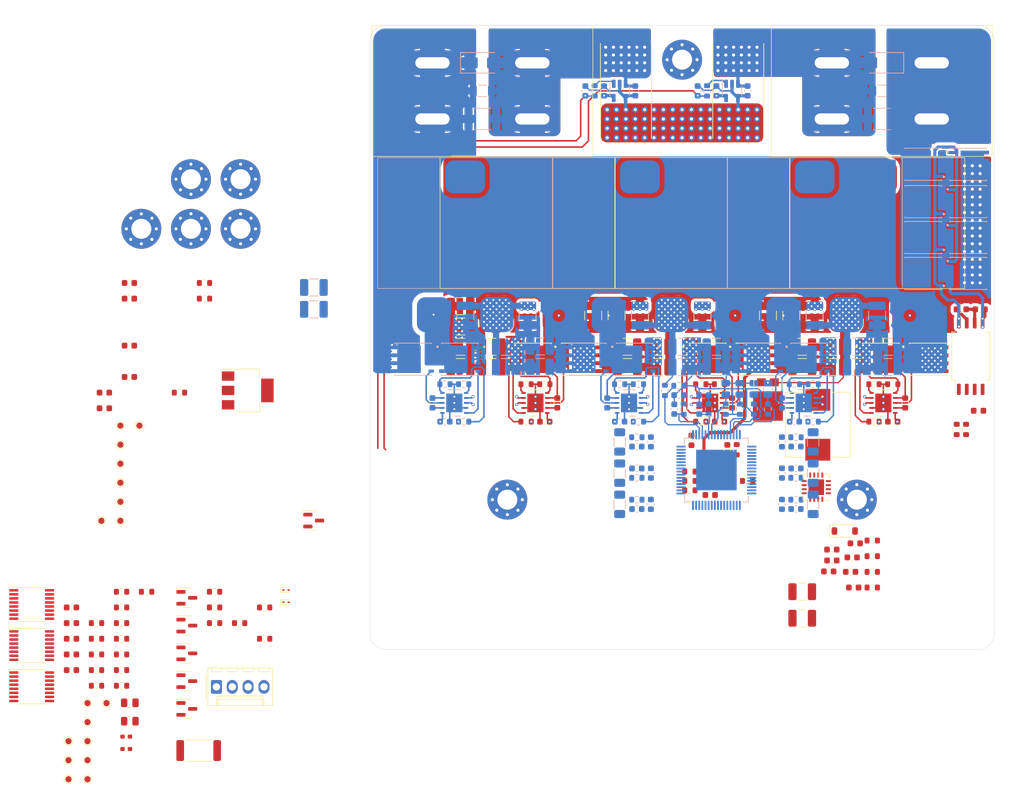
<source format=kicad_pcb>
(kicad_pcb (version 20240108) (generator "pcbnew") (generator_version "8.0")
  (layers (0 "F.Cu" signal) (1 "In1.Cu" signal) (2 "In2.Cu" signal) (31 "B.Cu" signal) (34 "B.Paste" user) (35 "F.Paste" user) (36 "B.SilkS" user "B.Silkscreen") (37 "F.SilkS" user "F.Silkscreen") (38 "B.Mask" user) (39 "F.Mask" user) (44 "Edge.Cuts" user))
  (net 0 "")
  (net 1 "GND")
  (net 2 "LTC_SS")
  (net 3 "DRVcc")
  (net 4 "+5P")
  (net 5 "LTC_ITH_HIGH")
  (net 6 "Net-(C4-Pad1)")
  (net 7 "Net-(Q2-S)")
  (net 8 "VLOW")
  (net 9 "/PowerStage/Phase1/SNSA+")
  (net 10 "/PowerStage/Phase1/SNSD+")
  (net 11 "Net-(Q6-S)")
  (net 12 "Net-(C5-Pad1)")
  (net 13 "/PowerStage/Phase2/SNSA+")
  (net 14 "/PowerStage/Phase2/SNSD+")
  (net 15 "Net-(Q10-S)")
  (net 16 "VIN")
  (net 17 "/PowerStage/Phase3/SNSA+")
  (net 18 "/PowerStage/Phase3/SNSD+")
  (net 19 "Net-(C16-Pad2)")
  (net 20 "Net-(U3-BOOST)")
  (net 21 "/PowerStage/Phase4/SNSA+")
  (net 22 "/PowerStage/Phase4/SNSD+")
  (net 23 "Net-(U6-HB)")
  (net 24 "Net-(U3-FB)")
  (net 25 "/PowerStage/Phase5/SNSA+")
  (net 26 "/PowerStage/Phase5/SNSD+")
  (net 27 "Net-(U7-HB)")
  (net 28 "Net-(Q4-S)")
  (net 29 "/PowerStage/Phase6/SNSA+")
  (net 30 "/PowerStage/Phase6/SNSD+")
  (net 31 "Net-(Q1-G)")
  (net 32 "/PowerStage/Phase1/PWMEN")
  (net 33 "Net-(Q2-G)")
  (net 34 "Net-(Q3-G)")
  (net 35 "Net-(Q6-G)")
  (net 36 "Net-(Q7-G)")
  (net 37 "Net-(Q10-G)")
  (net 38 "Net-(Q11-G)")
  (net 39 "Net-(U8-HB)")
  (net 40 "Net-(Q18-G)")
  (net 41 "Net-(U9-HB)")
  (net 42 "Net-(Q8-S)")
  (net 43 "Net-(U10-HB)")
  (net 44 "Net-(Q17-S)")
  (net 45 "Net-(U11-HB)")
  (net 46 "PWM_FAN_CTL")
  (net 47 "PWM_FAN_SENSE")
  (net 48 "Net-(U6-RDT)")
  (net 49 "Net-(U7-RDT)")
  (net 50 "LTC_ITH_LOW")
  (net 51 "Net-(Q4-G)")
  (net 52 "/PowerStage/Phase5/PWM")
  (net 53 "Net-(Q5-G)")
  (net 54 "/PowerStage/Phase1/PWM")
  (net 55 "Net-(Q8-G)")
  (net 56 "Net-(Q9-G)")
  (net 57 "/ControlStage/CTL_LTC_RUN")
  (net 58 "Net-(Q14-D)")
  (net 59 "/PowerStage/Phase2/PWM")
  (net 60 "Net-(Q15-D)")
  (net 61 "+5V")
  (net 62 "Net-(Q17-G)")
  (net 63 "ISENSE_INPUT")
  (net 64 "LTC_SETCUR")
  (net 65 "Net-(R4-Pad2)")
  (net 66 "/PowerStage/Phase6/PWM")
  (net 67 "LTC_ILIM")
  (net 68 "/PowerStage/IO_LTC_SDO")
  (net 69 "/PowerStage/Phase3/PWM")
  (net 70 "LTC_VFB_LOW")
  (net 71 "/PowerStage/IO_LTC_PWM_EN")
  (net 72 "LTC_OV_HIGH")
  (net 73 "LTC_UV_HIGH")
  (net 74 "/PowerStage/Phase4/PWM")
  (net 75 "LTC_OV_LOW")
  (net 76 "LTC_FB_HIGH")
  (net 77 "Net-(U8-VREF)")
  (net 78 "Net-(U8-RDT)")
  (net 79 "LTC_FREQ")
  (net 80 "Net-(U9-VREF)")
  (net 81 "Net-(U9-RDT)")
  (net 82 "Net-(J5-Pin_3)")
  (net 83 "Net-(U10-VREF)")
  (net 84 "Net-(U10-RDT)")
  (net 85 "Net-(U11-VREF)")
  (net 86 "Net-(U11-RDT)")
  (net 87 "+12V")
  (net 88 "AP_VCC")
  (net 91 "ISENSE_OUTPUT")
  (net 92 "Net-(U7-VREF)")
  (net 93 "Net-(R79-Pad1)")
  (net 94 "Net-(R83-Pad1)")
  (net 95 "Net-(R84-Pad1)")
  (net 96 "Net-(U3-EN)")
  (net 97 "Net-(R88-Pad1)")
  (net 98 "/PowerStage/IO_LTC_SCK")
  (net 99 "/PowerStage/IO_LTC_SDI")
  (net 100 "/PowerStage/IO_LTC_CSB")
  (net 101 "Net-(U6-VREF)")
  (net 122 "Net-(J5-Pin_4)")
  (net 129 "/ControlStage/CTL_LTC_MODE")
  (net 130 "/ControlStage/CTL_LTC_SYNC")
  (net 131 "TEMP_SENSE_0")
  (net 132 "LV_DC_SENSE")
  (net 133 "TEMP_SENSE_1")
  (net 134 "HV_DC_SENSE")
  (net 153 "/PowerStage/ExtVCC")
  (net 154 "3V3_MON")
  (net 155 "5V0_MON")
  (net 156 "1V1_MON")
  (net 157 "12V_MON")
  (net 158 "VOUT")
  (net 159 "LTC_DCM")
  (net 160 "LTC_CCM")
  (net 161 "LTC_SYNC")
  (net 162 "Net-(R78-Pad1)")
  (net 163 "LTC_RUN")
  (net 164 "ADC_BOARD_REV")
  (net 165 "ADC_SELECTABLE")
  (net 166 "ADC_SEL_0")
  (net 167 "ADC_SEL_1")
  (net 168 "ADC_SEL_2")
  (net 169 "Net-(R96-Pad2)")
  (net 170 "unconnected-(U2-IMON-Pad10)")
  (net 171 "/OutputGND")
  (net 172 "/InputGND")
  (net 173 "Net-(U20-VDDH)")
  (net 174 "Net-(U20-VDDM)")
  (net 175 "Net-(Q20-S)")
  (net 176 "Net-(Q20-G)")
  (net 177 "Net-(U20-PXFR)")
  (net 178 "/PowerStage/IO_LOAD_SW_EN")
  (footprint "MountingHole:MountingHole_3.2mm_M3_Pad_Via" (layer "F.Cu") (at 173 131)
    (property "Reference" "H2" (hide yes))
    (property "Value" "MountingHole_Pad")
  )
  (footprint "TestPoint:TestPoint_Pad_D1.0mm" (layer "F.Cu") (at 46.68 169.7)
    (property "Reference" "TP62" (hide yes))
    (property "Value" "TestPoint")
  )
  (footprint "Mosfets:TRANS_BSC076N06NS3-G" (layer "F.Cu") (at 156.6 108.5)
    (property "Reference" "Q6" (hide yes))
    (property "Value" "HYG053N10NS1C2")
  )
  (footprint "Package_TO_SOT_SMD:SOT-23" (layer "F.Cu") (at 65.64 164.53)
    (property "Reference" "Q16" (hide yes))
    (property "Value" "BSS138")
  )
  (footprint "Package_TO_SOT_SMD:SOT-23" (layer "F.Cu") (at 85.97 134.35)
    (property "Reference" "Q1" (hide yes))
    (property "Value" "BSS138")
  )
  (footprint "Resistor_SMD:R_0603_1608Metric" (layer "F.Cu") (at 123 112.5 180)
    (property "Reference" "R51" (hide yes))
    (property "Value" "6.2k")
  )
  (footprint "Resistor_SMD:R_0603_1608Metric" (layer "F.Cu") (at 74.1 150.78)
    (property "Reference" "R62" (hide yes))
    (property "Value" "1k")
  )
  (footprint "Resistor_SMD:R_0603_1608Metric" (layer "F.Cu") (at 51.17 158.31)
    (property "Reference" "R80" (hide yes))
    (property "Value" "27k")
  )
  (footprint "Package_SO:TSSOP-16_4.4x5mm_P0.65mm" (layer "F.Cu") (at 40.78 147.8)
    (property "Reference" "U16" (hide yes))
    (property "Value" "ADS1220xPW")
  )
  (footprint "Resistor_SMD:R_0603_1608Metric" (layer "F.Cu") (at 146.25 129.5)
    (property "Reference" "R19" (hide yes))
    (property "Value" "10k")
  )
  (footprint "Capacitor_SMD:C_1210_3225Metric_Pad1.33x2.70mm_HandSolder" (layer "F.Cu") (at 109.5 103.25 180)
    (property "Reference" "C89" (hide yes))
    (property "Value" "10uF-100v")
  )
  (footprint "Capacitor_SMD:C_1210_3225Metric_Pad1.33x2.70mm_HandSolder" (layer "F.Cu") (at 169.25 109.75 180)
    (property "Reference" "C34" (hide yes))
    (property "Value" "10uF-100v")
  )
  (footprint "Connector_Molex:Molex_KK-254_AE-6410-04A_1x04_P2.54mm_Vertical" (layer "F.Cu") (at 70.38 161)
    (property "Reference" "J5" (hide yes))
    (property "Value" "FanConnector")
  )
  (footprint "Inductors:Bournes_L_PQ2614BLA" (layer "F.Cu") (at 120.25 87)
    (property "Reference" "L7" (hide yes))
    (property "Value" "4.7uH")
  )
  (footprint "Capacitor_SMD:C_1210_3225Metric_Pad1.33x2.70mm_HandSolder" (layer "F.Cu") (at 141.25 109.75 180)
    (property "Reference" "C91" (hide yes))
    (property "Value" "10uF-100v")
  )
  (footprint "Inductor_SMD:L_Wuerth_HCI-1040" (layer "F.Cu") (at 166.75 119 90)
    (property "Reference" "L2" (hide yes))
    (property "Value" "22uH")
  )
  (footprint "MountingHole:MountingHole_3.2mm_M3_Pad_Via" (layer "F.Cu") (at 66.3 79.65)
    (property "Reference" "H5" (hide yes))
    (property "Value" "MountingHole_Pad")
  )
  (footprint "Capacitor_SMD:C_0603_1608Metric" (layer "F.Cu") (at 172.25 140.25)
    (property "Reference" "C22" (hide yes))
    (property "Value" "10uF-25V")
  )
  (footprint "Capacitor_SMD:C_0603_1608Metric" (layer "F.Cu") (at 153 115.5 90)
    (property "Reference" "C50" (hide yes))
    (property "Value" "470nF")
  )
  (footprint "TestPoint:TestPoint_Pad_D1.0mm" (layer "F.Cu") (at 52.78 163.6)
    (property "Reference" "TP70" (hide yes))
    (property "Value" "TestPoint")
  )
  (footprint "Resistor_SMD:R_0603_1608Metric" (layer "F.Cu") (at 51.17 153.29)
    (property "Reference" "R77" (hide yes))
    (property "Value" "10k")
  )
  (footprint "Diode_SMD:D_SOD-123" (layer "F.Cu") (at 171.0625 136.025)
    (property "Reference" "D5" (hide yes))
    (property "Value" "PMEG10010ELRX")
  )
  (footprint "Resistor_SMD:R_0603_1608Metric" (layer "F.Cu") (at 64.46 113.85)
    (property "Reference" "R22" (hide yes))
    (property "Value" "1k")
  )
  (footprint "Resistor_SMD:R_0603_1608Metric" (layer "F.Cu") (at 155.5 128 180)
    (property "Reference" "R23" (hide yes))
    (property "Value" "1k")
  )
  (footprint "Capacitor_SMD:C_1210_3225Metric_Pad1.33x2.70mm_HandSolder" (layer "F.Cu") (at 158.75 101.5 90)
    (property "Reference" "C47" (hide yes))
    (property "Value" "10uF-100v")
  )
  (footprint "Package_SO:TSSOP-16_4.4x5mm_P0.65mm" (layer "F.Cu") (at 40.78 160.98)
    (property "Reference" "U18" (hide yes))
    (property "Value" "74HC4051PW")
  )
  (footprint "Resistor_SMD:R_0603_1608Metric" (layer "F.Cu") (at 175.47 140.06)
    (property "Reference" "R27" (hide yes))
    (property "Value" "510k")
  )
  (footprint "Resistor_SMD:R_0603_1608Metric" (layer "F.Cu") (at 190.5 119.75 -90)
    (property "Reference" "R75" (hide yes))
    (property "Value" "16.5k")
  )
  (footprint "Capacitor_SMD:C_0603_1608Metric" (layer "F.Cu") (at 151 118.5 180)
    (property "Reference" "C49" (hide yes))
    (property "Value" "10uF-25V")
  )
  (footprint "Capacitor_SMD:C_0603_1608Metric" (layer "F.Cu") (at 180.75 115.5 90)
    (property "Reference" "C28" (hide yes))
    (property "Value" "470nF")
  )
  (footprint "Capacitor_SMD:C_0603_1608Metric" (layer "F.Cu") (at 56.44 111.34)
    (property "Reference" "C19" (hide yes))
    (property "Value" "10uF-25V")
  )
  (footprint "Mosfets:TRANS_BSC076N06NS3-G" (layer "F.Cu") (at 149.1 108.5)
    (property "Reference" "Q7" (hide yes))
    (property "Value" "HYG053N10NS1C2")
  )
  (footprint "Capacitor_SMD:C_1210_3225Metric_Pad1.33x2.70mm_HandSolder" (layer "F.Cu") (at 164.25 109.75)
    (property "Reference" "C85" (hide yes))
    (property "Value" "10uF-100v")
  )
  (footprint "Mosfets:TRANS_BSC076N06NS3-G" (layer "F.Cu") (at 128.6 108.5)
    (property "Reference" "Q10" (hide yes))
    (property "Value" "HYG053N10NS1C2")
  )
  (footprint "Package_TO_SOT_SMD:SOT-23" (layer "F.Cu") (at 65.64 160.08)
    (property "Reference" "Q15" (hide yes))
    (property "Value" "BSS84")
  )
  (footprint "Capacitor_SMD:C_1210_3225Metric_Pad1.33x2.70mm_HandSolder" (layer "F.Cu") (at 169.25 106.5 180)
    (property "Reference" "C44" (hide yes))
    (property "Value" "10uF-100v")
  )
  (footprint "MountingHole:MountingHole_3.2mm_M3_Pad_Via" (layer "F.Cu") (at 145 60.5)
    (property "Reference" "H3" (hide yes))
    (property "Value" "MountingHole_Pad")
  )
  (footprint "TestPoint:TestPoint_Pad_D1.0mm" (layer "F.Cu") (at 46.68 175.8)
    (property "Reference" "TP64" (hide yes))
    (property "Value" "TestPoint")
  )
  (footprint "Capacitor_SMD:C_0603_1608Metric" (layer "F.Cu") (at 47.16 153.29)
    (property "Reference" "C96" (hide yes))
    (property "Value" "100nF")
  )
  (footprint "Capacitor_SMD:C_0603_1608Metric" (layer "F.Cu") (at 47.16 148.27)
    (property "Reference" "C94" (hide yes))
    (property "Value" "100nF")
  )
  (footprint "Resistor_SMD:R_0603_1608Metric" (layer "F.Cu") (at 120 118.5 180)
    (property "Reference" "R50" (hide yes))
    (property "Value" "10k")
  )
  (footprint "Inductors:Bournes_L_PQ2614BLA" (layer "F.Cu") (at 148.25 87)
    (property "Reference" "L5" (hide yes))
    (property "Value" "4.7uH")
  )
  (footprint "DFN:TDFN-10-1EP_4x4mm_P0.8mm_EP2.6x3mm" (layer "F.Cu") (at 149.5 115.5 180)
    (property "Reference" "U8" (hide yes))
    (property "Value" "HIP2210")
  )
  (footprint "Resistor_SMD:R_0603_1608Metric" (layer "F.Cu") (at 148 118.5 180)
    (property "Reference" "R40" (hide yes))
    (property "Value" "10k")
  )
  (footprint "Diode_SMD:D_SOD-923" (layer "F.Cu") (at 81.535 147.43)
    (property "Reference" "D7" (hide yes))
    (property "Value" "ESD9B3.3ST5G")
  )
  (footprint "Package_TO_SOT_SMD:SOT-23" (layer "F.Cu") (at 65.64 151.18)
    (property "Reference" "Q13" (hide yes))
    (property "Value" "BSS138")
  )
  (footprint "Capacitor_SMD:C_1210_3225Metric_Pad1.33x2.70mm_HandSolder" (layer "F.Cu") (at 164.25 106.5)
    (property "Reference" "C84" (hide yes))
    (property "Value" "10uF-100v")
  )
  (footprint "Capacitor_SMD:C_0603_1608Metric" (layer "F.Cu") (at 125 115.5 90)
    (property "Reference" "C72" (hide yes))
    (property "Value" "470nF")
  )
  (footprint "Capacitor_SMD:C_1210_3225Metric_Pad1.33x2.70mm_HandSolder" (layer "F.Cu") (at 130.75 101.5 90)
    (property "Reference" "C59" (hide yes))
    (property "Value" "10uF-100v")
  )
  (footprint "Capacitor_SMD:C_0603_1608Metric" (layer "F.Cu") (at 47.16 155.8)
    (property "Reference" "C97" (hide yes))
    (property "Value" "100nF")
  )
  (footprint "Resistor_SMD:R_0603_1608Metric" (layer "F.Cu") (at 55.18 145.76)
    (property "Reference" "R82" (hide yes))
    (property "Value" "100k")
  )
  (footprint "Resistor_SMD:R_0603_1608Metric" (layer "F.Cu") (at 78.11 153.29)
    (property "Reference" "R68" (hide yes))
    (property "Value" "10k")
  )
  (footprint "Resistor_SMD:R_0603_1608Metric" (layer "F.Cu") (at 55.18 158.31)
    (property "Reference" "R88" (hide yes))
    (property "Value" "10k")
  )
  (footprint "Capacitor_SMD:C_0603_1608Metric" (layer "F.Cu") (at 123 118.5 180)
    (property "Reference" "C71" (hide yes))
    (property "Value" "10uF-25V")
  )
  (footprint "Resistor_SMD:R_0603_1608Metric" (layer "F.Cu") (at 51.17 155.8)
    (property "Reference" "R78" (hide yes))
    (property "Value" "10k")
  )
  (footprint "Capacitor_SMD:C_1210_3225Metric_Pad1.33x2.70mm_HandSolder" (layer "F.Cu") (at 148.25 101.5 90)
    (property "Reference" "C68" (hide yes))
    (property "Value" "10uF-100v")
  )
  (footprint "Capacitor_SMD:C_1210_3225Metric_Pad1.33x2.70mm_HandSolder" (layer "F.Cu") (at 114.5 109.75)
    (property "Reference" "C33" (hide yes))
    (property "Value" "10uF-100v")
  )
  (footprint "Capacitor_SMD:C_1210_3225Metric_Pad1.33x2.70mm_HandSolder" (layer "F.Cu") (at 109.5 100 180)
    (property "Reference" "C88" (hide yes))
    (property "Value" "10uF-100v")
  )
  (footprint "Capacitor_SMD:C_1210_3225Metric_Pad1.33x2.70mm_HandSolder" (layer "F.Cu") (at 109.5 109.75 180)
    (property "Reference" "C58" (hide yes))
    (property "Value" "10uF-100v")
  )
  (footprint "Resistor_SMD:R_0603_1608Metric" (layer "F.Cu") (at 146.25 126.5 180)
    (property "Reference" "R17" (hide yes))
    (property "Value" "68k")
  )
  (footprint "DFN:TDFN-10-1EP_4x4mm_P0.8mm_EP2.6x3mm" (layer "F.Cu") (at 177.25 115.5 180)
    (property "Reference" "U6" (hide yes))
    (property "Value" "HIP2210")
  )
  (footprint "Resistor_SMD:R_0603_1608Metric" (layer "F.Cu") (at 178.75 112.5 180)
    (property "Reference" "R31" (hide yes))
    (property "Value" "6.2k")
  )
  (footprint "Mosfets:TRANS_BSC076N06NS3-G" (layer "F.Cu") (at 184.35 108.5)
    (property "Reference" "Q2" (hide yes))
    (property "Value" "HYG053N10NS1C2")
  )
  (footprint "Capacitor_SMD:C_1210_3225Metric_Pad1.33x2.70mm_HandSolder" (layer "F.Cu") (at 120.25 101.5 90)
    (property "Reference" "C92" (hide yes))
    (property "Value" "10uF-100v")
  )
  (footprint "TestPoint:TestPoint_Pad_D1.0mm" (layer "F.Cu") (at 49.73 172.75)
    (property "Reference" "TP68" (hide yes))
    (property "Value" "TestPoint")
  )
  (footprint "Capacitor_SMD:C_0603_1608Metric" (layer "F.Cu") (at 172 142.57)
    (property "Reference" "C26" (hide yes))
    (property "Value" "10uF-25V")
  )
  (footprint "Package_DFN_QFN:QFN-16-1EP_4x4mm_P0.65mm_EP2.5x2.5mm" (layer "F.Cu") (at 166.5 129 180)
    (property "Reference" "U3" (hide yes))
    (property "Value" "AP66200FVBW-13")
  )
  (footprint "Capacitor_SMD:C_0603_1608Metric" (layer "F.Cu") (at 169 140.75)
    (property "Reference" "C16" (hide yes))
    (property "Value" "100nF")
  )
  (footprint "Package_SO:TSSOP-16_4.4x5mm_P0.65mm" (layer "F.Cu") (at 40.78 154.39)
    (property "Reference" "U17" (hide yes))
    (property "Value" "74HC4051PW")
  )
  (footprint "Resistor_SMD:R_0603_1608Metric" (layer "F.Cu") (at 70.09 145.76)
    (property "Reference" "R55" (hide yes))
    (property "Value" "100")
  )
  (footprint "Resistor_SMD:R_0402_1005Metric_Pad0.72x0.64mm_HandSolder" (layer "F.Cu") (at 55.93 170.96)
    (property "Reference" "TH2" (hide yes))
    (property "Value" "10k-NTC")
  )
  (footprint "Resistor_SMD:R_0603_1608Metric" (layer "F.Cu") (at 70.09 150.78)
    (property "Reference" "R57" (hide yes))
    (property "Value" "10k")
  )
  (footprint "MountingHole:MountingHole_3.2mm_M3_Pad_Via" (layer "F.Cu") (at 58.35 87.6)
    (property "Reference" "H4" (hide yes))
    (property "Value" "MountingHole_Pad")
  )
  (footprint "Package_TO_SOT_SMD:SOT-23" (layer "F.Cu") (at 65.64 146.73)
    (property "Reference" "Q12" (hide yes))
    (property "Value" "BSS138")
  )
  (footprint "Resistor_SMD:R_0603_1608Metric" (layer "F.Cu") (at 68.47 98.79)
    (property "Reference" "R25" (hide yes))
    (property "Value" "100")
  )
  (footprint "Capacitor_SMD:C_1210_3225Metric_Pad1.33x2.70mm_HandSolder" (layer "F.Cu") (at 114.5 106.5)
    (property "Reference" "C46" (hide yes))
    (property "Value" "10uF-100v")
  )
  (footprint "Package_SO:SOIC-8_7.5x5.85mm_P1.27mm" (layer "F.Cu") (at 191.25 108 90)
    (property "Reference" "U20" (hide yes))
    (property "Value" "TPSI3050")
  )
  (footprint "Resistor_SMD:R_0603_1608Metric" (layer "F.Cu") (at 175.47 145.08)
    (property "Reference" "R29" (hide yes))
    (property "Value" "100k")
  )
  (footprint "Capacitor_SMD:C_0603_1608Metric" (layer "F.Cu") (at 168.5 142.5)
    (property "Reference" "C25" (hide yes))
    (property "Value" "10uF-25V")
  )
  (footprint "Capacitor_SMD:C_1210_3225Metric_Pad1.33x2.70mm_HandSolder" (layer "F.Cu") (at 164.25 150)
    (property "Reference" "C10" (hide yes))
    (property "Value" "10uF-100v")
  )
  (footprint "TestPoint:TestPoint_Pad_D1.0mm" (layer "F.Cu") (at 49.73 169.7)
    (property "Reference" "TP67" (hide yes))
    (property "Value" "TestPoint")
  )
  (footprint "TestPoint:TestPoint_Pad_D1.0mm" (layer "F.Cu") (at 46.68 172.75)
    (property "Reference" "TP63" (hide yes))
    (property "Value" "TestPoint")
  )
  (footprint "Resistor_SMD:R_0603_1608Metric" (layer "F.Cu") (at 175.75 112.5 180)
    (property "Reference" "R32" (hide yes))
    (property "Value" "47k")
  )
  (footprint "Resistor_SMD:R_2512_6332Metric" (layer "F.Cu") (at 67.54 171.2)
    (property "Reference" "R74" (hide yes))
    (property "Value" "15")
  )
  (footprint "Capacitor_SMD:C_1210_3225Metric_Pad1.33x2.70mm_HandSolder" (layer "F.Cu") (at 109.5 106.5 180)
    (property "Reference" "C48" (hide yes))
    (property "Value" "10uF-100v")
  )
  (footprint "Capacitor_SMD:C_0603_1608Metric" (layer "F.Cu") (at 56.44 96.28)
    (property "Reference" "C13" (hide yes))
    (property "Value" "10uF-25V")
  )
  (footprint "Capacitor_SMD:C_0603_1608Metric" (layer "F.Cu") (at 149.5 130.25)
    (property "Reference" "C6" (hide yes))
    (property "Value" "10uF-25V")
  )
  (footprint "Resistor_SMD:R_0603_1608Metric" (layer "F.Cu") (at 51.17 160.82)
    (property "Reference" "R81" (hide yes))
    (property "Value" "100k")
  )
  (footprint "Package_TO_SOT_SMD:SOT-23" (layer "F.Cu") (at 65.64 155.63)
    (property "Reference" "Q14" (hide yes))
    (property "Value" "BSS138")
  )
  (footprint "DFN:TDFN-10-1EP_4x4mm_P0.8mm_EP2.6x3mm" (layer "F.Cu") (at 121.5 115.5 180)
    (property "Reference" "U10" (hide yes))
    (property "Value" "HIP2210")
  )
  (footprint "Capacitor_SMD:C_1210_3225Metric_Pad1.33x2.70mm_HandSolder" (layer "F.Cu") (at 138.25 101.5 90)
    (property "Reference" "C67" (hide yes))
    (property "Value" "10uF-100v")
  )
  (footprint "Resistor_SMD:R_0603_1608Metric" (layer "F.Cu") (at 120 112.5 180)
    (property "Reference" "R52" (hide yes))
    (property "Value" "47k")
  )
  (footprint "Capacitor_SMD:C_1210_3225Metric_Pad1.33x2.70mm_HandSolder" (layer "F.Cu") (at 162.5 101.5 90)
    (property "Reference" "C70" (hide yes))
    (property "Value" "10uF-100v")
  )
  (footprint "Capacitor_SMD:C_1210_3225Metric_Pad1.33x2.70mm_HandSolder" (layer "F.Cu") (at 141.25 106.5 180)
    (property "Reference" "C69" (hide yes))
    (property "Value" "10uF-100v")
  )
  (footprint "Capacitor_SMD:C_0603_1608Metric" (layer "F.Cu") (at 47.16 158.31)
    (property "Reference" "C98" (hide yes))
    (property "Value" "100nF")
  )
  (footprint "Capacitor_SMD:C_1210_3225Metric_Pad1.33x2.70mm_HandSolder" (layer "F.Cu") (at 136.25 106.5)
    (property "Reference" "C40" (hide yes))
    (property "Value" "10uF-100v")
  )
  (footprint "MountingHole:MountingHole_3.2mm_M3_Pad_Via" (layer "F.Cu") (at 74.25 87.6)
    (property "Reference" "H8" (hide yes))
    (property "Value" "MountingHole_Pad")
  )
  (footprint "TestPoint:TestPoint_Pad_D1.0mm" (layer "F.Cu") (at 58.05 119.14)
    (property "Reference" "TP15" (hide yes))
    (property "Value" "TestPoint")
  )
  (footprint "MountingHole:MountingHole_3.2mm_M3_Pad_Via" (layer "F.Cu") (at 117 131)
    (property "Reference" "H1" (hide yes))
    (property "Value" "MountingHole_Pad")
  )
  (footprint "Resistor_SMD:R_0603_1608Metric" (layer "F.Cu") (at 151 112.5 180)
    (property "Reference" "R41" (hide yes))
    (property "Value" "6.2k")
  )
  (footprint "Capacitor_SMD:C_0603_1608Metric" (layer "F.Cu") (at 192.5 116.75)
    (property "Reference" "C107" (hide yes))
    (property "Value" "1uF")
  )
  (footprint "Package_TO_SOT_SMD:TO-277A" (layer "F.Cu") (at 158.75 114.96)
    (property "Reference" "D3" (hide yes))
    (property "Value" "SB10100L")
  )
  (footprint "Resistor_SMD:R_0603_1608Metric" (layer "F.Cu") (at 153.75 123 90)
    (property "Reference" "R11" (hide yes))
    (property "Value" "22k")
  )
  (footprint "TestPoint:TestPoint_Pad_D1.0mm" (layer "F.Cu") (at 49.73 175.8)
    (property "Reference" "TP69" (hide yes))
    (property "Value" "TestPoint")
  )
  (footprint "Resistor_SMD:R_0603_1608Metric" (layer "F.Cu") (at 55.18 153.29)
    (property "Reference" "R86" (hide yes))
    (property "Value" "100k")
  )
  (footprint "MountingHole:MountingHole_3.2mm_M3_Pad_Via" (layer "F.Cu") (at 66.3 87.6)
    (property "Reference" "H6" (hide yes))
    (property "Value" "MountingHole_Pad")
  )
  (footprint "Capacitor_SMD:C_1210_3225Metric_Pad1.33x2.70mm_HandSolder" (layer "F.Cu") (at 164.25 145.75)
    (property "Reference" "C9" (hide yes))
    (property "Value" "10uF-100v")
  )
  (footprint "Capacitor_SMD:C_0603_1608Metric" (layer "F.Cu") (at 47.16 150.78)
    (property "Reference" "C95" (hide yes))
    (property "Value" "100nF")
  )
  (footprint "Capacitor_SMD:C_1210_3225Metric_Pad1.33x2.70mm_HandSolder" (layer "F.Cu") (at 166.25 101.5 90)
    (property "Reference" "C35" (hide yes))
    (property "Value" "10uF-100v")
  )
  (footprint "Resistor_SMD:R_0603_1608Metric" (layer "F.Cu") (at 55.18 160.82)
    (property "Reference" "R89" (hide yes))
    (property "Value" "10k")
  )
  (footprint "Resistor_SMD:R_0402_1005Metric_Pad0.72x0.64mm_HandSolder" (layer "F.Cu") (at 55.93 168.97)
    (property "Reference" "TH1" (hide yes))
    (property "Value" "10k-NTC")
  )
  (footprint "TestPoint:TestPoint_Pad_D1.0mm" (layer "F.Cu") (at 55 119.14)
    (property "Reference" "TP9" (hide yes))
    (property "Value" "TestPoint")
  )
  (footprint "Connectors:KF88SA-16.0-2P" (layer "F.Cu") (at 113 65.5)
    (property "Reference" "J1" (hide yes))
    (property "Value" "Terminal Block")
  )
  (footprint "Resistor_SMD:R_0603_1608Metric" (layer "F.Cu") (at 175.47 137.55)
    (property "Reference" "R26" (hide yes))
    (property "Value" "68k")
  )
  (footprint "Capacitor_SMD:C_0603_1608Metric" (layer "F.Cu") (at 56.44 98.79)
    (property "Reference" "C14" (hide yes))
    (property "Value" "10uF-25V")
  )
  (footprint "TestPoint:TestPoint_Pad_D1.0mm" (layer "F.Cu") (at 51.95 134.39)
    (property "Reference" "TP8" (hide yes))
    (property "Value" "TestPoint")
  )
  (footprint "TestPoint:TestPoint_Pad_D1.0mm" (layer "F.Cu") (at 55 128.29)
    (property "Reference" "TP12" (hide yes))
    (property "Value" "TestPoint")
  )
  (footprint "TestPoint:TestPoint_Pad_D1.0mm" (layer "F.Cu") (at 55 122.19)
    (property "Reference" "TP10" (hide yes))
    (property "Value" "TestPoint")
  )
  (footprint "Resistor_SMD:R_0603_1608Metric" (layer "F.Cu") (at 148 112.5 180)
    (property "Reference" "R42" (hide yes))
    (property "Value" "47k")
  )
  (footprint "Capacitor_SMD:C_0603_1608Metric" (layer "F.Cu") (at 172.5 145.08)
    (property "Reference" "C18" (hide yes))
    (property "Value" "47pF")
  )
  (footprint "Resistors:Shunt_5930" (layer "F.Cu") (at 136 65.5 -90)
    (property "Reference" "R95" (hide yes))
    (property "Value" "0.2m")
  )
  (footprint "Capacitor_SMD:C_0603_1608Metric" (layer "F.Cu") (at 52.43 116.36)
    (property "Reference" "C12" (hide yes))
    (property "Value" "10uF-25V")
  )
  (footprint "Capacitor_SMD:C_0603_1608Metric" (layer "F.Cu") (at 172.75 138)
    (property "Reference" "C20" (hide yes))
    (property "Value" "10uF-25V")
  )
  (footprint "TestPoint:TestPoint_Pad_D1.0mm" (layer "F.Cu") (at 49.73 166.65)
    (property "Reference" "TP66" (hide yes))
    (property "Value" "TestPoint")
  )
  (footprint "Capacitor_SMD:C_1210_3225Metric_Pad1.33x2.70mm_HandSolder" (layer "F.Cu") (at 134.5 101.5 90)
    (property "Reference" "C66" (hide yes))
    (property "Value" "10uF-100v")
  )
  (footprint "Capacitor_SMD:C_0603_1608Metric" (layer "F.Cu") (at 152.25 123 -90)
    (property "Reference" "C7" (hide yes))
    (property "Value" "10uF-25V")
  )
  (footprint "Resistor_SMD:R_0603_1608Metric" (layer "F.Cu") (at 78.11 148.27)
    (property "Reference" "R66" (hide yes))
    (property "Value" "10k")
  )
  (footprint "TestPoint:TestPoint_Pad_D1.0mm" (layer "F.Cu") (at 55 134.39)
    (property "Reference" "TP14" (hide yes))
    (property "Value" "TestPoint")
  )
  (footprint "Resistor_SMD:R_0805_2012Metric" (layer "F.Cu") (at 56.51 166.5)
    (property "Reference" "R84" (hide yes))
    (property "Value" "470k")
  )
  (footprint "Diode_SMD:D_SOD-923" (layer "F.Cu") (at 81.535 145.48)
    (property "Reference" "D6" (hide yes))
    (property "Value" "ESD9B3.3ST5G")
  )
  (footprint "Resistor_SMD:R_0603_1608Metric" (layer "F.Cu") (at 59.19 145.76)
    (property "Reference" "R90" (hide yes))
    (property "Value" "100k")
  )
  (footprint "Mosfets:TRANS_BSC076N06NS3-G" (layer "F.Cu") (at 176.85 108.5)
    (property "Reference" "Q3" (hide yes))
    (property "Value" "HYG053N10NS1C2")
  )
  (footprint "TestPoint:TestPoint_Pad_D1.0mm" (layer "F.Cu") (at 55 125.24)
    (property "Reference" "TP11" (hide yes))
    (property "Value" "TestPoint")
  )
  (footprint "Resistor_SMD:R_0603_1608Metric" (layer "F.Cu") (at 175.47 142.57)
    (property "Reference" "R28" (hide yes))
    (property "Value" "7.5k")
  )
  (footprint "Resistor_SMD:R_0603_1608Metric" (layer "F.Cu") (at 146.25 128 180)
    (property "Reference" "R20" (hide yes))
    (property "Value" "30k")
  )
  (footprint "Capacitor_SMD:C_0603_1608Metric" (layer "F.Cu") (at 169 139)
    (property "Reference" "C15" (hide yes))
    (property "Value" "10uF-25V")
  )
  (footprint "MountingHole:MountingHole_3.2mm_M3_Pad_Via" (layer "F.Cu") (at 74.25 79.65)
    (property "Reference" "H7" (hide yes))
    (property "Value" "MountingHole_Pad")
  )
  (footprint "TestPoint:TestPoint_Pad_D1.0mm" (layer "F.Cu") (at 49.73 163.6)
    (property "Reference" "TP65" (hide yes))
    (property "Value" "TestPoint")
  )
  (footprint "Resistor_SMD:R_0603_1608Metric" (layer "F.Cu") (at 51.17 150.78)
    (property "Reference" "R76" (hide yes))
    (property "Value" "100k")
  )
  (footprint "Capacitor_SMD:C_0603_1608Metric" (layer "F.Cu") (at 178.75 118.5 180)
    (property "Reference" "C27" (hide yes))
    (property "Value" "10uF-25V")
  )
  (footprint "Resistor_SMD:R_0805_2012Metric" (layer "F.Cu") (at 56.51 163.55)
    (property "Reference" "R79" (hide yes))
    (property "Value" "470k")
  )
  (footprint "Resistor_SMD:R_0603_1608Metric" (layer "F.Cu") (at 189 119.75 90)
    (property "Reference" "R98" (hide yes))
    (property "Value" "10k")
  )
  (footprint "Capacitor_SMD:C_0603_1608Metric" (layer "F.Cu") (at 52.43 113.85)
    (property "Reference" "C11" (hide yes))
    (property "Value" "10uF-25V")
  )
  (footprint "Resistors:Shunt_5930" (layer "F.Cu") (at 154 65.5 -90)
    (property "Reference" "R1" (hide yes))
    (property "Value" "0.2m")
  )
  (footprint "Resistor_SMD:R_0603_1608Metric" (layer "F.Cu") (at 55.18 148.27)
    (property "Reference" "R83" (hide yes))
    (property "Value" "10k")
  )
  (footprint "Connectors:KF88SA-16.0-2P" (layer "F.Cu") (at 177 65.5 180)
    (property "Reference" "J2" (hide yes))
    (property "Value" "Terminal Block")
  )
  (footprint "TestPoint:TestPoint_Pad_D1.0mm" (layer "F.Cu") (at 55 131.34)
    (property "Reference" "TP13" (hide yes))
    (property "Value" "TestPoint")
  )
  (footprint "Capacitor_SMD:C_0603_1608Metric" (layer "F.Cu") (at 146.5 121.5 -90)
    (property "Reference" "C8" (hide yes))
    (property "Value" "100nF")
  )
  (footprint "Resistor_SMD:R_0603_1608Metric" (layer "F.Cu") (at 175.75 118.5 180)
    (property "Reference" "R30" (hide yes))
    (property "Value" "10k")
  )
  (footprint "Resistor_SMD:R_0603_1608Metric" (layer "F.Cu") (at 55.18 150.78)
    (property "Reference" "R85" (hide yes))
    (property "Value" "15k")
  )
  (footprint "Capacitor_SMD:C_0603_1608Metric" (layer "F.Cu") (at 56.44 106.32)
    (property "Reference" "C17" (hide yes))
    (property "Value" "10uF-25V")
  )
  (footprint "Resistor_SMD:R_0603_1608Metric" (layer "F.Cu") (at 68.47 96.28)
    (property "Reference" "R24" (hide yes))
    (property "Value" "10k")
  )
  (footprint "Capacitor_SMD:C_1210_3225Metric_Pad1.33x2.70mm_HandSolder" (layer "F.Cu") (at 136.25 109.75)
    (property "Reference" "C62" (hide yes))
    (property "Value" "10uF-100v")
  )
  (footprint "Package_TO_SOT_SMD:SOT-223-3_TabPin2" (layer "F.Cu") (at 75.4 113.5)
    (property "Reference" "U4" (hide yes))
    (property "Value" "LM1117MP-5.0")
  )
  (footprint "Resistor_SMD:R_0603_1608Metric" (layer "F.Cu") (at 55.18 155.8)
    (property "Reference" "R87" (hide yes))
    (property "Value" "100k")
  )
  (footprint "Capacitor_SMD:C_0603_1608Metric" (layer "F.Cu") (at 189.75 100.5)
    (property "Reference" "C93" (hide yes))
    (property "Value" "1uF")
  )
  (footprint "Resistor_SMD:R_0603_1608Metric" (layer "F.Cu") (at 70.09 148.27)
    (property "Reference" "R56" (hide yes))
    (property "Value" "100")
  )
  (footprint "Capacitor_SMD:C_0603_1608Metric" (layer "F.Cu") (at 192.75 100.5)
    (property "Reference" "C106" (hide yes))
    (property "Value" "1uF")
  )
  (footprint "Mosfets:TRANS_BSC076N06NS3-G" (layer "F.Cu") (at 121.1 108.5)
    (property "Reference" "Q11" (hide yes))
    (property "Value" "HYG053N10NS1C2")
  )
  (footprint "Inductors:Bournes_L_PQ2614BLA" (layer "F.Cu") (at 176.25 87)
    (property "Reference" "L3" (hide yes))
    (property "Value" "4.7uH")
  )
  (footprint "Capacitor_SMD:C_0603_1608Metric" (layer "B.Cu") (at 137.5 65.5 90)
    (property "Reference" "C105" (hide yes))
    (property "Value" "100nF")
  )
  (footprint "Mosfets:TRANS_BSC076N06NS3-G" (layer "B.Cu") (at 190.85 83.25)
    (property "Reference" "Q20" (hide yes))
    (property "Value" "HYG053N10NS1C2")
  )
  (footprint "Resistor_SMD:R_0603_1608Metric" (layer "B.Cu") (at 145.25 116.5 -90)
    (property "Reference" "R7" (hide yes))
    (property "Value" "1k")
  )
  (footprint "Capacitor_SMD:C_0603_1608Metric" (layer "B.Cu") (at 161 131.75 90)
    (property "Reference" "C31" (hide yes))
    (property "Value" "100nF")
  )
  (footprint "Resistor_SMD:R_0603_1608Metric" (layer "B.Cu") (at 137.75 127.5)
    (property "Reference" "R54" (hide yes))
    (property "Value" "6.2k")
  )
  (footprint "Resistor_SMD:R_1206_3216Metric_Pad1.30x1.75mm_HandSolder" (layer "B.Cu") (at 135 126.75 -90)
    (property "Reference" "R53" (hide yes))
    (property "Value" "6.2k-0.25w")
  )
  (footprint "Resistor_SMD:R_1206_3216Metric_Pad1.30x1.75mm_HandSolder" (layer "B.Cu") (at 135 121.75 90)
    (property "Reference" "R48" (hide yes))
    (property "Value" "6.2k-0.25w")
  )
  (footprint "Capacitor_SMD:C_0603_1608Metric" (layer "B.Cu") (at 129.5 65.5 90)
    (property "Reference" "C102" (hide yes))
    (property "Value" "100nF")
  )
  (footprint "Mosfets:TRANS_BSC076N06NS3-G" (layer "B.Cu") (at 190.85 77.28)
    (property "Reference" "Q22" (hide yes))
    (property "Value" "HYG053N10NS1C2")
  )
  (footprint "Capacitor_SMD:C_1210_3225Metric_Pad1.33x2.70mm_HandSolder" (layer "B.Cu") (at 176.25 101.5 -90)
    (property "Reference" "C57" (hide yes))
    (property "Value" "10uF-100v")
  )
  (footprint "Capacitor_SMD:C_0603_1608Metric" (layer "B.Cu") (at 155.5 65.5 90)
    (property "Reference" "C104" (hide yes))
    (property "Value" "100nF")
  )
  (footprint "Resistor_SMD:R_1206_3216Metric" (layer "B.Cu") (at 113 65.5)
    (property "Reference" "R2" (hide yes))
    (property "Value" "100k")
  )
  (footprint "Mosfets:TRANS_BSC076N06NS3-G" (layer "B.Cu") (at 190.85 89)
    (property "Reference" "Q26" (hide yes))
    (property "Value" "HYG053N10NS1C2")
  )
  (footprint "Resistor_SMD:R_0603_1608Metric" (layer "B.Cu") (at 163 112.5)
    (property "Reference" "R36" (hide yes))
    (property "Value" "6.2k")
  )
  (footprint "Capacitor_SMD:C_0603_1608Metric" (layer "B.Cu") (at 163 118.5)
    (property "Reference" "C38" (hide yes))
    (property "Value" "10uF-25V")
  )
  (footprint "Resistor_SMD:R_0603_1608Metric" (layer "B.Cu") (at 156.5 116.5 90)
    (property "Reference" "R15" (hide yes))
    (property "Value" "10k")
  )
  (footprint "Capacitor_SMD:C_0603_1608Metric" (layer "B.Cu") (at 163.25 126)
    (property "Reference" "C43" (hide yes))
    (property "Value" "470nF")
  )
  (footprint "Resistor_SMD:R_0603_1608Metric" (layer "B.Cu") (at 142.25 113.5 90)
    (property "Reference" "R12" (hide yes))
    (property "Value" "348k")
  )
  (footprint "Capacitor_SMD:C_1210_3225Metric_Pad1.33x2.70mm_HandSolder" (layer "B.Cu") (at 138.25 101.5 90)
    (property "Reference" "C77" (hide yes))
    (property "Value" "10uF-100v")
  )
  (footprint "Resistor_SMD:R_0603_1608Metric" (layer "B.Cu") (at 152 116.5 90)
    (property "Reference" "R21" (hide yes))
    (property "Value" "10k")
  )
  (footprint "Diode_SMD:D_SMA" (layer "B.Cu") (at 113 61)
    (property "Reference" "D1" (hide yes))
    (property "Value" "SMAJ90A")
  )
  (footprint "Inductors:Bournes_L_PQ2614BLA" (layer "B.Cu") (at 110.25 87 180)
    (property "Reference" "L8" (hide yes))
    (property "Value" "4.7uH")
  )
  (footprint "Resistor_SMD:R_0603_1608Metric" (layer "B.Cu") (at 138 118.5)
    (property "Reference" "R45" (hide yes))
    (property "Value" "10k")
  )
  (footprint "Resistor_SMD:R_0603_1608Metric" (layer "B.Cu") (at 163.25 127.5 180)
    (property "Reference" "R39" (hide yes))
    (property "Value" "6.2k")
  )
  (footprint "Mosfets:TRANS_BSC076N06NS3-G" (layer "B.Cu") (at 109.4 108.5 180)
    (property "Reference" "Q18" (hide yes))
    (property "Value" "HYG053N10NS1C2")
  )
  (footprint "Capacitor_SMD:C_1210_3225Metric_Pad1.33x2.70mm_HandSolder" (layer "B.Cu") (at 178 106.5 180)
    (property "Reference" "C52" (hide yes))
    (property "Value" "10uF-100v")
  )
  (footprint "DFN:TDFN-10-1EP_4x4mm_P0.8mm_EP2.6x3mm" (layer "B.Cu") (at 108.5 115.5)
    (property "Reference" "U11" (hide yes))
    (property "Value" "HIP2210")
  )
  (footprint "Capacitor_SMD:C_1210_3225Metric_Pad1.33x2.70mm_HandSolder" (layer "B.Cu") (at 120.25 101.5 -90)
    (property "Reference" "C36" (hide yes))
    (property "Value" "10uF-100v")
  )
  (footprint "Resistor_SMD:R_0603_1608Metric" (layer "B.Cu") (at 144.5 112.75 180)
    (property "Reference" "R13" (hide yes))
    (property "Value" "12k")
  )
  (footprint "Mosfets:TRANS_BSC076N06NS3-G" (layer "B.Cu") (at 183.65 94.75 180)
    (property "Reference" "Q27" (hide yes))
    (property "Value" "HYG053N10NS1C2")
  )
  (footprint "Inductors:Bournes_L_PQ2614BLA" (layer "B.Cu") (at 138.25 87 180)
    (property "Reference" "L6" (hide yes))
    (property "Value" "4.7uH")
  )
  (footprint "Capacitor_SMD:C_1210_3225Metric_Pad1.33x2.70mm_HandSolder" (layer "B.Cu") (at 122.25 106.4375 180)
    (property "Reference" "C73" (hide yes))
    (property "Value" "10uF-100v")
  )
  (footprint "Resistor_SMD:R_0603_1608Metric" (layer "B.Cu") (at 131 65.5 90)
    (property "Reference" "R96" (hide yes))
    (property "Value" "5.1k")
  )
  (footprint "Capacitor_SMD:C_1210_3225Metric_Pad1.33x2.70mm_HandSolder" (layer "B.Cu") (at 145 106.5)
    (property "Reference" "C80" (hide yes))
    (property "Value" "10uF-100v")
  )
  (footprint "Resistor_SMD:R_0603_1608Metric" (layer "B.Cu") (at 154.25 116.5 90)
    (property "Reference" "R14" (hide yes))
    (property "Value" "10k")
  )
  (footprint "Capacitor_SMD:C_0603_1608Metric" (layer "B.Cu") (at 132.5 65.5 90)
    (property "Reference" "C101" (hide yes))
    (property "Value" "100nF")
  )
  (footprint "Package_TO_SOT_SMD:SOT-23-5" (layer "B.Cu") (at 153 65.5 -90)
    (property "Reference" "U1" (hide yes))
    (property "Value" "INA180A4")
  )
  (footprint "Resistor_SMD:R_0603_1608Metric" (layer "B.Cu") (at 137.75 131)
    (property "Reference" "R73" (hide yes))
    (property "Value" "6.2k")
  )
  (footprint "Resistor_SMD:R_1206_3216Metric_Pad1.30x1.75mm_HandSolder" (layer "B.Cu") (at 166 126.75 -90)
    (property "Reference" "R38" (hide yes))
    (property "Value" "6.2k-0.25w")
  )
  (footprint "Capacitor_SMD:C_0603_1608Metric" (layer "B.Cu") (at 137.75 126 180)
    (property "Reference" "C76" (hide yes))
    (property "Value" "470nF")
  )
  (footprint "Resistor_SMD:R_1206_3216Metric_Pad1.30x1.75mm_HandSolder" (layer "B.Cu") (at 166 121.75 90)
    (property "Reference" "R43" (hide yes))
    (property "Value" "6.2k-0.25w")
  )
  (footprint "Resistor_SMD:R_0603_1608Metric" (layer "B.Cu") (at 163.25 131 180)
    (property "Reference" "R34" (hide yes))
    (property "Value" "6.2k")
  )
  (footprint "Capacitor_SMD:C_1210_3225Metric_Pad1.33x2.70mm_HandSolder" (layer "B.Cu") (at 116.75 106.5)
    (property "Reference" "C37" (hide yes))
    (property "Value" "10uF-100v")
  )
  (footprint "Capacitor_SMD:C_0603_1608Metric" (layer "B.Cu") (at 107 118.5)
    (property "Reference" "C82" (hide yes))
    (property "Value" "10uF-25V")
  )
  (footprint "Capacitor_SMD:C_0603_1608Metric" (layer "B.Cu") (at 137.75 132.5 180)
    (property "Reference" "C87" (hide yes))
    (property "Value" "470nF")
  )
  (footprint "Resistor_SMD:R_0603_1608Metric" (layer "B.Cu") (at 110 118.5)
    (property "Reference" "R69" (hide yes))
    (property "Value" "10k")
  )
  (footprint "Capacitor_SMD:C_1210_3225Metric_Pad1.33x2.70mm_HandSolder" (layer "B.Cu") (at 173 106.5)
    (property "Reference" "C55" (hide yes))
    (property "Value" "10uF-100v")
  )
  (footprint "Capacitor_SMD:C_0603_1608Metric" (layer "B.Cu") (at 137.75 122.5 180)
    (property "Reference" "C65" (hide yes))
    (property "Value" "470nF")
  )
  (footprint "Mosfets:TRANS_BSC076N06NS3-G" (layer "B.Cu") (at 137.4 108.5 180)
    (property "Reference" "Q9" (hide yes))
    (property "Value" "HYG053N10NS1C2")
  )
  (footprint "Capacitor_SMD:C_0603_1608Metric" (layer "B.Cu") (at 135 118.5)
    (property "Reference" "C60" (hide yes))
    (property "Value" "10uF-25V")
  )
  (footprint "DFN:TDFN-10-1EP_4x4mm_P0.8mm_EP2.6x3mm" (layer "B.Cu") (at 136.5 115.5)
    (property "Reference" "U9" (hide yes))
    (property "Value" "HIP2210")
  )
  (footprint "Capacitor_SMD:C_0603_1608Metric" (layer "B.Cu") (at 147.5 65.5 -90)
    (property "Reference" "C103" (hide yes))
    (property "Value" "100nF")
  )
  (footprint "Capacitor_SMD:C_0603_1608Metric" (layer "B.Cu") (at 161 126.75 -90)
    (property "Reference" "C42" (hide yes))
    (property "Value" "100nF")
  )
  (footprint "Capacitor_SMD:C_0603_1608Metric" (layer "B.Cu") (at 140 131.75 90)
    (property "Reference" "C86" (hide yes))
    (property "Value" "100nF")
  )
  (footprint "Capacitor_SMD:C_0603_1608Metric" (layer "B.Cu") (at 163.25 132.5)
    (property "Reference" "C32" (hide yes))
    (property "Value" "470nF")
  )
  (footprint "Mosfets:TRANS_BSC076N06NS3-G" (layer "B.Cu") (at 183.65 89 180)
    (property "Reference" "Q25" (hide yes))
    (property "Value" "HYG053N10NS1C2")
  )
  (footprint "Capacitor_SMD:C_0603_1608Metric" (layer "B.Cu") (at 144.5 114.25 180)
    (property "Reference" "C5" (hide yes))
    (property "Value" "100nF")
  )
  (footprint "Fuse:Fuse_1812_4532Metric_Pad1.30x3.40mm_HandSolder" (layer "B.Cu") (at 177 70)
    (property "Reference" "GD1" (hide yes))
    (property "Value" "GDT_2Pin")
  )
  (footprint "Inductors:Bournes_L_PQ2614BLA" (layer "B.Cu") (at 166.25 87 180)
    (property "Reference" "L4" (hide yes))
    (property "Value" "4.7uH")
  )
  (footprint "Resistor_SMD:R_0805_2012Metric" (layer "B.Cu") (at 152 113.25 -90)
    (property "Reference" "R18" (hide yes))
    (property "Value" "787k")
  )
  (footprint "DFN:TDFN-10-1EP_4x4mm_P0.8mm_EP2.6x3mm" (layer "B.Cu") (at 164.5 115.5)
    (property "Reference" "U7" (hide yes))
    (property "Value" "HIP2210")
  )
  (footprint "Capacitor_SMD:C_0603_1608Metric" (layer "B.Cu") (at 161 115.5 90)
    (property "Reference" "C39" (hide yes))
    (property "Value" "470nF")
  )
  (footprint "Capacitor_SMD:C_0603_1608Metric" (layer "B.Cu") (at 148.5 114.25 180)
    (property "Reference" "C4" (hide yes))
    (property "Value" "100nF")
  )
  (footprint "Capacitor_SMD:C_1210_3225Metric_Pad1.33x2.70mm_HandSolder" (layer "B.Cu") (at 86 100.5 180)
    (property "Reference" "C30" (hide yes))
    (property "Value" "10uF-100v")
  )
  (footprint "Resistor_SMD:R_0603_1608Metric" (layer "B.Cu") (at 158.75 116.5 90)
    (property "Reference" "R16" (hide yes))
    (property "Value" "10k")
  )
  (footprint "Resistor_SMD:R_0603_1608Metric" (layer "B.Cu") (at 166 112.5)
    (property "Reference" "R37" (hide yes))
    (property "Value" "47k")
  )
  (footprint "Diode_SMD:D_SMA" (layer "B.Cu") (at 177 61 180)
    (property "Reference" "D2" (hide yes))
    (property "Value" "SMAJ60A")
  )
  (footprint "Resistor_SMD:R_0805_2012Metric" (layer "B.Cu") (at 154.25 113.25 -90)
    (property "Reference" "R8" (hide yes))
    (property "Value" "787k")
  )
  (footprint "Capacitor_SMD:C_1210_3225Metric_Pad1.33x2.70mm_HandSolder" (layer "B.Cu") (at 86 97 180)
    (property "Reference" "C29" (hide yes))
    (property "Value" "10uF-100v")
  )
  (footprint "Mosfets:TRANS_BSC076N06NS3-G" (layer "B.Cu") (at 183.65 83.25 180)
    (property "Reference" "Q23" (hide yes))
    (property "Value" "HYG053N10NS1C2")
  )
  (footprint "Capacitor_SMD:C_1210_3225Metric_Pad1.33x2.70mm_HandSolder" (layer "B.Cu") (at 166.25 101.5 90)
    (property "Reference" "C90" (hide yes))
    (property "Value" "10uF-100v")
  )
  (footprint "Capacitor_SMD:C_0603_1608Metric" (layer "B.Cu") (at 133 115.5 90)
    (property "Reference" "C61" (hide yes))
    (property "Value" "470nF")
  )
  (footprint "Resistor_SMD:R_0603_1608Metric" (layer "B.Cu") (at 166 118.5)
    (property "Reference" "R35" (hide yes))
    (property "Value" "10k")
  )
  (footprint "Capacitor_SMD:C_1210_3225Metric_Pad1.33x2.70mm_HandSolder" (layer "B.Cu") (at 110.25 101.5 -90)
    (property "Reference" "C45" (hide yes))
    (property "Value" "10uF-100v")
  )
  (footprint "Capacitor_SMD:C_0603_1608Metric" (layer "B.Cu") (at 163.25 122.5)
    (property "Reference" "C54" (hide yes))
    (property "Value" "470nF")
  )
  (footprint "Capacitor_SMD:C_0603_1608Metric" (layer "B.Cu") (at 150.5 65.5 90)
    (property "Reference" "C1" (hide yes))
    (property "Value" "100nF")
  )
  (footprint "Capacitor_SMD:C_0603_1608Metric" (layer "B.Cu") (at 140 126.75 -90)
    (property "Reference" "C75" (hide yes))
    (property "Value" "100nF")
  )
  (footprint "Capacitor_SMD:C_1210_3225Metric_Pad1.33x2.70mm_HandSolder" (layer "B.Cu") (at 178 109.75 180)
    (property "Reference" "C41" (hide yes))
    (property "Value" "10uF-100v")
  )
  (footprint "Mosfets:TRANS_BSC076N06NS3-G" (layer "B.Cu") (at 157.85 108.5 180)
    (property "Reference" "Q4" (hide yes))
    (property "Value" "HYG053N10NS1C2")
  )
  (footprint "Mosfets:TRANS_BSC076N06NS3-G" (layer "B.Cu") (at 190.85 94.75)
    (property "Reference" "Q24" (hide yes))
    (property "Value" "HYG053N10NS1C2")
  )
  (footprint "Capacitor_SMD:C_0603_1608Metric" (layer "B.Cu") (at 161 121.75 90)
    (property "Reference" "C53" (hide yes))
    (property "Value" "100nF")
  )
  (footprint "Capacitor_SMD:C_1210_3225Metric_Pad1.33x2.70mm_HandSolder" (layer "B.Cu") (at 150.5 106.5 180)
    (property "Reference" "C74" (hide yes))
    (property "Value" "10uF-100v")
  )
  (footprint "Capacitor_SMD:C_1210_3225Metric_Pad1.33x2.70mm_HandSolder" (layer "B.Cu") (at 116.75 109.75)
    (property "Reference" "C81" (hide yes))
    (property "Value" "10uF-100v")
  )
  (footprint "Resistor_SMD:R_0603_1608Metric" (layer "B.Cu") (at 107 112.5)
    (property "Reference" "R70" (hide yes))
    (property "Value" "6.2k")
  )
  (footprint "Resistor_SMD:R_0603_1608Metric" (layer "B.Cu") (at 138 112.5)
    (property "Reference" "R47" (hide yes))
    (property "Value" "47k")
  )
  (footprint "Resistor_SMD:R_0603_1608Metric" (layer "B.Cu") (at 149.25 116.5 -90)
    (property "Reference" "R6" (hide yes))
    (property "Value" "3k")
  )
  (footprint "Mosfets:TRANS_BSC076N06NS3-G" (layer "B.Cu") (at 183.65 77.25 180)
    (property "Reference" "Q21" (hide yes))
    (property "Value" "HYG053N10NS1C2")
  )
  (footprint "Capacitor_SMD:C_1210_3225Metric_Pad1.33x2.70mm_HandSolder" (layer "B.Cu") (at 150.5 109.75 180)
    (property "Reference" "C51" (hide yes))
    (property "Value" "10uF-100v")
  )
  (footprint "Capacitor_SMD:C_1210_3225Metric_Pad1.33x2.70mm_HandSolder" (layer "B.Cu") (at 122.25 109.75 180)
    (property "Reference" "C63" (hide yes))
    (property "Value" "10uF-100v")
  )
  (footprint "Capacitor_SMD:C_0603_1608Metric" (layer "B.Cu") (at 105 115.5 90)
    (property "Reference" "C83" (hide yes))
    (property "Value" "470nF")
  )
  (footprint "Capacitor_SMD:C_1210_3225Metric_Pad1.33x2.70mm_HandSolder" (layer "B.Cu") (at 173 109.75)
    (property "Reference" "C56" (hide yes))
    (property "Value" "10uF-100v")
  )
  (footprint "Resistor_SMD:R_0603_1608Metric" (layer "B.Cu") (at 137.75 121)
    (property "Reference" "R49" (hide yes))
    (property "Value" "6.2k")
  )
  (footprint "Capacitor_SMD:C_0603_1608Metric" (layer "B.Cu") (at 143.75 116.5 90)
    (property "Reference" "C3" (hide yes))
    (property "Value" "47pF")
  )
  (footprint "Resistor_SMD:R_0805_2012Metric" (layer "B.Cu") (at 158.75 113.25 -90)
    (property "Reference" "R10" (hide yes))
    (property "Value" "470k")
  )
  (footprint "Fuse:Fuse_1812_4532Metric_Pad1.30x3.40mm_HandSolder" (layer "B.Cu") (at 113 70)
    (property "Reference" "GD2" (hide yes))
    (property "Value" "GDT_2Pin")
  )
  (footprint "Capacitor_SMD:C_1210_3225Metric_Pad1.33x2.70mm_HandSolder" (layer "B.Cu") (at 148.25 101.5 90)
    (property "Reference" "C78" (hide yes))
    (property "Value" "10uF-100v")
  )
  (footprint "Capacitor_SMD:C_0603_1608Metric" (layer "B.Cu") (at 140 121.75 90)
    (property "Reference" "C64" (hide yes))
    (property "Value" "100nF")
  )
  (footprint "Resistor_SMD:R_1206_3216Metric" (layer "B.Cu") (at 177 65.5 180)
    (property "Reference" "R3" (hide yes))
    (property "Value" "100k")
  )
  (footprint "Mosfets:TRANS_BSC076N06NS3-G" (layer "B.Cu") (at 101.9 108.5 180)
    (property "Reference" "Q17" (hide yes))
    (property "Value" "HYG053N10NS1C2")
  )
  (footprint "Resistor_SMD:R_0603_1608Metric" (layer "B.Cu") (at 135 112.5)
    (property "Reference" "R46" (hide yes))
    (property "Value" "6.2k")
  )
  (footprint "Mosfets:TRANS_BSC076N06NS3-G" (layer "B.Cu") (at 165.35 108.5 180)
    (property "Reference" "Q5" (hide yes))
    (property "Value" "HYG053N10NS1C2")
  )
  (footprint "Resistor_SMD:R_1206_3216Metric_Pad1.30x1.75mm_HandSolder" (layer "B.Cu") (at 135 131.75 90)
    (property "Reference" "R72" (hide yes))
    (property "Value" "6.2k-0.25w")
  )
  (footprint "Capacitor_SMD:C_0603_1608Metric" (layer "B.Cu") (at 147.75 116.5 90)
    (property "Reference" "C2" (hide yes))
    (property "Value" "47pF")
  )
  (footprint "Package_TO_SOT_SMD:SOT-23-5" (layer "B.Cu") (at 135 65.5 -90)
    (property "Reference" "U19" (hide yes))
    (property "Value" "INA180A4")
  )
  (footprint "Resistor_SMD:R_0603_1608Metric" (layer "B.Cu") (at 149 65.5 90)
    (property "Reference" "R4" (hide yes))
    (property "Value" "5.1k")
  )
  (footprint "Capacitor_SMD:C_1210_3225Metric_Pad1.33x2.70mm_HandSolder" (layer "B.Cu") (at 145 109.75)
    (property "Reference" "C79" (hide yes))
    (property "Value" "10uF-100v")
  )
  (footprint "Resistor_SMD:R_0603_1608Metric" (layer "B.Cu") (at 110 112.5)
    (property "Reference" "R71" (hide yes))
    (property "Value" "47k")
  )
  (footprint "Resistor_SMD:R_1206_3216Metric_Pad1.30x1.75mm_HandSolder" (layer "B.Cu") (at 166 131.75 90)
    (property "Reference" "R33" (hide yes))
    (property "Value" "6.2k-0.25w")
  )
  (footprint "Resistor_SMD:R_0603_1608Metric" (layer "B.Cu") (at 163.25 121 180)
    (property "Reference" "R44" (hide yes))
    (property "Value" "6.2k")
  )
  (footprint "Mosfets:TRANS_BSC076N06NS3-G" (layer "B.Cu") (at 129.9 108.5 180)
    (property "Reference" "Q8" (hide yes))
    (property "Value" "HYG053N10NS1C2")
  )
  (footprint "Package_QFP:LQFP-64-1EP_10x10mm_P0.5mm_EP6.5x6.5mm" (layer "B.Cu") (at 150.5 126.25 -90)
    (property "Reference" "U2" (hide yes))
    (property "Value" "LTC7871")
  )
  (footprint "Resistor_SMD:R_0805_2012Metric" (layer "B.Cu") (at 156.5 113.25 -90)
    (property "Reference" "R9" (hide yes))
    (property "Value" "120k")
  )
  (gr_line (start 95 57.5) (end 95 152.5) (stroke (width 0.05)) (layer "Edge.Cuts"))
  (gr_arc (start 97.5 155) (mid 95.732233 154.267767) (end 95 152.5) (stroke (width 0.05)) (layer "Edge.Cuts"))
  (gr_arc (start 95 57.5) (mid 95.732233 55.732233) (end 97.5 55) (stroke (width 0.05)) (layer "Edge.Cuts"))
  (gr_arc (start 192.5 55) (mid 194.267767 55.732233) (end 195 57.5) (stroke (width 0.05)) (layer "Edge.Cuts"))
  (gr_arc (start 195 152.5) (mid 194.267767 154.267767) (end 192.5 155) (stroke (width 0.05)) (layer "Edge.Cuts"))
  (gr_line (start 195 57.5) (end 195 152.5) (stroke (width 0.05)) (layer "Edge.Cuts"))
  (gr_line (start 97.5 155) (end 192.5 155) (stroke (width 0.05)) (layer "Edge.Cuts"))
  (gr_line (start 192.5 55) (end 97.5 55) (stroke (width 0.05)) (layer "Edge.Cuts"))
  (segment (start 148.825 112.5) (end 149.5 112.5) (width 0.25) (layer "F.Cu") (net 1))
  (segment (start 149.5 112.5) (end 149.5 114.5) (width 0.25) (layer "F.Cu") (net 1))
  (segment (start 177.25 112.5) (end 177.925 112.5) (width 0.25) (layer "F.Cu") (net 1))
  (segment (start 177.975 116.225) (end 177.25 115.5) (width 0.25) (layer "F.Cu") (net 1))
  (segment (start 120.7 116.3) (end 120.75 116.25) (width 0.25) (layer "F.Cu") (net 1))
  (segment (start 119.6 116.3) (end 120.7 116.3) (width 0.25) (layer "F.Cu") (net 1))
  (segment (start 177.25 112.5) (end 177.25 114.5) (width 0.25) (layer "F.Cu") (net 1))
  (segment (start 177.975 118.5) (end 177.975 116.225) (width 0.25) (layer "F.Cu") (net 1))
  (segment (start 120.75 116.25) (end 121.5 115.5) (width 0.25) (layer "F.Cu") (net 1))
  (segment (start 122.225 116.275) (end 122.25 116.25) (width 0.25) (layer "F.Cu") (net 1))
  (segment (start 150.225 116.225) (end 149.5 115.5) (width 0.25) (layer "F.Cu") (net 1))
  (segment (start 175.35 116.3) (end 176.45 116.3) (width 0.25) (layer "F.Cu") (net 1))
  (segment (start 122.25 118.5) (end 122.275 118.5) (width 0.5) (layer "F.Cu") (net 1))
  (segment (start 121.5 112.5) (end 122.175 112.5) (width 0.25) (layer "F.Cu") (net 1))
  (segment (start 120.825 112.5) (end 121.5 112.5) (width 0.25) (layer "F.Cu") (net 1))
  (segment (start 121.5 112.5) (end 121.5 115.5) (width 0.25) (layer "F.Cu") (net 1))
  (segment (start 148.7 116.3) (end 149.5 115.5) (width 0.25) (layer "F.Cu") (net 1))
  (segment (start 149.5 112.5) (end 150.175 112.5) (width 0.25) (layer "F.Cu") (net 1))
  (segment (start 150.225 118.5) (end 150.225 116.225) (width 0.25) (layer "F.Cu") (net 1))
  (segment (start 176.45 116.3) (end 177.25 115.5) (width 0.25) (layer "F.Cu") (net 1))
  (segment (start 176.575 112.5) (end 177.25 112.5) (width 0.25) (layer "F.Cu") (net 1))
  (segment (start 147.6 116.3) (end 148.7 116.3) (width 0.25) (layer "F.Cu") (net 1))
  (segment (start 122.225 118.5) (end 122.225 116.275) (width 0.25) (layer "F.Cu") (net 1))
  (via (at 175 107.25) (size 0.5) (drill 0.3) (layers "F.Cu" "B.Cu") (net 1))
  (via (at 118.75 108.75) (size 0.5) (drill 0.3) (layers "F.Cu" "B.Cu") (net 1))
  (via (at 119.25 108.25) (size 0.5) (drill 0.3) (layers "F.Cu" "B.Cu") (net 1))
  (via (at 121.5 114.5) (size 0.5) (drill 0.3) (layers "F.Cu" "B.Cu") (net 1))
  (via (at 157 71.5) (size 1) (drill 0.5) (layers "F.Cu" "B.Cu") (net 1))
  (via (at 145.75 106.75) (size 0.5) (drill 0.3) (layers "F.Cu" "B.Cu") (net 1))
  (via (at 147.25 100.5) (size 0.5) (drill 0.3) (layers "F.Cu" "B.Cu") (net 1))
  (via (at 109.75 102) (size 0.5) (drill 0.3) (layers "F.Cu" "B.Cu") (net 1))
  (via (at 133 71.5) (size 1) (drill 0.5) (layers "F.Cu" "B.Cu") (net 1))
  (via (at 108.5 115.5) (size 0.5) (drill 0.3) (layers "F.Cu" "B.Cu") (net 1))
  (via (at 108.75 103) (size 0.5) (drill 0.3) (layers "F.Cu" "B.Cu") (net 1))
  (via (at 140.5 108.25) (size 0.5) (drill 0.3) (layers "F.Cu" "B.Cu") (net 1))
  (via (at 150.25 115.5) (size 0.5) (drill 0.3) (layers "F.Cu" "B.Cu") (net 1))
  (via (at 141.5 105.25) (size 0.5) (drill 0.3) (layers "F.Cu" "B.Cu") (net 1))
  (via (at 118.25 109.25) (size 0.5) (drill 0.3) (layers "F.Cu" "B.Cu") (net 1))
  (via (at 166.75 100) (size 0.5) (drill 0.3) (layers "F.Cu" "B.Cu") (net 1))
  (via (at 157 70) (size 1) (drill 0.5) (layers "F.Cu" "B.Cu") (net 1))
  (via (at 145 73) (size 1) (drill 0.5) (layers "F.Cu" "B.Cu") (net 1))
  (via (at 168.25 105.25) (size 0.5) (drill 0.3) (layers "F.Cu" "B.Cu") (net 1))
  (via (at 119.75 100) (size 0.5) (drill 0.3) (layers "F.Cu" "B.Cu") (net 1))
  (via (at 146.5 70) (size 1) (drill 0.5) (layers "F.Cu" "B.Cu") (net 1))
  (via (at 150.25 116.5) (size 0.5) (drill 0.3) (layers "F.Cu" "B.Cu") (net 1))
  (via (at 137.5 71.5) (size 1) (drill 0.5) (layers "F.Cu" "B.Cu") (net 1))
  (via (at 142 73) (size 1) (drill 0.5) (layers "F.Cu" "B.Cu") (net 1))
  (via (at 168.25 107.25) (size 0.5) (drill 0.3) (layers "F.Cu" "B.Cu") (net 1))
  (via (at 146.5 68.5) (size 1) (drill 0.5) (layers "F.Cu" "B.Cu") (net 1))
  (via (at 120.75 100) (size 0.5) (drill 0.3) (layers "F.Cu" "B.Cu") (net 1))
  (via (at 117.75 108.75) (size 0.5) (drill 0.3) (layers "F.Cu" "B.Cu") (net 1))
  (via (at 177.25 115.5) (size 0.5) (drill 0.3) (layers "F.Cu" "B.Cu") (net 1))
  (via (at 119.25 105.25) (size 0.5) (drill 0.3) (layers "F.Cu" "B.Cu") (net 1))
  (via (at 136.5 114.5) (size 0.5) (drill 0.3) (layers "F.Cu" "B.Cu") (net 1))
  (via (at 145.75 105.75) (size 0.5) (drill 0.3) (layers "F.Cu" "B.Cu") (net 1))
  (via (at 121.25 99.5) (size 0.5) (drill 0.3) (layers "F.Cu" "B.Cu") (net 1))
  (via (at 139.25 100.5) (size 0.5) (drill 0.3) (layers "F.Cu" "B.Cu") (net 1))
  (via (at 143.5 71.5) (size 1) (drill 0.5) (layers "F.Cu" "B.Cu") (net 1))
  (via (at 137.25 99.5) (size 0.5) (drill 0.3) (layers "F.Cu" "B.Cu") (net 1))
  (via (at 154 73) (size 1) (drill 0.5) (layers "F.Cu" "B.Cu") (net 1))
  (via (at 140.5 105.25) (size 0.5) (drill 0.3) (layers "F.Cu" "B.Cu") (net 1))
  (via (at 136.5 116.5) (size 0.5) (drill 0.3) (layers "F.Cu" "B.Cu") (net 1))
  (via (at 155.5 68.5) (size 1) (drill 0.5) (layers "F.Cu" "B.Cu") (net 1))
  (via (at 175 109.25) (size 0.5) (drill 0.3) (layers "F.Cu" "B.Cu") (net 1))
  (via (at 173 107.25) (size 0.5) (drill 0.3) (layers "F.Cu" "B.Cu") (net 1))
  (via (at 121.25 100.5) (size 0.5) (drill 0.3) (layers "F.Cu" "B.Cu") (net 1))
  (via (at 134.5 70) (size 1) (drill 0.5) (layers "F.Cu" "B.Cu") (net 1))
  (via (at 173 105.25) (size 0.5) (drill 0.3) (layers "F.Cu" "B.Cu") (net 1))
  (via (at 151 71.5) (size 1) (drill 0.5) (layers "F.Cu" "B.Cu") (net 1))
  (via (at 141.5 108.25) (size 0.5) (drill 0.3) (layers "F.Cu" "B.Cu") (net 1))
  (via (at 146.75 108.75) (size 0.5) (drill 0.3) (layers "F.Cu" "B.Cu") (net 1))
  (via (at 141.5 109.25) (size 0.5) (drill 0.3) (layers "F.Cu" "B.Cu") (net 1))
  (via (at 141.5 106.25) (size 0.5) (drill 0.3) (layers "F.Cu" "B.Cu") (net 1))
  (via (at 174.5 108.75) (size 0.5) (drill 0.3) (layers "F.Cu" "B.Cu") (net 1))
  (via (at 174 108.25) (size 0.5) (drill 0.3) (layers "F.Cu" "B.Cu") (net 1))
  (via (at 140.5 68.5) (size 1) (drill 0.5) (layers "F.Cu" "B.Cu") (net 1))
  (via (at 166.25 99.5) (size 0.5) (drill 0.3) (layers "F.Cu" "B.Cu") (net 1))
  (via (at 118.25 108.25) (size 0.5) (drill 0.3) (layers "F.Cu" "B.Cu") (net 1))
  (via (at 155.5 70) (size 1) (drill 0.5) (layers "F.Cu" "B.Cu") (net 1))
  (via (at 121.5 116.5) (size 0.5) (drill 0.3) (layers "F.Cu" "B.Cu") (net 1))
  (via (at 169.25 107.25) (size 0.5) (drill 0.3) (layers "F.Cu" "B.Cu") (net 1))
  (via (at 166.25 100.5) (size 0.5) (drill 0.3) (layers "F.Cu" "B.Cu") (net 1))
  (via (at 118.25 107.25) (size 0.5) (drill 0.3) (layers "F.Cu" "B.Cu") (net 1))
  (via (at 149.25 99.5) (size 0.5) (drill 0.3) (layers "F.Cu" "B.Cu") (net 1))
  (via (at 141 107.75) (size 0.5) (drill 0.3) (layers "F.Cu" "B.Cu") (net 1))
  (via (at 175 108.25) (size 0.5) (drill 0.3) (layers "F.Cu" "B.Cu") (net 1))
  (via (at 155.5 73) (size 1) (drill 0.5) (layers "F.Cu" "B.Cu") (net 1))
  (via (at 173 106.25) (size 0.5) (drill 0.3) (layers "F.Cu" "B.Cu") (net 1))
  (via (at 146.25 106.25) (size 0.5) (drill 0.3) (layers "F.Cu" "B.Cu") (net 1))
  (via (at 145 71.5) (size 1) (drill 0.5) (layers "F.Cu" "B.Cu") (net 1))
  (via (at 141 106.75) (size 0.5) (drill 0.3) (layers "F.Cu" "B.Cu") (net 1))
  (via (at 147.75 100) (size 0.5) (drill 0.3) (layers "F.Cu" "B.Cu") (net 1))
  (via (at 165.25 99.5) (size 0.5) (drill 0.3) (layers "F.Cu" "B.Cu") (net 1))
  (via (at 137.75 100) (size 0.5) (drill 0.3) (layers "F.Cu" "B.Cu") (net 1))
  (via (at 146.25 109.25) (size 0.5) (drill 0.3) (layers "F.Cu" "B.Cu") (net 1))
  (via (at 146.5 71.5) (size 1) (drill 0.5) (layers "F.Cu" "B.Cu") (net 1))
  (via (at 119.25 106.25) (size 0.5) (drill 0.3) (layers "F.Cu" "B.Cu") (net 1))
  (via (at 157 73) (size 1) (drill 0.5) (layers "F.Cu" "B.Cu") (net 1))
  (via (at 134.5 73) (size 1) (drill 0.5) (layers "F.Cu" "B.Cu") (net 1))
  (via (at 157 68.5) (size 1) (drill 0.5) (layers "F.Cu" "B.Cu") (net 1))
  (via (at 109.75 104) (size 0.5) (drill 0.3) (layers "F.Cu" "B.Cu") (net 1))
  (via (at 175 106.25) (size 0.5) (drill 0.3) (layers "F.Cu" "B.Cu") (net 1))
  (via (at 149.5 73) (size 1) (drill 0.5) (layers "F.Cu" "B.Cu") (net 1))
  (via (at 154 70) (size 1) (drill 0.5) (layers "F.Cu" "B.Cu") (net 1))
  (via (at 139 68.5) (size 1) (drill 0.5) (layers "F.Cu" "B.Cu") (net 1))
  (via (at 140.5 109.25) (size 0.5) (drill 0.3) (layers "F.Cu" "B.Cu") (net 1))
  (via (at 168.75 108.75) (size 0.5) (drill 0.3) (layers "F.Cu" "B.Cu") (net 1))
  (via (at 142 70) (size 1) (drill 0.5) (layers "F.Cu" "B.Cu") (net 1))
  (via (at 117.25 109.25) (size 0.5) (drill 0.3) (layers "F.Cu" "B.Cu") (net 1))
  (via (at 174 105.25) (size 0.5) (drill 0.3) (layers "F.Cu" "B.Cu") (net 1))
  (via (at 149.25 100.5) (size 0.5) (drill 0.3) (layers "F.Cu" "B.Cu") (net 1))
  (via (at 137.5 73) (size 1) (drill 0.5) (layers "F.Cu" "B.Cu") (net 1))
  (via (at 118.25 106.25) (size 0.5) (drill 0.3) (layers "F.Cu" "B.Cu") (net 1))
  (via (at 138.75 100) (size 0.5) (drill 0.3) (layers "F.Cu" "B.Cu") (net 1))
  (via (at 117.25 106.25) (size 0.5) (drill 0.3) (layers "F.Cu" "B.Cu") (net 1))
  (via (at 141.5 107.25) (size 0.5) (drill 0.3) (layers "F.Cu" "B.Cu") (net 1))
  (via (at 142 71.5) (size 1) (drill 0.5) (layers "F.Cu" "B.Cu") (net 1))
  (via (at 174.5 105.75) (size 0.5) (drill 0.3) (layers "F.Cu" "B.Cu") (net 1))
  (via (at 169.25 106.25) (size 0.5) (drill 0.3) (layers "F.Cu" "B.Cu") (net 1))
  (via (at 108.75 104) (size 0.5) (drill 0.3) (layers "F.Cu" "B.Cu") (net 1))
  (via (at 145.75 108.75) (size 0.5) (drill 0.3) (layers "F.Cu" "B.Cu") (net 1))
  (via (at 136 71.5) (size 1) (drill 0.5) (layers "F.Cu" "B.Cu") (net 1))
  (via (at 133 73) (size 1) (drill 0.5) (layers "F.Cu" "B.Cu") (net 1))
  (via (at 164.5 114.5) (size 0.5) (drill 0.3) (layers "F.Cu" "B.Cu") (net 1))
  (via (at 109.75 103) (size 0.5) (drill 0.3) (layers "F.Cu" "B.Cu") (net 1))
  (via (at 150.25 114.5) (size 0.5) (drill 0.3) (layers "F.Cu" "B.Cu") (net 1))
  (via (at 118.75 106.75) (size 0.5) (drill 0.3) (layers "F.Cu" "B.Cu") (net 1))
  (via (at 108.5 116.5) (size 0.5) (drill 0.3) (layers "F.Cu" "B.Cu") (net 1))
  (via (at 174.5 107.75) (size 0.5) (drill 0.3) (layers "F.Cu" "B.Cu") (net 1))
  (via (at 120.25 99.5) (size 0.5) (drill 0.3) (layers "F.Cu" "B.Cu") (net 1))
  (via (at 108.75 102) (size 0.5) (drill 0.3) (layers "F.Cu" "B.Cu") (net 1))
  (via (at 140.5 106.25) (size 0.5) (drill 0.3) (layers "F.Cu" "B.Cu") (net 1))
  (via (at 151 68.5) (size 1) (drill 0.5) (layers "F.Cu" "B.Cu") (net 1))
  (via (at 169.25 109.25) (size 0.5) (drill 0.3) (layers "F.Cu" "B.Cu") (net 1))
  (via (at 169.25 108.25) (size 0.5) (drill 0.3) (layers "F.Cu" "B.Cu") (net 1))
  (via (at 145.25 106.25) (size 0.5) (drill 0.3) (layers "F.Cu" "B.Cu") (net 1))
  (via (at 118.25 105.25) (size 0.5) (drill 0.3) (layers "F.Cu" "B.Cu") (net 1))
  (via (at 148 68.5) (size 1) (drill 0.5) (layers "F.Cu" "B.Cu") (net 1))
  (via (at 174.5 106.75) (size 0.5) (drill 0.3) (layers "F.Cu" "B.Cu") (net 1))
  (via (at 147.25 107.25) (size 0.5) (drill 0.3) (layers "F.Cu" "B.Cu") (net 1))
  (via (at 164.5 115.5) (size 0.5) (drill 0.3) (layers "F.Cu" "B.Cu") (net 1))
  (via (at 149.5 70) (size 1) (drill 0.5) (layers "F.Cu" "B.Cu") (net 1))
  (via (at 173.5 108.75) (size 0.5) (drill 0.3) (layers "F.Cu" "B.Cu") (net 1))
  (via (at 119.25 99.5) (size 0.5) (drill 0.3) (layers "F.Cu" "B.Cu") (net 1))
  (via (at 148.25 99.5) (size 0.5) (drill 0.3) (layers "F.Cu" "B.Cu") (net 1))
  (via (at 146.25 108.25) (size 0.5) (drill 0.3) (layers "F.Cu" "B.Cu") (net 1))
  (via (at 145 70) (size 1) (drill 0.5) (layers "F.Cu" "B.Cu") (net 1))
  (via (at 143.5 68.5) (size 1) (drill 0.5) (layers "F.Cu" "B.Cu") (net 1))
  (via (at 165.25 100.5) (size 0.5) (drill 0.3) (layers "F.Cu" "B.Cu") (net 1))
  (via (at 168.75 106.75) (size 0.5) (drill 0.3) (layers "F.Cu" "B.Cu") (net 1))
  (via (at 137.5 70) (size 1) (drill 0.5) (layers "F.Cu" "B.Cu") (net 1))
  (via (at 149.5 71.5) (size 1) (drill 0.5) (layers "F.Cu" "B.Cu") (net 1))
  (via (at 117.75 105.75) (size 0.5) (drill 0.3) (layers "F.Cu" "B.Cu") (net 1))
  (via (at 118.75 105.75) (size 0.5) (drill 0.3) (layers "F.Cu" "B.Cu") (net 1))
  (via (at 121.5 115.5) (size 0.5) (drill 0.3) (layers "F.Cu" "B.Cu") (net 1))
  (via (at 140.5 71.5) (size 1) (drill 0.5) (layers "F.Cu" "B.Cu") (net 1))
  (via (at 117.25 108.25) (size 0.5) (drill 0.3) (layers "F.Cu" "B.Cu") (net 1))
  (via (at 175 105.25) (size 0.5) (drill 0.3) (layers "F.Cu" "B.Cu") (net 1))
  (via (at 133 68.5) (size 1) (drill 0.5) (layers "F.Cu" "B.Cu") (net 1))
  (via (at 146.75 106.75) (size 0.5) (drill 0.3) (layers "F.Cu" "B.Cu") (net 1))
  (via (at 137.5 68.5) (size 1) (drill 0.5) (layers "F.Cu" "B.Cu") (net 1))
  (via (at 173.5 105.75) (size 0.5) (drill 0.3) (layers "F.Cu" "B.Cu") (net 1))
  (via (at 173.5 107.75) (size 0.5) (drill 0.3) (layers "F.Cu" "B.Cu") (net 1))
  (via (at 164.5 116.5) (size 0.5) (drill 0.3) (layers "F.Cu" "B.Cu") (net 1))
  (via (at 119.25 109.25) (size 0.5) (drill 0.3) (layers "F.Cu" "B.Cu") (net 1))
  (via (at 120.25 100.5) (size 0.5) (drill 0.3) (layers "F.Cu" "B.Cu") (net 1))
  (via (at 147.25 99.5) (size 0.5) (drill 0.3) (layers "F.Cu" "B.Cu") (net 1))
  (via (at 117.25 107.25) (size 0.5) (drill 0.3) (layers "F.Cu" "B.Cu") (net 1))
  (via (at 148.75 100) (size 0.5) (drill 0.3) (layers "F.Cu" "B.Cu") (net 1))
  (via (at 148.25 100.5) (size 0.5) (drill 0.3) (layers "F.Cu" "B.Cu") (net 1))
  (via (at 145.25 108.25) (size 0.5) (drill 0.3) (layers "F.Cu" "B.Cu") (net 1))
  (via (at 134.5 71.5) (size 1) (drill 0.5) (layers "F.Cu" "B.Cu") (net 1))
  (via (at 108.5 114.5) (size 0.5) (drill 0.3) (layers "F.Cu" "B.Cu") (net 1))
  (via (at 141 105.75) (size 0.5) (drill 0.3) (layers "F.Cu" "B.Cu") (net 1))
  (via (at 152.5 71.5) (size 1) (drill 0.5) (layers "F.Cu" "B.Cu") (net 1))
  (via (at 139 70) (size 1) (drill 0.5) (layers "F.Cu" "B.Cu") (net 1))
  (via (at 136.5 115.5) (size 0.5) (drill 0.3) (layers "F.Cu" "B.Cu") (net 1))
  (via (at 133 70) (size 1) (drill 0.5) (layers "F.Cu" "B.Cu") (net 1))
  (via (at 139 71.5) (size 1) (drill 0.5) (layers "F.Cu" "B.Cu") (net 1))
  (via (at 168.75 107.75) (size 0.5) (drill 0.3) (layers "F.Cu" "B.Cu") (net 1))
  (via (at 165.75 100) (size 0.5) (drill 0.3) (layers "F.Cu" "B.Cu") (net 1))
  (via (at 119.25 107.25) (size 0.5) (drill 0.3) (layers "F.Cu" "B.Cu") (net 1))
  (via (at 147.25 105.25) (size 0.5) (drill 0.3) (layers "F.Cu" "B.Cu") (net 1))
  (via (at 173.5 106.75) (size 0.5) (drill 0.3) (layers "F.Cu" "B.Cu") (net 1))
  (via (at 109.25 102.5) (size 0.5) (drill 0.3) (layers "F.Cu" "B.Cu") (net 1))
  (via (at 146.25 107.25) (size 0.5) (drill 0.3) (layers "F.Cu" "B.Cu") (net 1))
  (via (at 154 68.5) (size 1) (drill 0.5) (layers "F.Cu" "B.Cu") (net 1))
  (via (at 146.5 73) (size 1) (drill 0.5) (layers "F.Cu" "B.Cu") (net 1))
  (via (at 152.5 73) (size 1) (drill 0.5) (layers "F.Cu" "B.Cu") (net 1))
  (via (at 145.25 105.25) (size 0.5) (drill 0.3) (layers "F.Cu" "B.Cu") (net 1))
  (via (at 152.5 70) (size 1) (drill 0.5) (layers "F.Cu" "B.Cu") (net 1))
  (via (at 119.25 100.5) (size 0.5) (drill 0.3) (layers "F.Cu" "B.Cu") (net 1))
  (via (at 143.5 73) (size 1) (drill 0.5) (layers "F.Cu" "B.Cu") (net 1))
  (via (at 137.25 100.5) (size 0.5) (drill 0.3) (layers "F.Cu" "B.Cu") (net 1))
  (via (at 148 71.5) (size 1) (drill 0.5) (layers "F.Cu" "B.Cu") (net 1))
  (via (at 145 68.5) (size 1) (drill 0.5) (layers "F.Cu" "B.Cu") (net 1))
  (via (at 146.25 105.25) (size 0.5) (drill 0.3) (layers "F.Cu" "B.Cu") (net 1))
  (via (at 174 107.25) (size 0.5) (drill 0.3) (layers "F.Cu" "B.Cu") (net 1))
  (via (at 143.5 70) (size 1) (drill 0.5) (layers "F.Cu" "B.Cu") (net 1))
  (via (at 168.25 108.25) (size 0.5) (drill 0.3) (layers "F.Cu" "B.Cu") (net 1))
  (via (at 177.25 116.5) (size 0.5) (drill 0.3) (layers "F.Cu" "B.Cu") (net 1))
  (via (at 145.75 107.75) (size 0.5) (drill 0.3) (layers "F.Cu" "B.Cu") (net 1))
  (via (at 139 73) (size 1) (drill 0.5) (layers "F.Cu" "B.Cu") (net 1))
  (via (at 117.75 106.75) (size 0.5) (drill 0.3) (layers "F.Cu" "B.Cu") (net 1))
  (via (at 136 73) (size 1) (drill 0.5) (layers "F.Cu" "B.Cu") (net 1))
  (via (at 141 108.75) (size 0.5) (drill 0.3) (layers "F.Cu" "B.Cu") (net 1))
  (via (at 154 71.5) (size 1) (drill 0.5) (layers "F.Cu" "B.Cu") (net 1))
  (via (at 152.5 68.5) (size 1) (drill 0.5) (layers "F.Cu" "B.Cu") (net 1))
  (via (at 151 73) (size 1) (drill 0.5) (layers "F.Cu" "B.Cu") (net 1))
  (via (at 147.25 106.25) (size 0.5) (drill 0.3) (layers "F.Cu" "B.Cu") (net 1))
  (via (at 140.5 70) (size 1) (drill 0.5) (layers "F.Cu" "B.Cu") (net 1))
  (via (at 138.25 100.5) (size 0.5) (drill 0.3) (layers "F.Cu" "B.Cu") (net 1))
  (via (at 168.25 106.25) (size 0.5) (drill 0.3) (layers "F.Cu" "B.Cu") (net 1))
  (via (at 168.75 105.75) (size 0.5) (drill 0.3) (layers "F.Cu" "B.Cu") (net 1))
  (via (at 169.25 105.25) (size 0.5) (drill 0.3) (layers "F.Cu" "B.Cu") (net 1))
  (via (at 136 70) (size 1) (drill 0.5) (layers "F.Cu" "B.Cu") (net 1))
  (via (at 147.25 108.25) (size 0.5) (drill 0.3) (layers "F.Cu" "B.Cu") (net 1))
  (via (at 142 68.5) (size 1) (drill 0.5) (layers "F.Cu" "B.Cu") (net 1))
  (via (at 151 70) (size 1) (drill 0.5) (layers "F.Cu" "B.Cu") (net 1))
  (via (at 118.75 107.75) (size 0.5) (drill 0.3) (layers "F.Cu" "B.Cu") (net 1))
  (via (at 167.25 99.5) (size 0.5) (drill 0.3) (layers "F.Cu" "B.Cu") (net 1))
  (via (at 155.5 71.5) (size 1) (drill 0.5) (layers "F.Cu" "B.Cu") (net 1))
  (via (at 174 106.25) (size 0.5) (drill 0.3) (layers "F.Cu" "B.Cu") (net 1))
  (via (at 136 68.5) (size 1) (drill 0.5) (layers "F.Cu" "B.Cu") (net 1))
  (via (at 174 109.25) (size 0.5) (drill 0.3) (layers "F.Cu" "B.Cu") (net 1))
  (via (at 168.25 109.25) (size 0.5) (drill 0.3) (layers "F.Cu" "B.Cu") (net 1))
  (via (at 117.25 105.25) (size 0.5) (drill 0.3) (layers "F.Cu" "B.Cu") (net 1))
  (via (at 140.5 107.25) (size 0.5) (drill 0.3) (layers "F.Cu" "B.Cu") (net 1))
  (via (at 109.75 105) (size 0.5) (drill 0.3) (layers "F.Cu" "B.Cu") (net 1))
  (via (at 167.25 100.5) (size 0.5) (drill 0.3) (layers "F.Cu" "B.Cu") (net 1))
  (via (at 173 109.25) (size 0.5) (drill 0.3) (layers "F.Cu" "B.Cu") (net 1))
  (via (at 138.25 99.5) (size 0.5) (drill 0.3) (layers "F.Cu" "B.Cu") (net 1))
  (via (at 173 108.25) (size 0.5) (drill 0.3) (layers "F.Cu" "B.Cu") (net 1))
  (via (at 145.25 109.25) (size 0.5) (drill 0.3) (layers "F.Cu" "B.Cu") (net 1))
  (via (at 139.25 99.5) (size 0.5) (drill 0.3) (layers "F.Cu" "B.Cu") (net 1))
  (via (at 146.75 107.75) (size 0.5) (drill 0.3) (layers "F.Cu" "B.Cu") (net 1))
  (via (at 177.25 114.5) (size 0.5) (drill 0.3) (layers "F.Cu" "B.Cu") (net 1))
  (via (at 145.25 107.25) (size 0.5) (drill 0.3) (layers "F.Cu" "B.Cu") (net 1))
  (via (at 148 70) (size 1) (drill 0.5) (layers "F.Cu" "B.Cu") (net 1))
  (via (at 109.25 103.5) (size 0.5) (drill 0.3) (layers "F.Cu" "B.Cu") (net 1))
  (via (at 148 73) (size 1) (drill 0.5) (layers "F.Cu" "B.Cu") (net 1))
  (via (at 140.5 73) (size 1) (drill 0.5) (layers "F.Cu" "B.Cu") (net 1))
  (via (at 134.5 68.5) (size 1) (drill 0.5) (layers "F.Cu" "B.Cu") (net 1))
  (via (at 109.25 104.5) (size 0.5) (drill 0.3) (layers "F.Cu" "B.Cu") (net 1))
  (via (at 146.75 105.75) (size 0.5) (drill 0.3) (layers "F.Cu" "B.Cu") (net 1))
  (via (at 147.25 109.25) (size 0.5) (drill 0.3) (layers "F.Cu" "B.Cu") (net 1))
  (via (at 108.75 105) (size 0.5) (drill 0.3) (layers "F.Cu" "B.Cu") (net 1))
  (via (at 149.5 68.5) (size 1) (drill 0.5) (layers "F.Cu" "B.Cu") (net 1))
  (via (at 117.75 107.75) (size 0.5) (drill 0.3) (layers "F.Cu" "B.Cu") (net 1))
  (segment (start 153 65.5) (end 153 65.6875) (width 0.5) (layer "B.Cu") (net 1))
  (segment (start 153.95 66.6375) (end 153.95 68.45) (width 0.5) (layer "B.Cu") (net 1))
  (segment (start 147.725 64.725) (end 148.4 65.4) (width 0.25) (layer "B.Cu") (net 1))
  (segment (start 136.5 112.5) (end 137.175 112.5) (width 0.25) (layer "B.Cu") (net 1))
  (segment (start 110.4 116.3) (end 109.3 116.3) (width 0.25) (layer "B.Cu") (net 1))
  (segment (start 108.5 112.5) (end 109.175 112.5) (width 0.25) (layer "B.Cu") (net 1))
  (segment (start 153.1 117.325) (end 153.1 113.325) (width 0.2) (layer "B.Cu") (net 1))
  (segment (start 163.775 116.225) (end 164.5 115.5) (width 0.25) (layer "B.Cu") (net 1))
  (segment (start 131.85 65.375) (end 132.5 64.725) (width 0.2) (layer "B.Cu") (net 1))
  (segment (start 154.3125 66.275) (end 153.95 66.6375) (width 0.5) (layer "B.Cu") (net 1))
  (segment (start 152 117.325) (end 153 117.325) (width 0.2) (layer "B.Cu") (net 1))
  (segment (start 109.3 116.3) (end 108.5 115.5) (width 0.25) (layer "B.Cu") (net 1))
  (segment (start 143.75 114.275) (end 143.725 114.25) (width 0.2) (layer "B.Cu") (net 1))
  (segment (start 153 65.6875) (end 153.95 66.6375) (width 0.5) (layer "B.Cu") (net 1))
  (segment (start 136.3125 66.275) (end 135.95 66.6375) (width 0.5) (layer "B.Cu") (net 1))
  (segment (start 135.95 68.45) (end 136 68.5) (width 0.5) (layer "B.Cu") (net 1))
  (segment (start 135.95 66.6375) (end 135.95 68.45) (width 0.5) (layer "B.Cu") (net 1))
  (segment (start 151.275 65.5) (end 153 65.5) (width 0.25) (layer "B.Cu") (net 1))
  (segment (start 143.725 114.25) (end 143.825 114.25) (width 0.2) (layer "B.Cu") (net 1))
  (segment (start 147.25 112.75) (end 145.325 112.75) (width 0.2) (layer "B.Cu") (net 1))
  (segment (start 137.3 116.3) (end 136.5 115.5) (width 0.25) (layer "B.Cu") (net 1))
  (segment (start 157.6 113.6) (end 157.6 116.175) (width 0.2) (layer "B.Cu") (net 1))
  (segment (start 135 65.6875) (end 135.95 66.6375) (width 0.5) (layer "B.Cu") (net 1))
  (segment (start 135.775 116.225) (end 136.5 115.5) (width 0.25) (layer "B.Cu") (net 1))
  (segment (start 153 117.325) (end 154.25 117.325) (width 0.2) (layer "B.Cu") (net 1))
  (segment (start 147.725 113.225) (end 153 113.225) (width 0.2) (layer "B.Cu") (net 1))
  (segment (start 108.5 112.5) (end 108.5 114.5) (width 0.25) (layer "B.Cu") (net 1))
  (segment (start 135 65.5) (end 135 65.6875) (width 0.5) (layer "B.Cu") (net 1))
  (segment (start 164.5 112.5) (end 165.175 112.5) (width 0.25) (layer "B.Cu") (net 1))
  (segment (start 155.5 66.275) (end 154.3125 66.275) (width 0.5) (layer "B.Cu") (net 1))
  (segment (start 147.75 114.275) (end 147.725 114.25) (width 0.2) (layer "B.Cu") (net 1))
  (segment (start 147.725 113.225) (end 147.25 112.75) (width 0.2) (layer "B.Cu") (net 1))
  (segment (start 155.35 113.325) (end 155.35 116.175) (width 0.2) (layer "B.Cu") (net 1))
  (segment (start 153.95 68.45) (end 154 68.5) (width 0.5) (layer "B.Cu") (net 1))
  (segment (start 164.5 112.5) (end 164.5 114.5) (width 0.25) (layer "B.Cu") (net 1))
  (segment (start 150.5 64.725) (end 151.275 65.5) (width 0.25) (layer "B.Cu") (net 1))
  (segment (start 130.15 65.375) (end 131.85 65.375) (width 0.2) (layer "B.Cu") (net 1))
  (segment (start 155.25 113.225) (end 157.225 113.225) (width 0.2) (layer "B.Cu") (net 1))
  (segment (start 163.825 112.5) (end 164.5 112.5) (width 0.25) (layer "B.Cu") (net 1))
  (segment (start 143.75 115.725) (end 143.75 114.275) (width 0.2) (layer "B.Cu") (net 1))
  (segment (start 155.35 116.175) (end 156.5 117.325) (width 0.2) (layer "B.Cu") (net 1))
  (segment (start 166.4 116.3) (end 165.3 116.3) (width 0.25) (layer "B.Cu") (net 1))
  (segment (start 135 64.3625) (end 135 65.5) (width 0.5) (layer "B.Cu") (net 1))
  (segment (start 153.1 113.325) (end 153 113.225) (width 0.2) (layer "B.Cu") (net 1))
  (segment (start 145.325 112.425) (end 146.5625 111.1875) (width 0.2) (layer "B.Cu") (net 1))
  (segment (start 107.775 116.225) (end 108.5 115.5) (width 0.25) (layer "B.Cu") (net 1))
  (segment (start 157.225 113.225) (end 157.6 113.6) (width 0.2) (layer "B.Cu") (net 1))
  (segment (start 132.5 64.725) (end 133.275 65.5) (width 0.2) (layer "B.Cu") (net 1))
  (segment (start 136.5 112.5) (end 136.5 114.5) (width 0.25) (layer "B.Cu") (net 1))
  (segment (start 165.3 116.3) (end 164.5 115.5) (width 0.25) (layer "B.Cu") (net 1))
  (segment (start 147.75 115.725) (end 147.75 114.275) (width 0.2) (layer "B.Cu") (net 1))
  (segment (start 146.5625 111.1875) (end 146.5625 109.75) (width 0.2) (layer "B.Cu") (net 1))
  (segment (start 143.825 114.25) (end 145.325 112.75) (width 0.2) (layer "B.Cu") (net 1))
  (segment (start 157.6 116.175) (end 158.75 117.325) (width 0.2) (layer "B.Cu") (net 1))
  (segment (start 107.825 112.5) (end 108.5 112.5) (width 0.25) (layer "B.Cu") (net 1))
  (segment (start 135.825 112.5) (end 136.5 112.5) (width 0.25) (layer "B.Cu") (net 1))
  (segment (start 153 64.3625) (end 153 65.5) (width 0.5) (layer "B.Cu") (net 1))
  (segment (start 137.5 66.275) (end 136.3125 66.275) (width 0.5) (layer "B.Cu") (net 1))
  (segment (start 135.775 118.5) (end 135.775 116.225) (width 0.25) (layer "B.Cu") (net 1))
  (segment (start 163.775 118.5) (end 163.775 116.225) (width 0.25) (layer "B.Cu") (net 1))
  (segment (start 107.775 118.5) (end 107.775 116.225) (width 0.25) (layer "B.Cu") (net 1))
  (segment (start 153 113.225) (end 155.25 113.225) (width 0.2) (layer "B.Cu") (net 1))
  (segment (start 138.4 116.3) (end 137.3 116.3) (width 0.25) (layer "B.Cu") (net 1))
  (segment (start 149.825 65.4) (end 150.5 64.725) (width 0.25) (layer "B.Cu") (net 1))
  (segment (start 147.5 64.725) (end 147.725 64.725) (width 0.25) (layer "B.Cu") (net 1))
  (segment (start 145.325 112.75) (end 145.325 112.425) (width 0.2) (layer "B.Cu") (net 1))
  (segment (start 129.5 64.725) (end 130.15 65.375) (width 0.2) (layer "B.Cu") (net 1))
  (segment (start 147.725 114.25) (end 147.725 113.225) (width 0.2) (layer "B.Cu") (net 1))
  (segment (start 133.275 65.5) (end 135 65.5) (width 0.2) (layer "B.Cu") (net 1))
  (segment (start 148.4 65.4) (end 149.825 65.4) (width 0.25) (layer "B.Cu") (net 1))
  (segment (start 155.25 113.225) (end 155.35 113.325) (width 0.2) (layer "B.Cu") (net 1))
  (segment (start 149.375 117.45) (end 149.25 117.325) (width 0.2) (layer "B.Cu") (net 5))
  (segment (start 149.25 117.325) (end 147.8 117.325) (width 0.2) (layer "B.Cu") (net 5))
  (segment (start 149.25 118.852818) (end 149.375 118.727818) (width 0.2) (layer "B.Cu") (net 5))
  (segment (start 149.375 118.727818) (end 149.375 117.45) (width 0.2) (layer "B.Cu") (net 5))
  (segment (start 149.25 120.5875) (end 149.25 118.852818) (width 0.2) (layer "B.Cu") (net 5))
  (segment (start 147.8 117.325) (end 147.75 117.275) (width 0.2) (layer "B.Cu") (net 5))
  (segment (start 149.25 115.675) (end 149.25 114.275) (width 0.2) (layer "B.Cu") (net 6))
  (segment (start 149.25 114.275) (end 149.275 114.25) (width 0.2) (layer "B.Cu") (net 6))
  (segment (start 180.75 111.38) (end 179.775 110.405) (width 0.25) (layer "F.Cu") (net 7))
  (segment (start 180.725 114.7) (end 180.75 114.725) (width 0.25) (layer "F.Cu") (net 7))
  (segment (start 180.75 114.725) (end 180.75 111.38) (width 0.25) (layer "F.Cu") (net 7))
  (segment (start 179.15 114.7) (end 180.725 114.7) (width 0.25) (layer "F.Cu") (net 7))
  (via (at 181.5 101.5) (size 0.5) (drill 0.3) (layers "F.Cu" "B.Cu") (net 7))
  (segment (start 142.8125 101.9375) (end 143.25 101.5) (width 1) (layer "F.Cu") (net 8))
  (segment (start 158.75 112.25) (end 170 112.25) (width 0.2) (layer "F.Cu") (net 8))
  (segment (start 142.8125 109.75) (end 142.8125 106.5) (width 1) (layer "F.Cu") (net 8))
  (segment (start 112.9375 109.75) (end 112.9375 106.5) (width 1) (layer "F.Cu") (net 8))
  (segment (start 170 112.25) (end 170.8125 111.4375) (width 0.2) (layer "F.Cu") (net 8))
  (segment (start 170.8125 111.4375) (end 170.8125 109.75) (width 0.2) (layer "F.Cu") (net 8))
  (segment (start 112.9375 106.5) (end 112.9375 103.5925) (width 1) (layer "F.Cu") (net 8))
  (segment (start 112.9375 106.5) (end 111.0625 106.5) (width 1) (layer "F.Cu") (net 8))
  (segment (start 142.8125 106.5) (end 142.8125 101.9375) (width 1) (layer "F.Cu") (net 8))
  (segment (start 111.0625 109.75) (end 111.0625 106.5) (width 1) (layer "F.Cu") (net 8))
  (segment (start 170.8125 109.75) (end 170.8125 106.5) (width 1) (layer "F.Cu") (net 8))
  (segment (start 112.9375 103.5925) (end 115.175 101.355) (width 1) (layer "F.Cu") (net 8))
  (segment (start 112.9375 109.75) (end 111.0625 109.75) (width 1) (layer "F.Cu") (net 8))
  (segment (start 170.8125 101.7175) (end 171.175 101.355) (width 1) (layer "F.Cu") (net 8))
  (segment (start 170.8125 106.5) (end 170.8125 101.7175) (width 1) (layer "F.Cu") (net 8))
  (segment (start 111.0625 106.5) (end 111.0625 103.25) (width 1) (layer "F.Cu") (net 8))
  (via (at 113.75 103) (size 0.5) (drill 0.3) (layers "F.Cu" "B.Cu") (net 8))
  (via (at 172.25 100.5) (size 0.5) (drill 0.3) (layers "F.Cu" "B.Cu") (net 8))
  (via (at 169.25 101.5) (size 0.5) (drill 0.3) (layers "F.Cu" "B.Cu") (net 8))
  (via (at 143.25 100.5) (size 0.5) (drill 0.3) (layers "F.Cu" "B.Cu") (net 8))
  (via (at 190.25 83.75) (size 1) (drill 0.5) (layers "F.Cu" "B.Cu") (net 8))
  (via (at 169.25 99.5) (size 0.5) (drill 0.3) (layers "F.Cu" "B.Cu") (net 8))
  (via (at 173.25 102.5) (size 0.5) (drill 0.3) (layers "F.Cu" "B.Cu") (net 8))
  (via (at 142.25 101.5) (size 0.5) (drill 0.3) (layers "F.Cu" "B.Cu") (net 8))
  (via (at 144.25 99.5) (size 0.5) (drill 0.3) (layers "F.Cu" "B.Cu") (net 8))
  (via (at 172.75 99) (size 0.5) (drill 0.3) (layers "F.Cu" "B.Cu") (net 8))
  (via (at 116.75 103) (size 0.5) (drill 0.3) (layers "F.Cu" "B.Cu") (net 8))
  (via (at 192.75 78.75) (size 1) (drill 0.5) (layers "F.Cu" "B.Cu") (net 8))
  (via (at 191.5 90) (size 1) (drill 0.5) (layers "F.Cu" "B.Cu") (net 8))
  (via (at 169.75 103) (size 0.5) (drill 0.3) (layers "F.Cu" "B.Cu") (net 8))
  (via (at 116.75 102) (size 0.5) (drill 0.3) (layers "F.Cu" "B.Cu") (net 8))
  (via (at 113.25 103.5) (size 0.5) (drill 0.3) (layers "F.Cu" "B.Cu") (net 8))
  (via (at 114.25 102.5) (size 0.5) (drill 0.3) (layers "F.Cu" "B.Cu") (net 8))
  (via (at 190.25 85) (size 1) (drill 0.5) (layers "F.Cu" "B.Cu") (net 8))
  (via (at 115.75 102) (size 0.5) (drill 0.3) (layers "F.Cu" "B.Cu") (net 8))
  (via (at 190.25 91.25) (size 1) (drill 0.5) (layers "F.Cu" "B.Cu") (net 8))
  (via (at 169.75 101) (size 0.5) (drill 0.3) (layers "F.Cu" "B.Cu") (net 8))
  (via (at 145.25 101.5) (size 0.5) (drill 0.3) (layers "F.Cu" "B.Cu") (net 8))
  (via (at 173.25 99.5) (size 0.5) (drill 0.3) (layers "F.Cu" "B.Cu") (net 8))
  (via (at 115.25 100.5) (size 0.5) (drill 0.3) (layers "F.Cu" "B.Cu") (net 8))
  (via (at 191.5 86.25) (size 1) (drill 0.5) (layers "F.Cu" "B.Cu") (net 8))
  (via (at 141.25 100.5) (size 0.5) (drill 0.3) (layers "F.Cu" "B.Cu") (net 8))
  (via (at 114.25 99.5) (size 0.5) (drill 0.3) (layers "F.Cu" "B.Cu") (net 8))
  (via (at 142.75 103) (size 0.5) (drill 0.3) (layers "F.Cu" "B.Cu") (net 8))
  (via (at 143.25 102.5) (size 0.5) (drill 0.3) (layers "F.Cu" "B.Cu") (net 8))
  (via (at 113.75 99) (size 0.5) (drill 0.3) (layers "F.Cu" "B.Cu") (net 8))
  (via (at 191.5 87.5) (size 1) (drill 0.5) (layers "F.Cu" "B.Cu") (net 8))
  (via (at 173.25 100.5) (size 0.5) (drill 0.3) (layers "F.Cu" "B.Cu") (net 8))
  (via (at 172.25 101.5) (size 0.5) (drill 0.3) (layers "F.Cu" "B.Cu") (net 8))
  (via (at 171.75 101) (size 0.5) (drill 0.3) (layers "F.Cu" "B.Cu") (net 8))
  (via (at 144.75 101) (size 0.5) (drill 0.3) (layers "F.Cu" "B.Cu") (net 8))
  (via (at 170.25 103.5) (size 0.5) (drill 0.3) (layers "F.Cu" "B.Cu") (net 8))
  (via (at 169.25 100.5) (size 0.5) (drill 0.3) (layers "F.Cu" "B.Cu") (net 8))
  (via (at 117.25 99.5) (size 0.5) (drill 0.3) (layers "F.Cu" "B.Cu") (net 8))
  (via (at 141.75 100) (size 0.5) (drill 0.3) (layers "F.Cu" "B.Cu") (net 8))
  (via (at 113.25 102.5) (size 0.5) (drill 0.3) (layers "F.Cu" "B.Cu") (net 8))
  (via (at 115.25 101.5) (size 0.5) (drill 0.3) (layers "F.Cu" "B.Cu") (net 8))
  (via (at 192.75 86.25) (size 1) (drill 0.5) (layers "F.Cu" "B.Cu") (net 8))
  (via (at 141.25 101.5) (size 0.5) (drill 0.3) (layers "F.Cu" "B.Cu") (net 8))
  (via (at 115.75 101) (size 0.5) (drill 0.3) (layers "F.Cu" "B.Cu") (net 8))
  (via (at 190.25 86.25) (size 1) (drill 0.5) (layers "F.Cu" "B.Cu") (net 8))
  (via (at 143.75 101) (size 0.5) (drill 0.3) (layers "F.Cu" "B.Cu") (net 8))
  (via (at 144.75 100) (size 0.5) (drill 0.3) (layers "F.Cu" "B.Cu") (net 8))
  (via (at 143.25 103.5) (size 0.5) (drill 0.3) (layers "F.Cu" "B.Cu") (net 8))
  (via (at 192.75 95) (size 1) (drill 0.5) (layers "F.Cu" "B.Cu") (net 8))
  (via (at 114.75 101) (size 0.5) (drill 0.3) (layers "F.Cu" "B.Cu") (net 8))
  (via (at 142.75 101) (size 0.5) (drill 0.3) (layers "F.Cu" "B.Cu") (net 8))
  (via (at 192.75 82.5) (size 1) (drill 0.5) (layers "F.Cu" "B.Cu") (net 8))
  (via (at 141.75 101) (size 0.5) (drill 0.3) (layers "F.Cu" "B.Cu") (net 8))
  (via (at 172.25 103.5) (size 0.5) (drill 0.3) (layers "F.Cu" "B.Cu") (net 8))
  (via (at 145.25 102.5) (size 0.5) (drill 0.3) (layers "F.Cu" "B.Cu") (net 8))
  (via (at 192.75 77.5) (size 1) (drill 0.5) (layers "F.Cu" "B.Cu") (net 8))
  (via (at 191.5 96.25) (size 1) (drill 0.5) (layers "F.Cu" "B.Cu") (net 8))
  (via (at 113.75 102) (size 0.5) (drill 0.3) (layers "F.Cu" "B.Cu") (net 8))
  (via (at 143.75 103) (size 0.5) (drill 0.3) (layers "F.Cu" "B.Cu") (net 8))
  (via (at 141.75 99) (size 0.5) (drill 0.3) (layers "F.Cu" "B.Cu") (net 8))
  (via (at 114.25 101.5) (size 0.5) (drill 0.3) (layers "F.Cu" "B.Cu") (net 8))
  (via (at 143.75 99) (size 0.5) (drill 0.3) (layers "F.Cu" "B.Cu") (net 8))
  (via (at 191.5 82.5) (size 1) (drill 0.5) (layers "F.Cu" "B.Cu") (net 8))
  (via (at 191.5 77.5) (size 1) (drill 0.5) (layers "F.Cu" "B.Cu") (net 8))
  (via (at 113.25 100.5) (size 0.5) (drill 0.3) (layers "F.Cu" "B.Cu") (net 8))
  (via (at 192.75 85) (size 1) (drill 0.5) (layers "F.Cu" "B.Cu") (net 8))
  (via (at 171.75 100) (size 0.5) (drill 0.3) (layers "F.Cu" "B.Cu") (net 8))
  (via (at 115.75 99) (size 0.5) (drill 0.3) (layers "F.Cu" "B.Cu") (net 8))
  (via (at 191.5 83.75) (size 1) (drill 0.5) (layers "F.Cu" "B.Cu") (net 8))
  (via (at 144.75 103) (size 0.5) (drill 0.3) (layers "F.Cu" "B.Cu") (net 8))
  (via (at 170.75 100) (size 0.5) (drill 0.3) (layers "F.Cu" "B.Cu") (net 8))
  (via (at 113.25 101.5) (size 0.5) (drill 0.3) (layers "F.Cu" "B.Cu") (net 8))
  (via (at 142.75 99) (size 0.5) (drill 0.3) (layers "F.Cu" "B.Cu") (net 8))
  (via (at 117.25 103.5) (size 0.5) (drill 0.3) (layers "F.Cu" "B.Cu") (net 8))
  (via (at 141.75 103) (size 0.5) (drill 0.3) (layers "F.Cu" "B.Cu") (net 8))
  (via (at 116.75 100) (size 0.5) (drill 0.3) (layers "F.Cu" "B.Cu") (net 8))
  (via (at 143.25 101.5) (size 0.5) (drill 0.3) (layers "F.Cu" "B.Cu") (net 8))
  (via (at 113.25 99.5) (size 0.5) (drill 0.3) (layers "F.Cu" "B.Cu") (net 8))
  (via (at 144.75 99) (size 0.5) (drill 0.3) (layers "F.Cu" "B.Cu") (net 8))
  (via (at 170.25 99.5) (size 0.5) (drill 0.3) (layers "F.Cu" "B.Cu") (net 8))
  (via (at 191.5 91.25) (size 1) (drill 0.5) (layers "F.Cu" "B.Cu") (net 8))
  (via (at 117.25 100.5) (size 0.5) (drill 0.3) (layers "F.Cu" "B.Cu") (net 8))
  (via (at 141.75 102) (size 0.5) (drill 0.3) (layers "F.Cu" "B.Cu") (net 8))
  (via (at 115.75 100) (size 0.5) (drill 0.3) (layers "F.Cu" "B.Cu") (net 8))
  (via (at 115.25 102.5) (size 0.5) (drill 0.3) (layers "F.Cu" "B.Cu") (net 8))
  (via (at 172.25 102.5) (size 0.5) (drill 0.3) (layers "F.Cu" "B.Cu") (net 8))
  (via (at 117.25 101.5) (size 0.5) (drill 0.3) (layers "F.Cu" "B.Cu") (net 8))
  (via (at 190.25 77.5) (size 1) (drill 0.5) (layers "F.Cu" "B.Cu") (net 8))
  (via (at 191.5 80) (size 1) (drill 0.5) (layers "F.Cu" "B.Cu") (net 8))
  (via (at 116.25 101.5) (size 0.5) (drill 0.3) (layers "F.Cu" "B.Cu") (net 8))
  (via (at 113.75 101) (size 0.5) (drill 0.3) (layers "F.Cu" "B.Cu") (net 8))
  (via (at 114.25 103.5) (size 0.5) (drill 0.3) (layers "F.Cu" "B.Cu") (net 8))
  (via (at 142.25 99.5) (size 0.5) (drill 0.3) (layers "F.Cu" "B.Cu") (net 8))
  (via (at 144.25 100.5) (size 0.5) (drill 0.3) (layers "F.Cu" "B.Cu") (net 8))
  (via (at 115.25 99.5) (size 0.5) (drill 0.3) (layers "F.Cu" "B.Cu") (net 8))
  (via (at 169.75 102) (size 0.5) (drill 0.3) (layers "F.Cu" "B.Cu") (net 8))
  (via (at 192.75 92.5) (size 1) (drill 0.5) (layers "F.Cu" "B.Cu") (net 8))
  (via (at 172.25 99.5) (size 0.5) (drill 0.3) (layers "F.Cu" "B.Cu") (net 8))
  (via (at 191.5 95) (size 1) (drill 0.5) (layers "F.Cu" "B.Cu") (net 8))
  (via (at 191.5 85) (size 1) (drill 0.5) (layers "F.Cu" "B.Cu") (net 8))
  (via (at 192.75 81.25) (size 1) (drill 0.5) (layers "F.Cu" "B.Cu") (net 8))
  (via (at 114.75 103) (size 0.5) (drill 0.3) (layers "F.Cu" "B.Cu") (net 8))
  (via (at 192.75 87.5) (size 1) (drill 0.5) (layers "F.Cu" "B.Cu") (net 8))
  (via (at 171.25 102.5) (size 0.5) (drill 0.3) (layers "F.Cu" "B.Cu") (net 8))
  (via (at 192.75 91.25) (size 1) (drill 0.5) (layers "F.Cu" "B.Cu") (net 8))
  (via (at 192.75 96.25) (size 1) (drill 0.5) (layers "F.Cu" "B.Cu") (net 8))
  (via (at 141.25 103.5) (size 0.5) (drill 0.3) (layers "F.Cu" "B.Cu") (net 8))
  (via (at 113.75 100) (size 0.5) (drill 0.3) (layers "F.Cu" "B.Cu") (net 8))
  (via (at 143.25 99.5) (size 0.5) (drill 0.3) (layers "F.Cu" "B.Cu") (net 8))
  (via (at 116.75 101) (size 0.5) (drill 0.3) (layers "F.Cu" "B.Cu") (net 8))
  (via (at 192.75 93.75) (size 1) (drill 0.5) (layers "F.Cu" "B.Cu") (net 8))
  (via (at 173.25 103.5) (size 0.5) (drill 0.3) (layers "F.Cu" "B.Cu") (net 8))
  (via (at 191.5 93.75) (size 1) (drill 0.5) (layers "F.Cu" "B.Cu") (net 8))
  (via (at 190.25 90) (size 1) (drill 0.5) (layers "F.Cu" "B.Cu") (net 8))
  (via (at 172.75 101) (size 0.5) (drill 0.3) (layers "F.Cu" "B.Cu") (net 8))
  (via (at 170.75 102) (size 0.5) (drill 0.3) (layers "F.Cu" "B.Cu") (net 8))
  (via (at 170.25 102.5) (size 0.5) (drill 0.3) (layers "F.Cu" "B.Cu") (net 8))
  (via (at 170.75 101) (size 0.5) (drill 0.3) (layers "F.Cu" "B.Cu") (net 8))
  (via (at 145.25 99.5) (size 0.5) (drill 0.3) (layers "F.Cu" "B.Cu") (net 8))
  (via (at 173.25 101.5) (size 0.5) (drill 0.3) (layers "F.Cu" "B.Cu") (net 8))
  (via (at 171.25 100.5) (size 0.5) (drill 0.3) (layers "F.Cu" "B.Cu") (net 8))
  (via (at 114.75 100) (size 0.5) (drill 0.3) (layers "F.Cu" "B.Cu") (net 8))
  (via (at 142.75 100) (size 0.5) (drill 0.3) (layers "F.Cu" "B.Cu") (net 8))
  (via (at 190.25 78.75) (size 1) (drill 0.5) (layers "F.Cu" "B.Cu") (net 8))
  (via (at 192.75 83.75) (size 1) (drill 0.5) (layers "F.Cu" "B.Cu") (net 8))
  (via (at 170.75 103) (size 0.5) (drill 0.3) (layers "F.Cu" "B.Cu") (net 8))
  (via (at 170.75 99) (size 0.5) (drill 0.3) (layers "F.Cu" "B.Cu") (net 8))
  (via (at 191.5 88.75) (size 1) (drill 0.5) (layers "F.Cu" "B.Cu") (net 8))
  (via (at 169.75 100) (size 0.5) (drill 0.3) (layers "F.Cu" "B.Cu") (net 8))
  (via (at 190.25 95) (size 1) (drill 0.5) (layers "F.Cu" "B.Cu") (net 8))
  (via (at 116.25 102.5) (size 0.5) (drill 0.3) (layers "F.Cu" "B.Cu") (net 8))
  (via (at 192.75 88.75) (size 1) (drill 0.5) (layers "F.Cu" "B.Cu") (net 8))
  (via (at 190.25 88.75) (size 1) (drill 0.5) (layers "F.Cu" "B.Cu") (net 8))
  (via (at 190.25 96.25) (size 1) (drill 0.5) (layers "F.Cu" "B.Cu") (net 8))
  (via (at 141.25 102.5) (size 0.5) (drill 0.3) (layers "F.Cu" "B.Cu") (net 8))
  (via (at 144.25 101.5) (size 0.5) (drill 0.3) (layers "F.Cu" "B.Cu") (net 8))
  (via (at 115.25 103.5) (size 0.5) (drill 0.3) (layers "F.Cu" "B.Cu") (net 8))
  (via (at 170.25 100.5) (size 0.5) (drill 0.3) (layers "F.Cu" "B.Cu") (net 8))
  (via (at 171.75 99) (size 0.5) (drill 0.3) (layers "F.Cu" "B.Cu") (net 8))
  (via (at 169.25 103.5) (size 0.5) (drill 0.3) (layers "F.Cu" "B.Cu") (net 8))
  (via (at 191.5 81.25) (size 1) (drill 0.5) (layers "F.Cu" "B.Cu") (net 8))
  (via (at 144.25 102.5) (size 0.5) (drill 0.3) (layers "F.Cu" "B.Cu") (net 8))
  (via (at 142.25 102.5) (size 0.5) (drill 0.3) (layers "F.Cu" "B.Cu") (net 8))
  (via (at 116.25 100.5) (size 0.5) (drill 0.3) (layers "F.Cu" "B.Cu") (net 8))
  (via (at 190.25 81.25) (size 1) (drill 0.5) (layers "F.Cu" "B.Cu") (net 8))
  (via (at 145.25 100.5) (size 0.5) (drill 0.3) (layers "F.Cu" "B.Cu") (net 8))
  (via (at 190.25 82.5) (size 1) (drill 0.5) (layers "F.Cu" "B.Cu") (net 8))
  (via (at 144.25 103.5) (size 0.5) (drill 0.3) (layers "F.Cu" "B.Cu") (net 8))
  (via (at 169.25 102.5) (size 0.5) (drill 0.3) (layers "F.Cu" "B.Cu") (net 8))
  (via (at 170.25 101.5) (size 0.5) (drill 0.3) (layers "F.Cu" "B.Cu") (net 8))
  (via (at 191.5 92.5) (size 1) (drill 0.5) (layers "F.Cu" "B.Cu") (net 8))
  (via (at 145.25 103.5) (size 0.5) (drill 0.3) (layers "F.Cu" "B.Cu") (net 8))
  (via (at 192.75 80) (size 1) (drill 0.5) (layers "F.Cu" "B.Cu") (net 8))
  (via (at 172.75 100) (size 0.5) (drill 0.3) (layers "F.Cu" "B.Cu") (net 8))
  (via (at 114.75 99) (size 0.5) (drill 0.3) (layers "F.Cu" "B.Cu") (net 8))
  (via (at 114.25 100.5) (size 0.5) (drill 0.3) (layers "F.Cu" "B.Cu") (net 8))
  (via (at 142.25 100.5) (size 0.5) (drill 0.3) (layers "F.Cu" "B.Cu") (net 8))
  (via (at 190.25 87.5) (size 1) (drill 0.5) (layers "F.Cu" "B.Cu") (net 8))
  (via (at 143.75 100) (size 0.5) (drill 0.3) (layers "F.Cu" "B.Cu") (net 8))
  (via (at 172.75 102) (size 0.5) (drill 0.3) (layers "F.Cu" "B.Cu") (net 8))
  (via (at 114.75 102) (size 0.5) (drill 0.3) (layers "F.Cu" "B.Cu") (net 8))
  (via (at 171.75 102) (size 0.5) (drill 0.3) (layers "F.Cu" "B.Cu") (net 8))
  (via (at 141.25 99.5) (size 0.5) (drill 0.3) (layers "F.Cu" "B.Cu") (net 8))
  (via (at 171.25 103.5) (size 0.5) (drill 0.3) (layers "F.Cu" "B.Cu") (net 8))
  (via (at 116.25 99.5) (size 0.5) (drill 0.3) (layers "F.Cu" "B.Cu") (net 8))
  (via (at 142.75 102) (size 0.5) (drill 0.3) (layers "F.Cu" "B.Cu") (net 8))
  (via (at 171.75 103) (size 0.5) (drill 0.3) (layers "F.Cu" "B.Cu") (net 8))
  (via (at 116.25 103.5) (size 0.5) (drill 0.3) (layers "F.Cu" "B.Cu") (net 8))
  (via (at 117.25 102.5) (size 0.5) (drill 0.3) (layers "F.Cu" "B.Cu") (net 8))
  (via (at 143.75 102) (size 0.5) (drill 0.3) (layers "F.Cu" "B.Cu") (net 8))
  (via (at 171.25 99.5) (size 0.5) (drill 0.3) (layers "F.Cu" "B.Cu") (net 8))
  (via (at 190.25 92.5) (size 1) (drill 0.5) (layers "F.Cu" "B.Cu") (net 8))
  (via (at 116.75 99) (size 0.5) (drill 0.3) (layers "F.Cu" "B.Cu") (net 8))
  (via (at 192.75 90) (size 1) (drill 0.5) (layers "F.Cu" "B.Cu") (net 8))
  (via (at 115.75 103) (size 0.5) (drill 0.3) (layers "F.Cu" "B.Cu") (net 8))
  (via (at 190.25 80) (size 1) (drill 0.5) (layers "F.Cu" "B.Cu") (net 8))
  (via (at 169.75 99) (size 0.5) (drill 0.3) (layers "F.Cu" "B.Cu") (net 8))
  (via (at 142.25 103.5) (size 0.5) (drill 0.3) (layers "F.Cu" "B.Cu") (net 8))
  (via (at 190.25 93.75) (size 1) (drill 0.5) (layers "F.Cu" "B.Cu") (net 8))
  (via (at 171.25 101.5) (size 0.5) (drill 0.3) (layers "F.Cu" "B.Cu") (net 8))
  (via (at 158.75 112.25) (size 0.6) (drill 0.3) (layers "F.Cu" "B.Cu") (net 8))
  (via (at 191.5 78.75) (size 1) (drill 0.5) (layers "F.Cu" "B.Cu") (net 8))
  (via (at 172.75 103) (size 0.5) (drill 0.3) (layers "F.Cu" "B.Cu") (net 8))
  (via (at 144.75 102) (size 0.5) (drill 0.3) (layers "F.Cu" "B.Cu") (net 8))
  (segment (start 172.8125 99.9375) (end 171.25 101.5) (width 1) (layer "B.Cu") (net 8))
  (segment (start 168.6875 103.0625) (end 170.25 101.5) (width 1) (layer "B.Cu") (net 8))
  (segment (start 145.0325 103.0625) (end 143.325 101.355) (width 1) (layer "B.Cu") (net 8))
  (segment (start 120.25 99.9375) (end 116.7425 99.9375) (width 1) (layer "B.Cu") (net 8))
  (segment (start 115.1875 101.5625) (end 115.25 101.5) (width 1) (layer "B.Cu") (net 8))
  (segment (start 143.4375 109.75) (end 143.4375 106.5) (width 1) (layer "B.Cu") (net 8))
  (segment (start 143.4375 101.4675) (end 143.325 101.355) (width 1) (layer "B.Cu") (net 8))
  (segment (start 143.4375 106.5) (end 143.4375 101.4675) (width 1) (layer "B.Cu") (net 8))
  (segment (start 171.4375 109.75) (end 171.4375 106.5) (width 1) (layer "B.Cu") (net 8))
  (segment (start 171.4375 101.4675) (end 171.325 101.355) (width 1) (layer "B.Cu") (net 8))
  (segment (start 141.6875 103.0625) (end 143.25 101.5) (width 1) (layer "B.Cu") (net 8))
  (segment (start 115.1875 106.5) (end 115.1875 101.5625) (width 1) (layer "B.Cu") (net 8))
  (segment (start 176.25 99.9375) (end 172.8125 99.9375) (width 1) (layer "B.Cu") (net 8))
  (segment (start 142.25 112.5) (end 143.4375 111.3125) (width 0.2) (layer "B.Cu") (net 8))
  (segment (start 148.25 103.0625) (end 145.0325 103.0625) (width 1) (layer "B.Cu") (net 8))
  (segment (start 110.25 99.9375) (end 113.9075 99.9375) (width 1) (layer "B.Cu") (net 8))
  (segment (start 166.25 103.0625) (end 168.6875 103.0625) (width 1) (layer "B.Cu") (net 8))
  (segment (start 113.9075 99.9375) (end 115.325 101.355) (width 1) (layer "B.Cu") (net 8))
  (segment (start 142.25 112.675) (end 142.25 112.5) (width 0.2) (layer "B.Cu") (net 8))
  (segment (start 171.4375 106.5) (end 171.4375 101.4675) (width 1) (layer "B.Cu") (net 8))
  (segment (start 116.7425 99.9375) (end 115.325 101.355) (width 1) (layer "B.Cu") (net 8))
  (segment (start 138.25 103.0625) (end 141.6875 103.0625) (width 1) (layer "B.Cu") (net 8))
  (segment (start 115.1875 109.75) (end 115.1875 106.5) (width 1) (layer "B.Cu") (net 8))
  (segment (start 143.4375 111.3125) (end 143.4375 109.75) (width 0.2) (layer "B.Cu") (net 8))
  (segment (start 153 114.725) (end 153 111.38) (width 0.25) (layer "F.Cu") (net 11))
  (segment (start 151.4 114.7) (end 152.975 114.7) (width 0.25) (layer "F.Cu") (net 11))
  (segment (start 153 111.38) (end 152.025 110.405) (width 0.25) (layer "F.Cu") (net 11))
  (segment (start 152.975 114.7) (end 153 114.725) (width 0.25) (layer "F.Cu") (net 11))
  (via (at 153.5 101.5) (size 0.5) (drill 0.3) (layers "F.Cu" "B.Cu") (net 11))
  (segment (start 145.25 115.675) (end 145.25 114.275) (width 0.2) (layer "B.Cu") (net 12))
  (segment (start 145.25 114.275) (end 145.275 114.25) (width 0.2) (layer "B.Cu") (net 12))
  (segment (start 123.4 114.7) (end 124.975 114.7) (width 0.25) (layer "F.Cu") (net 15))
  (segment (start 125 114.725) (end 125 111.38) (width 0.25) (layer "F.Cu") (net 15))
  (segment (start 125 111.38) (end 124.025 110.405) (width 0.25) (layer "F.Cu") (net 15))
  (segment (start 124.975 114.7) (end 125 114.725) (width 0.25) (layer "F.Cu") (net 15))
  (via (at 125.25 101.5) (size 0.5) (drill 0.3) (layers "F.Cu" "B.Cu") (net 15))
  (segment (start 152.75 120.25) (end 149.5 120.25) (width 0.5) (layer "F.Cu") (net 16))
  (segment (start 149.5 120.25) (end 148.5 121.25) (width 0.5) (layer "F.Cu") (net 16))
  (segment (start 148.5 121.25) (end 148.5 128.75) (width 0.5) (layer "F.Cu") (net 16))
  (segment (start 155 118) (end 152.75 120.25) (width 0.5) (layer "F.Cu") (net 16))
  (segment (start 156.25 110.25) (end 155 111.5) (width 0.5) (layer "F.Cu") (net 16))
  (segment (start 155 111.5) (end 155 118) (width 0.5) (layer "F.Cu") (net 16))
  (via (at 184.5 106.75) (size 0.5) (drill 0.3) (layers "F.Cu" "B.Cu") (net 16))
  (via (at 185.5 107.75) (size 0.5) (drill 0.3) (layers "F.Cu" "B.Cu") (net 16))
  (via (at 128.75 109.75) (size 0.5) (drill 0.3) (layers "F.Cu" "B.Cu") (net 16))
  (via (at 130.75 107.75) (size 0.5) (drill 0.3) (layers "F.Cu" "B.Cu") (net 16))
  (via (at 186 107.25) (size 0.5) (drill 0.3) (layers "F.Cu" "B.Cu") (net 16))
  (via (at 157.75 106.75) (size 0.5) (drill 0.3) (layers "F.Cu" "B.Cu") (net 16))
  (via (at 130.75 108.75) (size 0.5) (drill 0.3) (layers "F.Cu" "B.Cu") (net 16))
  (via (at 129.25 110.25) (size 0.5) (drill 0.3) (layers "F.Cu" "B.Cu") (net 16))
  (via (at 156.25 109.25) (size 0.5) (drill 0.3) (layers "F.Cu" "B.Cu") (net 16))
  (via (at 127.75 106.75) (size 0.5) (drill 0.3) (layers "F.Cu" "B.Cu") (net 16))
  (via (at 186 109.25) (size 0.5) (drill 0.3) (layers "F.Cu" "B.Cu") (net 16))
  (via (at 128.25 108.25) (size 0.5) (drill 0.3) (layers "F.Cu" "B.Cu") (net 16))
  (via (at 185 108.25) (size 0.5) (drill 0.3) (layers "F.Cu" "B.Cu") (net 16))
  (via (at 130.25 107.25) (size 0.5) (drill 0.3) (layers "F.Cu" "B.Cu") (net 16))
  (via (at 185.5 109.75) (size 0.5) (drill 0.3) (layers "F.Cu" "B.Cu") (net 16))
  (via (at 129.75 108.75) (size 0.5) (drill 0.3) (layers "F.Cu" "B.Cu") (net 16))
  (via (at 129.25 109.25) (size 0.5) (drill 0.3) (layers "F.Cu" "B.Cu") (net 16))
  (via (at 128.25 110.25) (size 0.5) (drill 0.3) (layers "F.Cu" "B.Cu") (net 16))
  (via (at 129.25 108.25) (size 0.5) (drill 0.3) (layers "F.Cu" "B.Cu") (net 16))
  (via (at 130.25 109.25) (size 0.5) (drill 0.3) (layers "F.Cu" "B.Cu") (net 16))
  (via (at 184 109.25) (size 0.5) (drill 0.3) (layers "F.Cu" "B.Cu") (net 16))
  (via (at 128.25 107.25) (size 0.5) (drill 0.3) (layers "F.Cu" "B.Cu") (net 16))
  (via (at 128.75 106.75) (size 0.5) (drill 0.3) (layers "F.Cu" "B.Cu") (net 16))
  (via (at 129.25 107.25) (size 0.5) (drill 0.3) (layers "F.Cu" "B.Cu") (net 16))
  (via (at 186 110.25) (size 0.5) (drill 0.3) (layers "F.Cu" "B.Cu") (net 16))
  (via (at 184.5 107.75) (size 0.5) (drill 0.3) (layers "F.Cu" "B.Cu") (net 16))
  (via (at 185 107.25) (size 0.5) (drill 0.3) (layers "F.Cu" "B.Cu") (net 16))
  (via (at 129.75 107.75) (size 0.5) (drill 0.3) (layers "F.Cu" "B.Cu") (net 16))
  (via (at 157.75 109.75) (size 0.5) (drill 0.3) (layers "F.Cu" "B.Cu") (net 16))
  (via (at 184 108.25) (size 0.5) (drill 0.3) (layers "F.Cu" "B.Cu") (net 16))
  (via (at 186.5 106.75) (size 0.5) (drill 0.3) (layers "F.Cu" "B.Cu") (net 16))
  (via (at 158.75 108.75) (size 0.5) (drill 0.3) (layers "F.Cu" "B.Cu") (net 16))
  (via (at 185 110.25) (size 0.5) (drill 0.3) (layers "F.Cu" "B.Cu") (net 16))
  (via (at 130.75 109.75) (size 0.5) (drill 0.3) (layers "F.Cu" "B.Cu") (net 16))
  (via (at 158.25 108.25) (size 0.5) (drill 0.3) (layers "F.Cu" "B.Cu") (net 16))
  (via (at 155.75 109.75) (size 0.5) (drill 0.3) (layers "F.Cu" "B.Cu") (net 16))
  (via (at 156.25 108.25) (size 0.5) (drill 0.3) (layers "F.Cu" "B.Cu") (net 16))
  (via (at 184.5 108.75) (size 0.5) (drill 0.3) (layers "F.Cu" "B.Cu") (net 16))
  (via (at 130.25 108.25) (size 0.5) (drill 0.3) (layers "F.Cu" "B.Cu") (net 16))
  (via (at 158.75 107.75) (size 0.5) (drill 0.3) (layers "F.Cu" "B.Cu") (net 16))
  (via (at 184 110.25) (size 0.5) (drill 0.3) (layers "F.Cu" "B.Cu") (net 16))
  (via (at 157.75 108.75) (size 0.5) (drill 0.3) (layers "F.Cu" "B.Cu") (net 16))
  (via (at 184.5 109.75) (size 0.5) (drill 0.3) (layers "F.Cu" "B.Cu") (net 16))
  (via (at 158.25 109.25) (size 0.5) (drill 0.3) (layers "F.Cu" "B.Cu") (net 16))
  (via (at 157.75 107.75) (size 0.5) (drill 0.3) (layers "F.Cu" "B.Cu") (net 16))
  (via (at 128.25 109.25) (size 0.5) (drill 0.3) (layers "F.Cu" "B.Cu") (net 16))
  (via (at 128.75 108.75) (size 0.5) (drill 0.3) (layers "F.Cu" "B.Cu") (net 16))
  (via (at 158.25 110.25) (size 0.5) (drill 0.3) (layers "F.Cu" "B.Cu") (net 16))
  (via (at 155.75 108.75) (size 0.5) (drill 0.3) (layers "F.Cu" "B.Cu") (net 16))
  (via (at 186.5 109.75) (size 0.5) (drill 0.3) (layers "F.Cu" "B.Cu") (net 16))
  (via (at 158.75 109.75) (size 0.5) (drill 0.3) (layers "F.Cu" "B.Cu") (net 16))
  (via (at 157.25 110.25) (size 0.5) (drill 0.3) (layers "F.Cu" "B.Cu") (net 16))
  (via (at 185.5 108.75) (size 0.5) (drill 0.3) (layers "F.Cu" "B.Cu") (net 16))
  (via (at 183.5 107.75) (size 0.5) (drill 0.3) (layers "F.Cu" "B.Cu") (net 16))
  (via (at 185.5 106.75) (size 0.5) (drill 0.3) (layers "F.Cu" "B.Cu") (net 16))
  (via (at 185 109.25) (size 0.5) (drill 0.3) (layers "F.Cu" "B.Cu") (net 16))
  (via (at 128.75 107.75) (size 0.5) (drill 0.3) (layers "F.Cu" "B.Cu") (net 16))
  (via (at 158.75 106.75) (size 0.5) (drill 0.3) (layers "F.Cu" "B.Cu") (net 16))
  (via (at 127.75 109.75) (size 0.5) (drill 0.3) (layers "F.Cu" "B.Cu") (net 16))
  (via (at 183.5 106.75) (size 0.5) (drill 0.3) (layers "F.Cu" "B.Cu") (net 16))
  (via (at 156.25 110.25) (size 0.5) (drill 0.3) (layers "F.Cu" "B.Cu") (net 16))
  (via (at 157.25 109.25) (size 0.5) (drill 0.3) (layers "F.Cu" "B.Cu") (net 16))
  (via (at 183.5 108.75) (size 0.5) (drill 0.3) (layers "F.Cu" "B.Cu") (net 16))
  (via (at 156.75 109.75) (size 0.5) (drill 0.3) (layers "F.Cu" "B.Cu") (net 16))
  (via (at 183.5 109.75) (size 0.5) (drill 0.3) (layers "F.Cu" "B.Cu") (net 16))
  (via (at 155.75 107.75) (size 0.5) (drill 0.3) (layers "F.Cu" "B.Cu") (net 16))
  (via (at 127.75 108.75) (size 0.5) (drill 0.3) (layers "F.Cu" "B.Cu") (net 16))
  (via (at 127.75 107.75) (size 0.5) (drill 0.3) (layers "F.Cu" "B.Cu") (net 16))
  (via (at 157.25 108.25) (size 0.5) (drill 0.3) (layers "F.Cu" "B.Cu") (net 16))
  (via (at 158.25 107.25) (size 0.5) (drill 0.3) (layers "F.Cu" "B.Cu") (net 16))
  (via (at 155.75 106.75) (size 0.5) (drill 0.3) (layers "F.Cu" "B.Cu") (net 16))
  (via (at 129.75 109.75) (size 0.5) (drill 0.3) (layers "F.Cu" "B.Cu") (net 16))
  (via (at 157.25 107.25) (size 0.5) (drill 0.3) (layers "F.Cu" "B.Cu") (net 16))
  (via (at 129.75 106.75) (size 0.5) (drill 0.3) (layers "F.Cu" "B.Cu") (net 16))
  (via (at 156.75 106.75) (size 0.5) (drill 0.3) (layers "F.Cu" "B.Cu") (net 16))
  (via (at 186 108.25) (size 0.5) (drill 0.3) (layers "F.Cu" "B.Cu") (net 16))
  (via (at 130.25 110.25) (size 0.5) (drill 0.3) (layers "F.Cu" "B.Cu") (net 16))
  (via (at 130.75 106.75) (size 0.5) (drill 0.3) (layers "F.Cu" "B.Cu") (net 16))
  (via (at 156.75 108.75) (size 0.5) (drill 0.3) (layers "F.Cu" "B.Cu") (net 16))
  (via (at 186.5 107.75) (size 0.5) (drill 0.3) (layers "F.Cu" "B.Cu") (net 16))
  (via (at 186.5 108.75) (size 0.5) (drill 0.3) (layers "F.Cu" "B.Cu") (net 16))
  (via (at 184 107.25) (size 0.5) (drill 0.3) (layers "F.Cu" "B.Cu") (net 16))
  (via (at 156.25 107.25) (size 0.5) (drill 0.3) (layers "F.Cu" "B.Cu") (net 16))
  (via (at 156.75 107.75) (size 0.5) (drill 0.3) (layers "F.Cu" "B.Cu") (net 16))
  (segment (start 152 112.3375) (end 154.25 112.3375) (width 0.2) (layer "B.Cu") (net 16))
  (segment (start 152.0625 109.75) (end 152.0625 112.275) (width 0.2) (layer "B.Cu") (net 16))
  (segment (start 154.25 112.3375) (end 156.5 112.3375) (width 0.2) (layer "B.Cu") (net 16))
  (segment (start 152.0625 112.275) (end 152 112.3375) (width 0.2) (layer "B.Cu") (net 16))
  (segment (start 180.725 116.3) (end 180.75 116.275) (width 0.25) (layer "F.Cu") (net 23))
  (segment (start 179.15 116.3) (end 180.725 116.3) (width 0.25) (layer "F.Cu") (net 23))
  (segment (start 161.025 116.3) (end 161 116.275) (width 0.25) (layer "B.Cu") (net 27))
  (segment (start 162.6 116.3) (end 161.025 116.3) (width 0.25) (layer "B.Cu") (net 27))
  (via (at 161.25 101.5) (size 0.5) (drill 0.3) (layers "F.Cu" "B.Cu") (net 28))
  (segment (start 161.025 114.7) (end 161 114.725) (width 0.25) (layer "B.Cu") (net 28))
  (segment (start 162.6 114.7) (end 161.025 114.7) (width 0.25) (layer "B.Cu") (net 28))
  (segment (start 161 111.48) (end 162.075 110.405) (width 0.25) (layer "B.Cu") (net 28))
  (segment (start 162.075 110.405) (end 162.425 110.405) (width 0.25) (layer "B.Cu") (net 28))
  (segment (start 161 114.725) (end 161 111.48) (width 0.25) (layer "B.Cu") (net 28))
  (segment (start 118.7 114.7) (end 119.6 114.7) (width 0.25) (layer "F.Cu") (net 32))
  (segment (start 174.45 114.7) (end 174.25 114.5) (width 0.25) (layer "F.Cu") (net 32))
  (segment (start 175.35 114.7) (end 174.45 114.7) (width 0.25) (layer "F.Cu") (net 32))
  (segment (start 147.6 114.7) (end 146.7 114.7) (width 0.25) (layer "F.Cu") (net 32))
  (segment (start 146.7 114.7) (end 146.5 114.5) (width 0.25) (layer "F.Cu") (net 32))
  (segment (start 118.5 114.5) (end 118.7 114.7) (width 0.25) (layer "F.Cu") (net 32))
  (via (at 118.5 114.5) (size 0.5) (drill 0.3) (layers "F.Cu" "B.Cu") (net 32))
  (via (at 167.5 114.5) (size 0.5) (drill 0.3) (layers "F.Cu" "B.Cu") (net 32))
  (via (at 174.25 114.5) (size 0.5) (drill 0.3) (layers "F.Cu" "B.Cu") (net 32))
  (via (at 111.5 114.5) (size 0.5) (drill 0.3) (layers "F.Cu" "B.Cu") (net 32))
  (via (at 139.5 114.5) (size 0.5) (drill 0.3) (layers "F.Cu" "B.Cu") (net 32))
  (via (at 146.5 114.5) (size 0.5) (drill 0.3) (layers "F.Cu" "B.Cu") (net 32))
  (segment (start 139.3 114.7) (end 139.5 114.5) (width 0.25) (layer "B.Cu") (net 32))
  (segment (start 111.3 114.7) (end 111.5 114.5) (width 0.25) (layer "B.Cu") (net 32))
  (segment (start 110.4 114.7) (end 111.3 114.7) (width 0.25) (layer "B.Cu") (net 32))
  (segment (start 167.3 114.7) (end 167.5 114.5) (width 0.25) (layer "B.Cu") (net 32))
  (segment (start 166.4 114.7) (end 167.3 114.7) (width 0.25) (layer "B.Cu") (net 32))
  (segment (start 138.4 114.7) (end 139.3 114.7) (width 0.25) (layer "B.Cu") (net 32))
  (segment (start 181.75 114.984052) (end 181.75 110.705) (width 0.25) (layer "F.Cu") (net 33))
  (segment (start 181.234052 115.5) (end 181.75 114.984052) (width 0.25) (layer "F.Cu") (net 33))
  (segment (start 181.75 110.705) (end 181.45 110.405) (width 0.25) (layer "F.Cu") (net 33))
  (segment (start 179.15 115.5) (end 181.234052 115.5) (width 0.25) (layer "F.Cu") (net 33))
  (segment (start 173.5 116.5) (end 173.5 110.855) (width 0.25) (layer "F.Cu") (net 34))
  (segment (start 175.35 117.1) (end 174.1 117.1) (width 0.25) (layer "F.Cu") (net 34))
  (segment (start 173.5 110.855) (end 173.95 110.405) (width 0.25) (layer "F.Cu") (net 34))
  (segment (start 174.1 117.1) (end 173.5 116.5) (width 0.25) (layer "F.Cu") (net 34))
  (segment (start 153.484052 115.5) (end 154 114.984052) (width 0.25) (layer "F.Cu") (net 35))
  (segment (start 151.4 115.5) (end 153.484052 115.5) (width 0.25) (layer "F.Cu") (net 35))
  (segment (start 154 114.984052) (end 154 110.705) (width 0.25) (layer "F.Cu") (net 35))
  (segment (start 154 110.705) (end 153.7 110.405) (width 0.25) (layer "F.Cu") (net 35))
  (segment (start 145.75 110.855) (end 146.2 110.405) (width 0.25) (layer "F.Cu") (net 36))
  (segment (start 146.3 117.05) (end 145.75 116.5) (width 0.25) (layer "F.Cu") (net 36))
  (segment (start 145.75 116.5) (end 145.75 110.855) (width 0.25) (layer "F.Cu") (net 36))
  (segment (start 147.6 117.1) (end 146.35 117.1) (width 0.25) (layer "F.Cu") (net 36))
  (segment (start 125.484052 115.5) (end 126 114.984052) (width 0.25) (layer "F.Cu") (net 37))
  (segment (start 126 114.984052) (end 126 110.705) (width 0.25) (layer "F.Cu") (net 37))
  (segment (start 123.4 115.5) (end 125.484052 115.5) (width 0.25) (layer "F.Cu") (net 37))
  (segment (start 126 110.705) (end 125.7 110.405) (width 0.25) (layer "F.Cu") (net 37))
  (segment (start 118.6 117.1) (end 119.6 117.1) (width 0.25) (layer "F.Cu") (net 38))
  (segment (start 117.925 110.68) (end 117.925 116.425) (width 0.25) (layer "F.Cu") (net 38))
  (segment (start 118.2 110.405) (end 117.925 110.68) (width 0.25) (layer "F.Cu") (net 38))
  (segment (start 117.925 116.425) (end 118.6 117.1) (width 0.25) (layer "F.Cu") (net 38))
  (segment (start 152.975 116.3) (end 153 116.275) (width 0.25) (layer "F.Cu") (net 39))
  (segment (start 151.4 116.3) (end 152.975 116.3) (width 0.25) (layer "F.Cu") (net 39))
  (segment (start 112.3 116.45) (end 112.3 110.405) (width 0.25) (layer "B.Cu") (net 40))
  (segment (start 111.65 117.1) (end 112.3 116.45) (width 0.25) (layer "B.Cu") (net 40))
  (segment (start 110.4 117.1) (end 111.65 117.1) (width 0.25) (layer "B.Cu") (net 40))
  (segment (start 133.025 116.3) (end 133 116.275) (width 0.25) (layer "B.Cu") (net 41))
  (segment (start 134.6 116.3) (end 133.025 116.3) (width 0.25) (layer "B.Cu") (net 41))
  (via (at 133.25 101.5) (size 0.5) (drill 0.3) (layers "F.Cu" "B.Cu") (net 42))
  (segment (start 133 114.725) (end 133 111.88) (width 0.25) (layer "B.Cu") (net 42))
  (segment (start 134.6 114.7) (end 133.025 114.7) (width 0.25) (layer "B.Cu") (net 42))
  (segment (start 133.025 114.7) (end 133 114.725) (width 0.25) (layer "B.Cu") (net 42))
  (segment (start 133 111.88) (end 134.475 110.405) (width 0.25) (layer "B.Cu") (net 42))
  (segment (start 123.4 116.3) (end 124.975 116.3) (width 0.25) (layer "F.Cu") (net 43))
  (segment (start 124.975 116.3) (end 125 116.275) (width 0.25) (layer "F.Cu") (net 43))
  (via (at 105.175 101.355) (size 0.5) (drill 0.3) (layers "F.Cu" "B.Cu") (net 44))
  (segment (start 106.6 114.7) (end 105.025 114.7) (width 0.25) (layer "B.Cu") (net 44))
  (segment (start 105.025 114.7) (end 105 114.725) (width 0.25) (layer "B.Cu") (net 44))
  (segment (start 105.025 116.3) (end 105 116.275) (width 0.25) (layer "B.Cu") (net 45))
  (segment (start 106.6 116.3) (end 105.025 116.3) (width 0.25) (layer "B.Cu") (net 45))
  (segment (start 174.925 112.5) (end 174.925 113.475) (width 0.25) (layer "F.Cu") (net 48))
  (segment (start 174.925 113.475) (end 175.35 113.9) (width 0.25) (layer "F.Cu") (net 48))
  (segment (start 166.825 113.475) (end 166.4 113.9) (width 0.25) (layer "B.Cu") (net 49))
  (segment (start 166.825 112.5) (end 166.825 113.475) (width 0.25) (layer "B.Cu") (net 49))
  (segment (start 148.25 119.25) (end 148.25 120.5875) (width 0.2) (layer "B.Cu") (net 50))
  (segment (start 144.5 118.25) (end 144.75 118.5) (width 0.2) (layer "B.Cu") (net 50))
  (segment (start 144.5 117.275) (end 145.2 117.275) (width 0.2) (layer "B.Cu") (net 50))
  (segment (start 143.75 117.275) (end 144.5 117.275) (width 0.2) (layer "B.Cu") (net 50))
  (segment (start 145.2 117.275) (end 145.25 117.325) (width 0.2) (layer "B.Cu") (net 50))
  (segment (start 147.5 118.5) (end 148.25 119.25) (width 0.2) (layer "B.Cu") (net 50))
  (segment (start 144.75 118.5) (end 147.5 118.5) (width 0.2) (layer "B.Cu") (net 50))
  (segment (start 144.5 117.275) (end 144.5 118.25) (width 0.2) (layer "B.Cu") (net 50))
  (segment (start 162.6 115.5) (end 160.515948 115.5) (width 0.25) (layer "B.Cu") (net 51))
  (segment (start 160.515948 115.5) (end 160 114.984052) (width 0.25) (layer "B.Cu") (net 51))
  (segment (start 160 111.155) (end 160.75 110.405) (width 0.25) (layer "B.Cu") (net 51))
  (segment (start 160 114.984052) (end 160 111.155) (width 0.25) (layer "B.Cu") (net 51))
  (segment (start 118.75 115.5) (end 118.5 115.75) (width 0.25) (layer "F.Cu") (net 52))
  (segment (start 119.6 115.5) (end 118.75 115.5) (width 0.25) (layer "F.Cu") (net 52))
  (via (at 118.5 115.75) (size 0.5) (drill 0.3) (layers "F.Cu" "B.Cu") (net 52))
  (segment (start 167.65 117.1) (end 168.25 116.5) (width 0.25) (layer "B.Cu") (net 53))
  (segment (start 168.25 116.5) (end 168.25 110.405) (width 0.25) (layer "B.Cu") (net 53))
  (segment (start 166.4 117.1) (end 167.65 117.1) (width 0.25) (layer "B.Cu") (net 53))
  (segment (start 175.35 115.5) (end 174.5 115.5) (width 0.25) (layer "F.Cu") (net 54))
  (segment (start 174.5 115.5) (end 174.25 115.75) (width 0.25) (layer "F.Cu") (net 54))
  (via (at 174.25 115.75) (size 0.5) (drill 0.3) (layers "F.Cu" "B.Cu") (net 54))
  (segment (start 132 114.984052) (end 132 111.205) (width 0.25) (layer "B.Cu") (net 55))
  (segment (start 134.6 115.5) (end 132.515948 115.5) (width 0.25) (layer "B.Cu") (net 55))
  (segment (start 132 111.205) (end 132.8 110.405) (width 0.25) (layer "B.Cu") (net 55))
  (segment (start 132.515948 115.5) (end 132 114.984052) (width 0.25) (layer "B.Cu") (net 55))
  (segment (start 138.4 117.1) (end 139.65 117.1) (width 0.25) (layer "B.Cu") (net 56))
  (segment (start 139.65 117.1) (end 140.3 116.45) (width 0.25) (layer "B.Cu") (net 56))
  (segment (start 140.3 116.45) (end 140.3 110.405) (width 0.25) (layer "B.Cu") (net 56))
  (via (at 167.5 115.75) (size 0.5) (drill 0.3) (layers "F.Cu" "B.Cu") (net 59))
  (segment (start 167.25 115.5) (end 167.5 115.75) (width 0.25) (layer "B.Cu") (net 59))
  (segment (start 166.4 115.5) (end 167.25 115.5) (width 0.25) (layer "B.Cu") (net 59))
  (via (at 150.5 66.25) (size 0.5) (drill 0.3) (layers "F.Cu" "B.Cu") (net 61))
  (via (at 132.5 66.25) (size 0.5) (drill 0.3) (layers "F.Cu" "B.Cu") (net 61))
  (segment (start 133.6625 66.25) (end 134.05 66.6375) (width 0.5) (layer "B.Cu") (net 61))
  (segment (start 151.6875 66.275) (end 152.05 66.6375) (width 0.5) (layer "B.Cu") (net 61))
  (segment (start 150.5 66.275) (end 151.6875 66.275) (width 0.5) (layer "B.Cu") (net 61))
  (segment (start 132.5 66.25) (end 133.6625 66.25) (width 0.5) (layer "B.Cu") (net 61))
  (segment (start 104 111.205) (end 104.8 110.405) (width 0.25) (layer "B.Cu") (net 62))
  (segment (start 104 114.984052) (end 104 111.205) (width 0.25) (layer "B.Cu") (net 62))
  (segment (start 106.6 115.5) (end 104.515948 115.5) (width 0.25) (layer "B.Cu") (net 62))
  (segment (start 104.515948 115.5) (end 104 114.984052) (width 0.25) (layer "B.Cu") (net 62))
  (segment (start 128 73.5) (end 97.75 73.5) (width 0.25) (layer "F.Cu") (net 63))
  (segment (start 128.75 72.75) (end 128 73.5) (width 0.25) (layer "F.Cu") (net 63))
  (segment (start 129.5 66.25) (end 128.75 67) (width 0.25) (layer "F.Cu") (net 63))
  (segment (start 96.25 75) (end 96.25 122.75) (width 0.25) (layer "F.Cu") (net 63))
  (segment (start 128.75 67) (end 128.75 72.75) (width 0.25) (layer "F.Cu") (net 63))
  (segment (start 97.75 73.5) (end 96.25 75) (width 0.25) (layer "F.Cu") (net 63))
  (via (at 129.5 66.25) (size 0.5) (drill 0.3) (layers "F.Cu" "B.Cu") (net 63))
  (segment (start 129.55 66.325) (end 129.5 66.275) (width 0.2) (layer "B.Cu") (net 63))
  (segment (start 129.5 66.25) (end 129.475 66.25) (width 0.2) (layer "B.Cu") (net 63))
  (segment (start 131 66.325) (end 129.55 66.325) (width 0.2) (layer "B.Cu") (net 63))
  (segment (start 129.475 66.25) (end 129.5 66.275) (width 0.2) (layer "B.Cu") (net 63))
  (segment (start 129.5 66.275) (end 129.5 66.25) (width 0.2) (layer "B.Cu") (net 63))
  (segment (start 149.85 63.825) (end 149 64.675) (width 0.25) (layer "B.Cu") (net 65))
  (segment (start 151.5125 63.825) (end 149.85 63.825) (width 0.25) (layer "B.Cu") (net 65))
  (segment (start 152.05 64.3625) (end 151.5125 63.825) (width 0.25) (layer "B.Cu") (net 65))
  (via (at 111.5 115.75) (size 0.5) (drill 0.3) (layers "F.Cu" "B.Cu") (net 66))
  (segment (start 111.25 115.5) (end 111.5 115.75) (width 0.25) (layer "B.Cu") (net 66))
  (segment (start 111.25 115.5) (end 110.4 115.5) (width 0.25) (layer "B.Cu") (net 66))
  (segment (start 147.6 115.5) (end 146.75 115.5) (width 0.25) (layer "F.Cu") (net 69))
  (segment (start 146.75 115.5) (end 146.5 115.75) (width 0.25) (layer "F.Cu") (net 69))
  (via (at 146.5 115.75) (size 0.5) (drill 0.3) (layers "F.Cu" "B.Cu") (net 69))
  (segment (start 143.675 112.75) (end 143.675 112.9) (width 0.2) (layer "B.Cu") (net 70))
  (segment (start 142.25 114.325) (end 142.25 118.5) (width 0.2) (layer "B.Cu") (net 70))
  (segment (start 147.75 119.5) (end 147.75 120.5875) (width 0.2) (layer "B.Cu") (net 70))
  (segment (start 143.675 112.9) (end 142.25 114.325) (width 0.2) (layer "B.Cu") (net 70))
  (segment (start 147.25 119) (end 147.75 119.5) (width 0.2) (layer "B.Cu") (net 70))
  (segment (start 142.75 119) (end 147.25 119) (width 0.2) (layer "B.Cu") (net 70))
  (segment (start 142.25 118.5) (end 142.75 119) (width 0.2) (layer "B.Cu") (net 70))
  (segment (start 153.225 118.025) (end 152.75 118.5) (width 0.2) (layer "B.Cu") (net 72))
  (segment (start 154.981324 118.025) (end 153.225 118.025) (width 0.2) (layer "B.Cu") (net 72))
  (segment (start 152.75 118.5) (end 152.75 120.5875) (width 0.2) (layer "B.Cu") (net 72))
  (segment (start 154.25 115.675) (end 155.25 116.675) (width 0.2) (layer "B.Cu") (net 72))
  (segment (start 155.25 116.675) (end 155.25 117.756324) (width 0.2) (layer "B.Cu") (net 72))
  (segment (start 155.25 117.756324) (end 154.981324 118.025) (width 0.2) (layer "B.Cu") (net 72))
  (segment (start 154.25 114.1625) (end 154.25 115.675) (width 0.2) (layer "B.Cu") (net 72))
  (segment (start 157.231324 118.025) (end 157.5 117.756324) (width 0.2) (layer "B.Cu") (net 73))
  (segment (start 153.25 118.75) (end 153.5 118.5) (width 0.2) (layer "B.Cu") (net 73))
  (segment (start 156.26875 118.025) (end 157.231324 118.025) (width 0.2) (layer "B.Cu") (net 73))
  (segment (start 153.5 118.5) (end 155.79375 118.5) (width 0.2) (layer "B.Cu") (net 73))
  (segment (start 157.5 116.675) (end 156.5 115.675) (width 0.2) (layer "B.Cu") (net 73))
  (segment (start 156.5 114.1625) (end 156.5 115.675) (width 0.2) (layer "B.Cu") (net 73))
  (segment (start 155.79375 118.5) (end 156.26875 118.025) (width 0.2) (layer "B.Cu") (net 73))
  (segment (start 153.25 120.5875) (end 153.25 118.75) (width 0.2) (layer "B.Cu") (net 73))
  (segment (start 157.5 117.756324) (end 157.5 116.675) (width 0.2) (layer "B.Cu") (net 73))
  (via (at 139.5 115.75) (size 0.5) (drill 0.3) (layers "F.Cu" "B.Cu") (net 74))
  (segment (start 138.4 115.5) (end 139.25 115.5) (width 0.25) (layer "B.Cu") (net 74))
  (segment (start 139.25 115.5) (end 139.5 115.75) (width 0.25) (layer "B.Cu") (net 74))
  (segment (start 159.75 118) (end 159.25 118.5) (width 0.2) (layer "B.Cu") (net 75))
  (segment (start 156.06759 119) (end 154 119) (width 0.2) (layer "B.Cu") (net 75))
  (segment (start 159.25 118.5) (end 156.56759 118.5) (width 0.2) (layer "B.Cu") (net 75))
  (segment (start 154 119) (end 153.75 119.25) (width 0.2) (layer "B.Cu") (net 75))
  (segment (start 156.56759 118.5) (end 156.06759 119) (width 0.2) (layer "B.Cu") (net 75))
  (segment (start 158.75 115.675) (end 159.75 116.675) (width 0.2) (layer "B.Cu") (net 75))
  (segment (start 158.75 114.1625) (end 158.75 115.675) (width 0.2) (layer "B.Cu") (net 75))
  (segment (start 153.75 119.25) (end 153.75 120.5875) (width 0.2) (layer "B.Cu") (net 75))
  (segment (start 159.75 116.675) (end 159.75 118) (width 0.2) (layer "B.Cu") (net 75))
  (segment (start 151.2 116.475) (end 152 115.675) (width 0.2) (layer "B.Cu") (net 76))
  (segment (start 150.75 116.925) (end 151.2 116.475) (width 0.25) (layer "B.Cu") (net 76))
  (segment (start 150.75 117.953859) (end 150.75 116.925) (width 0.25) (layer "B.Cu") (net 76))
  (segment (start 149.75 120.5875) (end 149.75 118.953859) (width 0.25) (layer "B.Cu") (net 76))
  (segment (start 152 114.1625) (end 152 115.675) (width 0.2) (layer "B.Cu") (net 76))
  (segment (start 149.75 118.953859) (end 150.75 117.953859) (width 0.25) (layer "B.Cu") (net 76))
  (segment (start 147.08 109.83) (end 147.25 110) (width 0.25) (layer "F.Cu") (net 77))
  (segment (start 145 110.28) (end 145.45 109.83) (width 0.25) (layer "F.Cu") (net 77))
  (segment (start 146 118.5) (end 145 117.5) (width 0.25) (layer "F.Cu") (net 77))
  (segment (start 151.825 111.825) (end 151.825 112.5) (width 0.25) (layer "F.Cu") (net 77))
  (segment (start 151.825 113.475) (end 151.4 113.9) (width 0.25) (layer "F.Cu") (net 77))
  (segment (start 147.175 118.5) (end 146 118.5) (width 0.25) (layer "F.Cu") (net 77))
  (segment (start 147.25 110) (end 147.25 111) (width 0.25) (layer "F.Cu") (net 77))
  (segment (start 147.25 111) (end 147.75 111.5) (width 0.25) (layer "F.Cu") (net 77))
  (segment (start 147.75 111.5) (end 151.5 111.5) (width 0.25) (layer "F.Cu") (net 77))
  (segment (start 145 117.5) (end 145 110.28) (width 0.25) (layer "F.Cu") (net 77))
  (segment (start 151.5 111.5) (end 151.825 111.825) (width 0.25) (layer "F.Cu") (net 77))
  (segment (start 151.825 112.5) (end 151.825 113.475) (width 0.25) (layer "F.Cu") (net 77))
  (segment (start 145.45 109.83) (end 147.08 109.83) (width 0.25) (layer "F.Cu") (net 77))
  (segment (start 147.175 113.475) (end 147.6 113.9) (width 0.25) (layer "F.Cu") (net 78))
  (segment (start 147.175 112.5) (end 147.175 113.475) (width 0.25) (layer "F.Cu") (net 78))
  (segment (start 141.25 117.5) (end 141.25 110.03) (width 0.25) (layer "B.Cu") (net 80))
  (segment (start 139.25 110) (end 139.25 111.25) (width 0.25) (layer "B.Cu") (net 80))
  (segment (start 134.5 111.5) (end 134.175 111.825) (width 0.25) (layer "B.Cu") (net 80))
  (segment (start 141.25 110.03) (end 141.05 109.83) (width 0.25) (layer "B.Cu") (net 80))
  (segment (start 139.25 111.25) (end 139 111.5) (width 0.25) (layer "B.Cu") (net 80))
  (segment (start 139 111.5) (end 134.5 111.5) (width 0.25) (layer "B.Cu") (net 80))
  (segment (start 134.175 111.825) (end 134.175 112.5) (width 0.25) (layer "B.Cu") (net 80))
  (segment (start 134.175 113.475) (end 134.6 113.9) (width 0.25) (layer "B.Cu") (net 80))
  (segment (start 134.175 112.5) (end 134.175 113.475) (width 0.25) (layer "B.Cu") (net 80))
  (segment (start 138.825 118.5) (end 140.25 118.5) (width 0.25) (layer "B.Cu") (net 80))
  (segment (start 140.25 118.5) (end 141.25 117.5) (width 0.25) (layer "B.Cu") (net 80))
  (segment (start 141.05 109.83) (end 139.42 109.83) (width 0.25) (layer "B.Cu") (net 80))
  (segment (start 139.42 109.83) (end 139.25 110) (width 0.25) (layer "B.Cu") (net 80))
  (segment (start 138.825 112.5) (end 138.825 113.475) (width 0.25) (layer "B.Cu") (net 81))
  (segment (start 138.825 113.475) (end 138.4 113.9) (width 0.25) (layer "B.Cu") (net 81))
  (segment (start 118 118.5) (end 117.25 117.75) (width 0.25) (layer "F.Cu") (net 83))
  (segment (start 117.25 110.063173) (end 117.483173 109.83) (width 0.25) (layer "F.Cu") (net 83))
  (segment (start 123.5 111.25) (end 123.825 111.575) (width 0.25) (layer "F.Cu") (net 83))
  (segment (start 119.25 111.25) (end 123.5 111.25) (width 0.25) (layer "F.Cu") (net 83))
  (segment (start 117.25 117.75) (end 117.25 110.063173) (width 0.25) (layer "F.Cu") (net 83))
  (segment (start 123.825 111.575) (end 123.825 112.5) (width 0.25) (layer "F.Cu") (net 83))
  (segment (start 119 110) (end 119 111) (width 0.25) (layer "F.Cu") (net 83))
  (segment (start 119.175 118.5) (end 118 118.5) (width 0.25) (layer "F.Cu") (net 83))
  (segment (start 119 111) (end 119.25 111.25) (width 0.25) (layer "F.Cu") (net 83))
  (segment (start 117.483173 109.83) (end 118.83 109.83) (width 0.25) (layer "F.Cu") (net 83))
  (segment (start 123.825 113.475) (end 123.4 113.9) (width 0.25) (layer "F.Cu") (net 83))
  (segment (start 118.83 109.83) (end 119 110) (width 0.25) (layer "F.Cu") (net 83))
  (segment (start 123.825 112.5) (end 123.825 113.475) (width 0.25) (layer "F.Cu") (net 83))
  (segment (start 119.175 113.475) (end 119.6 113.9) (width 0.25) (layer "F.Cu") (net 84))
  (segment (start 119.175 112.5) (end 119.175 113.475) (width 0.25) (layer "F.Cu") (net 84))
  (segment (start 111.25 111.25) (end 111 111.5) (width 0.25) (layer "B.Cu") (net 85))
  (segment (start 106.175 113.475) (end 106.6 113.9) (width 0.25) (layer "B.Cu") (net 85))
  (segment (start 111.25 110.13) (end 111.25 111.25) (width 0.25) (layer "B.Cu") (net 85))
  (segment (start 106.5 111.5) (end 106.175 111.825) (width 0.25) (layer "B.Cu") (net 85))
  (segment (start 113.25 117.75) (end 113.25 110.105) (width 0.25) (layer "B.Cu") (net 85))
  (segment (start 106.175 111.825) (end 106.175 112.5) (width 0.25) (layer "B.Cu") (net 85))
  (segment (start 106.175 112.5) (end 106.175 113.475) (width 0.25) (layer "B.Cu") (net 85))
  (segment (start 111.63 109.75) (end 111.25 110.13) (width 0.25) (layer "B.Cu") (net 85))
  (segment (start 112.895 109.75) (end 111.63 109.75) (width 0.25) (layer "B.Cu") (net 85))
  (segment (start 110.825 118.5) (end 112.5 118.5) (width 0.25) (layer "B.Cu") (net 85))
  (segment (start 111 111.5) (end 106.5 111.5) (width 0.25) (layer "B.Cu") (net 85))
  (segment (start 113.25 110.105) (end 112.895 109.75) (width 0.25) (layer "B.Cu") (net 85))
  (segment (start 112.5 118.5) (end 113.25 117.75) (width 0.25) (layer "B.Cu") (net 85))
  (segment (start 110.825 112.5) (end 110.825 113.475) (width 0.25) (layer "B.Cu") (net 86))
  (segment (start 110.825 113.475) (end 110.4 113.9) (width 0.25) (layer "B.Cu") (net 86))
  (segment (start 179.525 118.5) (end 179.525 118.5) (width 0.25) (layer "F.Cu") (net 87))
  (segment (start 179.15 117.1) (end 179.15 118.125) (width 0.25) (layer "F.Cu") (net 87))
  (segment (start 151.75 118.475) (end 151.75 118.5) (width 0.25) (layer "F.Cu") (net 87))
  (segment (start 179.5 118.5) (end 179.525 118.5) (width 0.25) (layer "F.Cu") (net 87))
  (segment (start 151.75 118.5) (end 151.775 118.5) (width 0.25) (layer "F.Cu") (net 87))
  (segment (start 179.5 118.475) (end 179.5 118.5) (width 0.25) (layer "F.Cu") (net 87))
  (segment (start 151.775 118.5) (end 151.775 118.5) (width 0.25) (layer "F.Cu") (net 87))
  (segment (start 123.4 118.15) (end 123.75 118.5) (width 0.25) (layer "F.Cu") (net 87))
  (segment (start 123.4 117.1) (end 123.4 118.15) (width 0.25) (layer "F.Cu") (net 87))
  (segment (start 179.15 118.125) (end 179.5 118.475) (width 0.25) (layer "F.Cu") (net 87))
  (segment (start 151.4 118.125) (end 151.75 118.475) (width 0.25) (layer "F.Cu") (net 87))
  (segment (start 151.4 117.1) (end 151.4 118.125) (width 0.25) (layer "F.Cu") (net 87))
  (via (at 151.75 118.5) (size 0.5) (drill 0.3) (layers "F.Cu" "B.Cu") (net 87))
  (via (at 134.225 118.5) (size 0.5) (drill 0.3) (layers "F.Cu" "B.Cu") (net 87))
  (via (at 162.25 118.5) (size 0.5) (drill 0.3) (layers "F.Cu" "B.Cu") (net 87))
  (via (at 120.825 118.5) (size 0.5) (drill 0.3) (layers "F.Cu" "B.Cu") (net 87))
  (via (at 106.25 118.5) (size 0.5) (drill 0.3) (layers "F.Cu" "B.Cu") (net 87))
  (via (at 137.175 118.5) (size 0.5) (drill 0.3) (layers "F.Cu" "B.Cu") (net 87))
  (via (at 176.575 118.5) (size 0.5) (drill 0.3) (layers "F.Cu" "B.Cu") (net 87))
  (via (at 148.825 118.5) (size 0.5) (drill 0.3) (layers "F.Cu" "B.Cu") (net 87))
  (via (at 165.175 118.5) (size 0.5) (drill 0.3) (layers "F.Cu" "B.Cu") (net 87))
  (via (at 109.175 118.5) (size 0.5) (drill 0.3) (layers "F.Cu" "B.Cu") (net 87))
  (via (at 123.75 118.5) (size 0.5) (drill 0.3) (layers "F.Cu" "B.Cu") (net 87))
  (via (at 179.5 118.5) (size 0.5) (drill 0.3) (layers "F.Cu" "B.Cu") (net 87))
  (segment (start 134.225 118.5) (end 134.225 118.5) (width 0.25) (layer "B.Cu") (net 87))
  (segment (start 106.25 118.5) (end 106.225 118.5) (width 0.25) (layer "B.Cu") (net 87))
  (segment (start 106.6 117.1) (end 106.6 118.125) (width 0.25) (layer "B.Cu") (net 87))
  (segment (start 162.25 118.5) (end 162.225 118.5) (width 0.25) (layer "B.Cu") (net 87))
  (segment (start 162.6 117.1) (end 162.6 118.125) (width 0.25) (layer "B.Cu") (net 87))
  (segment (start 106.6 118.125) (end 106.25 118.475) (width 0.25) (layer "B.Cu") (net 87))
  (segment (start 162.6 118.125) (end 162.25 118.475) (width 0.25) (layer "B.Cu") (net 87))
  (segment (start 162.225 118.5) (end 162.225 118.5) (width 0.25) (layer "B.Cu") (net 87))
  (segment (start 162.25 118.475) (end 162.25 118.5) (width 0.25) (layer "B.Cu") (net 87))
  (segment (start 134.6 118.125) (end 134.6 117.1) (width 0.25) (layer "B.Cu") (net 87))
  (segment (start 106.225 118.5) (end 106.225 118.5) (width 0.25) (layer "B.Cu") (net 87))
  (segment (start 106.25 118.475) (end 106.25 118.5) (width 0.25) (layer "B.Cu") (net 87))
  (segment (start 134.225 118.5) (end 134.6 118.125) (width 0.25) (layer "B.Cu") (net 87))
  (segment (start 97.25 122.75) (end 97.5 123) (width 0.25) (layer "F.Cu") (net 91))
  (segment (start 131.625 65.5) (end 130 67.125) (width 0.25) (layer "F.Cu") (net 91))
  (segment (start 147.5 66.25) (end 146.75 65.5) (width 0.25) (layer "F.Cu") (net 91))
  (segment (start 146.75 65.5) (end 131.625 65.5) (width 0.25) (layer "F.Cu") (net 91))
  (segment (start 129 74.5) (end 98.25 74.5) (width 0.25) (layer "F.Cu") (net 91))
  (segment (start 130 73.5) (end 129 74.5) (width 0.25) (layer "F.Cu") (net 91))
  (segment (start 98.25 74.5) (end 97.25 75.5) (width 0.25) (layer "F.Cu") (net 91))
  (segment (start 130 67.125) (end 130 73.5) (width 0.25) (layer "F.Cu") (net 91))
  (segment (start 97.25 75.5) (end 97.25 122.75) (width 0.25) (layer "F.Cu") (net 91))
  (via (at 147.5 66.25) (size 0.5) (drill 0.3) (layers "F.Cu" "B.Cu") (net 91))
  (segment (start 147.5 66.275) (end 147.5 66.25) (width 0.25) (layer "B.Cu") (net 91))
  (segment (start 147.475 66.25) (end 147.5 66.275) (width 0.25) (layer "B.Cu") (net 91))
  (segment (start 147.55 66.325) (end 147.5 66.275) (width 0.25) (layer "B.Cu") (net 91))
  (segment (start 149 66.325) (end 147.55 66.325) (width 0.25) (layer "B.Cu") (net 91))
  (segment (start 147.5 66.25) (end 147.475 66.25) (width 0.25) (layer "B.Cu") (net 91))
  (segment (start 167.67 109.83) (end 167.25 110.25) (width 0.25) (layer "B.Cu") (net 92))
  (segment (start 162.175 112.5) (end 162.175 113.475) (width 0.25) (layer "B.Cu") (net 92))
  (segment (start 167.25 110.25) (end 167.25 111.25) (width 0.25) (layer "B.Cu") (net 92))
  (segment (start 162.175 113.475) (end 162.6 113.9) (width 0.25) (layer "B.Cu") (net 92))
  (segment (start 166.825 118.5) (end 168.25 118.5) (width 0.25) (layer "B.Cu") (net 92))
  (segment (start 169.25 117.5) (end 169.25 110.25) (width 0.25) (layer "B.Cu") (net 92))
  (segment (start 162.175 111.825) (end 162.175 112.5) (width 0.25) (layer "B.Cu") (net 92))
  (segment (start 168.25 118.5) (end 169.25 117.5) (width 0.25) (layer "B.Cu") (net 92))
  (segment (start 169.25 110.25) (end 168.83 109.83) (width 0.25) (layer "B.Cu") (net 92))
  (segment (start 168.83 109.83) (end 167.67 109.83) (width 0.25) (layer "B.Cu") (net 92))
  (segment (start 162.5 111.5) (end 162.175 111.825) (width 0.25) (layer "B.Cu") (net 92))
  (segment (start 167.25 111.25) (end 167 111.5) (width 0.25) (layer "B.Cu") (net 92))
  (segment (start 167 111.5) (end 162.5 111.5) (width 0.25) (layer "B.Cu") (net 92))
  (segment (start 174.625 109.825) (end 175 110.2) (width 0.25) (layer "F.Cu") (net 101))
  (segment (start 173.205 109.825) (end 174.625 109.825) (width 0.25) (layer "F.Cu") (net 101))
  (segment (start 179.575 113.475) (end 179.15 113.9) (width 0.25) (layer "F.Cu") (net 101))
  (segment (start 175 111.25) (end 175.25 111.5) (width 0.25) (layer "F.Cu") (net 101))
  (segment (start 174.925 118.5) (end 173.75 118.5) (width 0.25) (layer "F.Cu") (net 101))
  (segment (start 175 110.2) (end 175 111.25) (width 0.25) (layer "F.Cu") (net 101))
  (segment (start 172.75 117.5) (end 172.75 110.28) (width 0.25) (layer "F.Cu") (net 101))
  (segment (start 179.25 111.5) (end 179.575 111.825) (width 0.25) (layer "F.Cu") (net 101))
  (segment (start 172.75 110.28) (end 173.205 109.825) (width 0.25) (layer "F.Cu") (net 101))
  (segment (start 175.25 111.5) (end 179.25 111.5) (width 0.25) (layer "F.Cu") (net 101))
  (segment (start 179.575 111.825) (end 179.575 112.5) (width 0.25) (layer "F.Cu") (net 101))
  (segment (start 173.75 118.5) (end 172.75 117.5) (width 0.25) (layer "F.Cu") (net 101))
  (segment (start 179.575 112.5) (end 179.575 113.475) (width 0.25) (layer "F.Cu") (net 101))
  (segment (start 131 64.675) (end 131.7 63.975) (width 0.2) (layer "B.Cu") (net 169))
  (segment (start 133.6625 63.975) (end 134.05 64.3625) (width 0.2) (layer "B.Cu") (net 169))
  (segment (start 131.7 63.975) (end 133.6625 63.975) (width 0.2) (layer "B.Cu") (net 169))
  (segment (start 151.25 120.5875) (end 151.2 120.5375) (width 0.2) (layer "B.Cu") (net 170))
  (via (at 153.25 62.25) (size 1) (drill 0.5) (layers "F.Cu" "B.Cu") (net 171))
  (via (at 152 58.5) (size 1) (drill 0.5) (layers "F.Cu" "B.Cu") (net 171))
  (via (at 153.25 61) (size 1) (drill 0.5) (layers "F.Cu" "B.Cu") (net 171))
  (via (at 150.75 59.75) (size 1) (drill 0.5) (layers "F.Cu" "B.Cu") (net 171))
  (via (at 152 62.25) (size 1) (drill 0.5) (layers "F.Cu" "B.Cu") (net 171))
  (via (at 157 61) (size 1) (drill 0.5) (layers "F.Cu" "B.Cu") (net 171))
  (via (at 150.75 61) (size 1) (drill 0.5) (layers "F.Cu" "B.Cu") (net 171))
  (via (at 153.25 58.5) (size 1) (drill 0.5) (layers "F.Cu" "B.Cu") (net 171))
  (via (at 155.75 58.5) (size 1) (drill 0.5) (layers "F.Cu" "B.Cu") (net 171))
  (via (at 154.5 61) (size 1) (drill 0.5) (layers "F.Cu" "B.Cu") (net 171))
  (via (at 155.75 59.75) (size 1) (drill 0.5) (layers "F.Cu" "B.Cu") (net 171))
  (via (at 152 61) (size 1) (drill 0.5) (layers "F.Cu" "B.Cu") (net 171))
  (via (at 154.5 62.25) (size 1) (drill 0.5) (layers "F.Cu" "B.Cu") (net 171))
  (via (at 153.25 59.75) (size 1) (drill 0.5) (layers "F.Cu" "B.Cu") (net 171))
  (via (at 157 62.25) (size 1) (drill 0.5) (layers "F.Cu" "B.Cu") (net 171))
  (via (at 154.5 58.5) (size 1) (drill 0.5) (layers "F.Cu" "B.Cu") (net 171))
  (via (at 152 59.75) (size 1) (drill 0.5) (layers "F.Cu" "B.Cu") (net 171))
  (via (at 154.5 59.75) (size 1) (drill 0.5) (layers "F.Cu" "B.Cu") (net 171))
  (via (at 157 58.5) (size 1) (drill 0.5) (layers "F.Cu" "B.Cu") (net 171))
  (via (at 155.75 61) (size 1) (drill 0.5) (layers "F.Cu" "B.Cu") (net 171))
  (via (at 150.75 58.5) (size 1) (drill 0.5) (layers "F.Cu" "B.Cu") (net 171))
  (via (at 155.75 62.25) (size 1) (drill 0.5) (layers "F.Cu" "B.Cu") (net 171))
  (via (at 150.75 62.25) (size 1) (drill 0.5) (layers "F.Cu" "B.Cu") (net 171))
  (via (at 157 59.75) (size 1) (drill 0.5) (layers "F.Cu" "B.Cu") (net 171))
  (segment (start 153.95 64.3625) (end 153.95 62.8) (width 0.5) (layer "B.Cu") (net 171))
  (segment (start 153.95 62.8) (end 154.5 62.25) (width 0.5) (layer "B.Cu") (net 171))
  (segment (start 155.5 64.725) (end 154.3125 64.725) (width 0.5) (layer "B.Cu") (net 171))
  (segment (start 154.3125 64.725) (end 153.95 64.3625) (width 0.5) (layer "B.Cu") (net 171))
  (via (at 134 59.75) (size 1) (drill 0.5) (layers "F.Cu" "B.Cu") (net 172))
  (via (at 135.25 59.75) (size 1) (drill 0.5) (layers "F.Cu" "B.Cu") (net 172))
  (via (at 132.75 62.25) (size 1) (drill 0.5) (layers "F.Cu" "B.Cu") (net 172))
  (via (at 135.25 58.5) (size 1) (drill 0.5) (layers "F.Cu" "B.Cu") (net 172))
  (via (at 132.75 58.5) (size 1) (drill 0.5) (layers "F.Cu" "B.Cu") (net 172))
  (via (at 134 61) (size 1) (drill 0.5) (layers "F.Cu" "B.Cu") (net 172))
  (via (at 136.5 61) (size 1) (drill 0.5) (layers "F.Cu" "B.Cu") (net 172))
  (via (at 136.5 62.25) (size 1) (drill 0.5) (layers "F.Cu" "B.Cu") (net 172))
  (via (at 134 58.5) (size 1) (drill 0.5) (layers "F.Cu" "B.Cu") (net 172))
  (via (at 136.5 59.75) (size 1) (drill 0.5) (layers "F.Cu" "B.Cu") (net 172))
  (via (at 136.5 58.5) (size 1) (drill 0.5) (layers "F.Cu" "B.Cu") (net 172))
  (via (at 139 61) (size 1) (drill 0.5) (layers "F.Cu" "B.Cu") (net 172))
  (via (at 139 62.25) (size 1) (drill 0.5) (layers "F.Cu" "B.Cu") (net 172))
  (via (at 134 62.25) (size 1) (drill 0.5) (layers "F.Cu" "B.Cu") (net 172))
  (via (at 137.75 61) (size 1) (drill 0.5) (layers "F.Cu" "B.Cu") (net 172))
  (via (at 139 58.5) (size 1) (drill 0.5) (layers "F.Cu" "B.Cu") (net 172))
  (via (at 135.25 62.25) (size 1) (drill 0.5) (layers "F.Cu" "B.Cu") (net 172))
  (via (at 132.75 61) (size 1) (drill 0.5) (layers "F.Cu" "B.Cu") (net 172))
  (via (at 137.75 58.5) (size 1) (drill 0.5) (layers "F.Cu" "B.Cu") (net 172))
  (via (at 139 59.75) (size 1) (drill 0.5) (layers "F.Cu" "B.Cu") (net 172))
  (via (at 137.75 62.25) (size 1) (drill 0.5) (layers "F.Cu" "B.Cu") (net 172))
  (via (at 135.25 61) (size 1) (drill 0.5) (layers "F.Cu" "B.Cu") (net 172))
  (via (at 132.75 59.75) (size 1) (drill 0.5) (layers "F.Cu" "B.Cu") (net 172))
  (via (at 137.75 59.75) (size 1) (drill 0.5) (layers "F.Cu" "B.Cu") (net 172))
  (segment (start 136.3125 64.725) (end 135.95 64.3625) (width 0.5) (layer "B.Cu") (net 172))
  (segment (start 135.95 62.8) (end 136.5 62.25) (width 0.5) (layer "B.Cu") (net 172))
  (segment (start 137.5 64.725) (end 136.3125 64.725) (width 0.5) (layer "B.Cu") (net 172))
  (segment (start 135.95 64.3625) (end 135.95 62.8) (width 0.5) (layer "B.Cu") (net 172))
  (segment (start 188.975 100.5) (end 190.615 102.14) (width 0.5) (layer "F.Cu") (net 173))
  (segment (start 190.615 102.14) (end 190.615 102.675) (width 0.5) (layer "F.Cu") (net 173))
  (segment (start 191.885 102.675) (end 191.885 100.59) (width 0.5) (layer "F.Cu") (net 174))
  (segment (start 190.525 100.5) (end 191.975 100.5) (width 0.5) (layer "F.Cu") (net 174))
  (segment (start 191.885 100.59) (end 191.975 100.5) (width 0.5) (layer "F.Cu") (net 174))
  (segment (start 193.525 100.5) (end 193.525 101.625) (width 0.5) (layer "F.Cu") (net 175))
  (segment (start 193.525 101.625) (end 193.15 102) (width 0.5) (layer "F.Cu") (net 175))
  (via (at 193.15 103.35) (size 0.5) (drill 0.3) (layers "F.Cu" "B.Cu") (net 175))
  (via (at 193.15 102) (size 0.5) (drill 0.3) (layers "F.Cu" "B.Cu") (net 175))
  (segment (start 187.95 97.7) (end 188.25 98) (width 0.5) (layer "B.Cu") (net 175))
  (segment (start 192.5 98) (end 193.15 98.65) (width 0.5) (layer "B.Cu") (net 175))
  (segment (start 193.15 98.65) (end 193.15 103.35) (width 0.5) (layer "B.Cu") (net 175))
  (segment (start 187.95 96.655) (end 187.95 97.7) (width 0.5) (layer "B.Cu") (net 175))
  (segment (start 188.25 98) (end 192.5 98) (width 0.5) (layer "B.Cu") (net 175))
  (via (at 189.35 103.25) (size 0.5) (drill 0.3) (layers "F.Cu" "B.Cu") (net 176))
  (via (at 189.35 102) (size 0.5) (drill 0.3) (layers "F.Cu" "B.Cu") (net 176))
  (segment (start 185.905 96.655) (end 185.5 96.25) (width 0.5) (layer "B.Cu") (net 176))
  (segment (start 186.55 96.655) (end 186.55 98.05) (width 0.5) (layer "B.Cu") (net 176))
  (segment (start 188.875 75.375) (end 189 75.25) (width 0.5) (layer "B.Cu") (net 176))
  (segment (start 188.905 87.095) (end 189 87) (width 0.5) (layer "B.Cu") (net 176))
  (segment (start 189 87) (end 189 92.5) (width 0.5) (layer "B.Cu") (net 176))
  (segment (start 185.5 79.25) (end 185.5 75) (width 0.5) (layer "B.Cu") (net 176))
  (segment (start 185.595 90.905) (end 185.5 91) (width 0.5) (layer "B.Cu") (net 176))
  (segment (start 185.5 96.25) (end 185.5 91) (width 0.5) (layer "B.Cu") (net 176))
  (segment (start 188.5 74.5) (end 189 75) (width 0.5) (layer "B.Cu") (net 176))
  (segment (start 188.655 92.845) (end 187.95 92.845) (width 0.5) (layer "B.Cu") (net 176))
  (segment (start 185.5 75) (end 186 74.5) (width 0.5) (layer "B.Cu") (net 176))
  (segment (start 186.55 79.155) (end 185.595 79.155) (width 0.5) (layer "B.Cu") (net 176))
  (segment (start 189 92.5) (end 188.655 92.845) (width 0.5) (layer "B.Cu") (net 176))
  (segment (start 186.55 96.655) (end 185.905 96.655) (width 0.5) (layer "B.Cu") (net 176))
  (segment (start 187.5 99) (end 188.5 99) (width 0.5) (layer "B.Cu") (net 176))
  (segment (start 187.95 75.375) (end 188.875 75.375) (width 0.5) (layer "B.Cu") (net 176))
  (segment (start 189.35 99.85) (end 189.35 103.25) (width 0.5) (layer "B.Cu") (net 176))
  (segment (start 185.5 85) (end 185.5 79.25) (width 0.5) (layer "B.Cu") (net 176))
  (segment (start 189 75) (end 189 75.25) (width 0.5) (layer "B.Cu") (net 176))
  (segment (start 185.655 85.155) (end 185.5 85) (width 0.5) (layer "B.Cu") (net 176))
  (segment (start 188.905 81.345) (end 189 81.25) (width 0.5) (layer "B.Cu") (net 176))
  (segment (start 187.95 81.345) (end 188.905 81.345) (width 0.5) (layer "B.Cu") (net 176))
  (segment (start 189 75.25) (end 189 81.25) (width 0.5) (layer "B.Cu") (net 176))
  (segment (start 186.55 98.05) (end 187.5 99) (width 0.5) (layer "B.Cu") (net 176))
  (segment (start 186.55 85.155) (end 185.655 85.155) (width 0.5) (layer "B.Cu") (net 176))
  (segment (start 189 81.25) (end 189 87) (width 0.5) (layer "B.Cu") (net 176))
  (segment (start 185.5 91) (end 185.5 85) (width 0.5) (layer "B.Cu") (net 176))
  (segment (start 186.55 90.905) (end 185.595 90.905) (width 0.5) (layer "B.Cu") (net 176))
  (segment (start 188.5 99) (end 189.35 99.85) (width 0.5) (layer "B.Cu") (net 176))
  (segment (start 187.95 87.095) (end 188.905 87.095) (width 0.5) (layer "B.Cu") (net 176))
  (segment (start 185.595 79.155) (end 185.5 79.25) (width 0.5) (layer "B.Cu") (net 176))
  (segment (start 186 74.5) (end 188.5 74.5) (width 0.5) (layer "B.Cu") (net 176))
  (zone (net 16) (net_name "VIN") (layer "F.Cu") (priority 21) (connect_pads (clearance 0.5)) (min_thickness 0.25) (fill yes (thermal_gap 0.25) (thermal_bridge_width 5) (smoothing fillet) (radius 0.5) (island_removal_mode 1) (island_area_min 10))
    (polygon (pts (xy 131 110.75) (xy 135.5 110.75) (xy 135.5 106.25) (xy 131 106.25)))
  )
  (zone (net 1) (net_name "GND") (layer "F.Cu") (priority 20) (connect_pads (clearance 0.5)) (min_thickness 0.25) (fill yes (thermal_gap 0.25) (thermal_bridge_width 5) (smoothing fillet) (radius 0.5) (island_removal_mode 1) (island_area_min 10))
    (polygon (pts (xy 137 105) (xy 137 111.25) (xy 142 111.25) (xy 142 105)))
  )
  (zone (net 11) (net_name "Net-(Q6-S)") (layer "F.Cu") (priority 9) (connect_pads yes (clearance 0.5)) (min_thickness 0.25) (fill yes (thermal_gap 0.25) (thermal_bridge_width 5) (smoothing fillet) (radius 0.25) (island_removal_mode 1) (island_area_min 10))
    (polygon (pts (xy 155 110.5) (xy 155 105.75) (xy 156 105.75) (xy 156 99.25) (xy 150.75 99.25) (xy 150.75 110.5)))
  )
  (zone (net 1) (net_name "GND") (layer "F.Cu") (priority 12) (connect_pads (clearance 0.5)) (min_thickness 0.25) (fill yes (thermal_gap 0.25) (thermal_bridge_width 5) (smoothing fillet) (radius 0.5))
    (polygon (pts (xy 167.25 98.5) (xy 167.25 100.75) (xy 156.5 100.75) (xy 156.5 98.5)))
  )
  (zone (net 1) (net_name "GND") (layer "F.Cu") (priority 18) (connect_pads (clearance 0.5)) (min_thickness 0.25) (fill yes (thermal_gap 0.25) (thermal_bridge_width 5) (smoothing fillet) (radius 0.5))
    (polygon (pts (xy 172.75 105) (xy 172.75 109.75) (xy 175.5 109.75) (xy 175.5 105)))
  )
  (zone (net 1) (net_name "GND") (layer "F.Cu") (priority 14) (connect_pads (clearance 0.5)) (min_thickness 0.25) (fill yes (thermal_gap 0.25) (thermal_bridge_width 5) (smoothing fillet) (radius 0.5))
    (polygon (pts (xy 115.25 111.25) (xy 115.25 104.75) (xy 119.75 104.75) (xy 119.75 109.5) (xy 117.25 109.5) (xy 117.25 111.25)))
  )
  (zone (net 15) (net_name "Net-(Q10-S)") (layer "F.Cu") (priority 9) (connect_pads yes (clearance 0.5)) (min_thickness 0.25) (fill yes (thermal_gap 0.25) (thermal_bridge_width 5) (smoothing fillet) (radius 0.25) (island_removal_mode 1) (island_area_min 10))
    (polygon (pts (xy 127 110.5) (xy 127 106) (xy 128 106) (xy 128 99.25) (xy 122.75 99.25) (xy 122.75 110.5)))
  )
  (zone (net 16) (net_name "VIN") (layer "F.Cu") (priority 21) (connect_pads (clearance 0.5)) (min_thickness 0.25) (fill yes (thermal_gap 0.25) (thermal_bridge_width 5) (smoothing fillet) (radius 0.5) (island_removal_mode 1) (island_area_min 10))
    (polygon (pts (xy 159 110.75) (xy 163.5 110.75) (xy 163.5 106.25) (xy 159 106.25)))
  )
  (zone (net 8) (net_name "VLOW") (layer "F.Cu") (priority 1) (connect_pads (clearance 0.5)) (min_thickness 0.25) (fill yes (thermal_gap 0.25) (thermal_bridge_width 5) (smoothing fillet) (radius 1))
    (polygon (pts (xy 195 76) (xy 194.75 104.28) (xy 106.75 104.28) (xy 106.75 76.03)))
  )
  (zone (net 1) (net_name "GND") (layer "F.Cu") (priority 20) (connect_pads (clearance 0.5)) (min_thickness 0.25) (fill yes (thermal_gap 0.25) (thermal_bridge_width 5) (smoothing fillet) (radius 0.5) (island_removal_mode 1) (island_area_min 10))
    (polygon (pts (xy 165 105) (xy 165 111.25) (xy 170 111.25) (xy 170 105)))
  )
  (zone (net 1) (net_name "GND") (layer "F.Cu") (priority 5) (connect_pads yes (clearance 0.5)) (min_thickness 0.25) (fill yes (thermal_gap 0.25) (thermal_bridge_width 5) (smoothing fillet) (radius 1))
    (polygon (pts (xy 132 67.5) (xy 158 67.5) (xy 158 73.75) (xy 132 73.75)))
  )
  (zone (net 1) (net_name "GND") (layer "F.Cu") (priority 18) (connect_pads (clearance 0.5)) (min_thickness 0.25) (fill yes (thermal_gap 0.25) (thermal_bridge_width 5) (smoothing fillet) (radius 0.5))
    (polygon (pts (xy 145 105) (xy 145 109.75) (xy 147.75 109.75) (xy 147.75 105)))
  )
  (zone (net 1) (net_name "GND") (layer "F.Cu") (priority 17) (connect_pads (clearance 0.5)) (min_thickness 0.25) (fill yes (thermal_gap 0.25) (thermal_bridge_width 5) (smoothing fillet) (radius 0.5))
    (polygon (pts (xy 107.25 98.5) (xy 107.25 111) (xy 110 111) (xy 110 98.5)))
  )
  (zone (net 1) (net_name "GND") (layer "F.Cu") (priority 12) (connect_pads (clearance 0.5)) (min_thickness 0.25) (fill yes (thermal_gap 0.25) (thermal_bridge_width 5) (smoothing fillet) (radius 0.5))
    (polygon (pts (xy 139.5 98.5) (xy 139.5 100.75) (xy 128.5 100.75) (xy 128.5 98.5)))
  )
  (zone (net 7) (net_name "Net-(Q2-S)") (layer "F.Cu") (priority 9) (connect_pads yes (clearance 0.5)) (min_thickness 0.25) (fill yes (thermal_gap 0.25) (thermal_bridge_width 5) (smoothing fillet) (radius 0.25) (island_removal_mode 1) (island_area_min 10))
    (polygon (pts (xy 182.75 110.5) (xy 182.75 106) (xy 184 106) (xy 184 99.5) (xy 178.75 99.5) (xy 178.75 110.5)))
  )
  (zone (net 171) (net_name "/OutputGND") (layers "F.Cu" "In1.Cu" "In2.Cu" "B.Cu") (priority 3) (connect_pads (clearance 0.5)) (min_thickness 0.25) (fill yes (thermal_gap 0.25) (thermal_bridge_width 5) (smoothing fillet) (radius 1))
    (polygon (pts (xy 150 55) (xy 176 55) (xy 176 72.75) (xy 164.25 72.75) (xy 164.25 63.25) (xy 150 63.25)))
  )
  (zone (net 172) (net_name "/InputGND") (layers "F.Cu" "In1.Cu" "In2.Cu" "B.Cu") (priority 4) (connect_pads (clearance 0.5)) (min_thickness 0.25) (fill yes (thermal_gap 0.25) (thermal_bridge_width 5) (smoothing fillet) (radius 1))
    (polygon (pts (xy 140 55) (xy 114 55) (xy 114 72.75) (xy 125.5 72.75) (xy 125.5 63.5) (xy 140 63.5)))
  )
  (zone (net 1) (net_name "GND") (layer "B.Cu") (priority 19) (connect_pads (clearance 0.5)) (min_thickness 0.25) (fill yes (thermal_gap 0.25) (thermal_bridge_width 5) (smoothing fillet) (radius 0.5) (island_removal_mode 1) (island_area_min 10))
    (polygon (pts (xy 169.75 105) (xy 169.75 109.5) (xy 167 109.5) (xy 167 105)))
  )
  (zone (net 158) (net_name "VOUT") (layer "B.Cu") (priority 6) (connect_pads yes (clearance 0.5)) (min_thickness 0.25) (fill yes (thermal_gap 0.25) (thermal_bridge_width 5) (smoothing fillet) (radius 1))
    (polygon (pts (xy 180 97) (xy 180 75.75) (xy 177.75 75.75) (xy 177.75 55) (xy 195 55) (xy 195 74) (xy 185 74) (xy 185 97)))
  )
  (zone (net 1) (net_name "GND") (layer "B.Cu") (priority 16) (connect_pads (clearance 0.5)) (min_thickness 0.25) (fill yes (thermal_gap 0.25) (thermal_bridge_width 5) (smoothing fillet) (radius 0.5))
    (polygon (pts (xy 116.75 105) (xy 116.75 111.25) (xy 122.25 111.25) (xy 122.25 101.5) (xy 118.25 101.5) (xy 118.25 105)))
  )
  (zone (net 16) (net_name "VIN") (layer "B.Cu") (connect_pads (clearance 0.75)) (min_thickness 0.25) (fill yes (thermal_gap 0.25) (thermal_bridge_width 5) (smoothing fillet) (radius 1))
    (polygon (pts (xy 95 55) (xy 95.25 110.75) (xy 187.5 110.75) (xy 187.25 76) (xy 112 76) (xy 112 55)))
  )
  (zone (net 1) (net_name "GND") (layer "B.Cu") (priority 16) (connect_pads (clearance 0.5)) (min_thickness 0.25) (fill yes (thermal_gap 0.25) (thermal_bridge_width 5) (smoothing fillet) (radius 0.5))
    (polygon (pts (xy 172.75 105) (xy 172.75 111.25) (xy 178 111.25) (xy 178 101.5) (xy 174.5 101.5) (xy 174.5 105)))
  )
  (zone (net 28) (net_name "Net-(Q4-S)") (layer "B.Cu") (priority 13) (connect_pads yes (clearance 0.5)) (min_thickness 0.25) (fill yes (thermal_gap 0.25) (thermal_bridge_width 5) (smoothing fillet) (radius 0.25) (island_removal_mode 1) (island_area_min 10))
    (polygon (pts (xy 159.75 110.5) (xy 159.75 99) (xy 164 99) (xy 164 110.5)))
  )
  (zone (net 175) (net_name "Net-(Q20-S)") (layer "B.Cu") (priority 8) (connect_pads yes (clearance 0.25)) (min_thickness 0.25) (fill yes (thermal_gap 0.25) (thermal_bridge_width 5) (smoothing fillet) (radius 0.25))
    (polygon (pts (xy 186 75) (xy 186 97) (xy 188.5 97) (xy 188.5 75)))
  )
  (zone (net 44) (net_name "Net-(Q17-S)") (layer "B.Cu") (priority 13) (connect_pads yes (clearance 0.5)) (min_thickness 0.25) (fill yes (thermal_gap 0.25) (thermal_bridge_width 5) (smoothing fillet) (radius 0.25) (island_removal_mode 1) (island_area_min 10))
    (polygon (pts (xy 103.75 109.5) (xy 103.75 99) (xy 108 99) (xy 108 109.5)))
  )
  (zone (net 1) (net_name "GND") (layer "B.Cu") (priority 15) (connect_pads (clearance 0.5)) (min_thickness 0.25) (fill yes (thermal_gap 0.25) (thermal_bridge_width 5) (smoothing fillet) (radius 0.5))
    (polygon (pts (xy 111.25 106) (xy 111.25 109.75) (xy 113.5 109.75) (xy 113.5 104.75) (xy 112.25 103.25) (xy 112.25 101.25) (xy 108.25 101.25) (xy 108.25 106)))
  )
  (zone (net 1) (net_name "GND") (layer "B.Cu") (priority 16) (connect_pads (clearance 0.5)) (min_thickness 0.25) (fill yes (thermal_gap 0.25) (thermal_bridge_width 5) (smoothing fillet) (radius 0.5))
    (polygon (pts (xy 145 105) (xy 145 111.25) (xy 149.75 111.25) (xy 149.75 105)))
  )
  (zone (net 42) (net_name "Net-(Q8-S)") (layer "B.Cu") (priority 13) (connect_pads yes (clearance 0.5)) (min_thickness 0.25) (fill yes (thermal_gap 0.25) (thermal_bridge_width 5) (smoothing fillet) (radius 0.25) (island_removal_mode 1) (island_area_min 10))
    (polygon (pts (xy 131.75 110.75) (xy 131.75 99) (xy 136 99) (xy 136 110.75)))
  )
  (zone (net 1) (net_name "GND") (layer "B.Cu") (priority 19) (connect_pads (clearance 0.5)) (min_thickness 0.25) (fill yes (thermal_gap 0.25) (thermal_bridge_width 5) (smoothing fillet) (radius 0.5) (island_removal_mode 1) (island_area_min 10))
    (polygon (pts (xy 141.75 105) (xy 141.75 109.5) (xy 139 109.5) (xy 139 105)))
  )
  (zone (net 8) (net_name "VLOW") (layer "B.Cu") (priority 7) (connect_pads yes (clearance 0.5)) (min_thickness 0.25) (fill yes (thermal_gap 0.25) (thermal_bridge_width 5) (smoothing fillet) (radius 1))
    (polygon (pts (xy 189.5 76.75) (xy 195 76.75) (xy 195 98.75) (xy 189.5 98.75)))
  )
)
</source>
